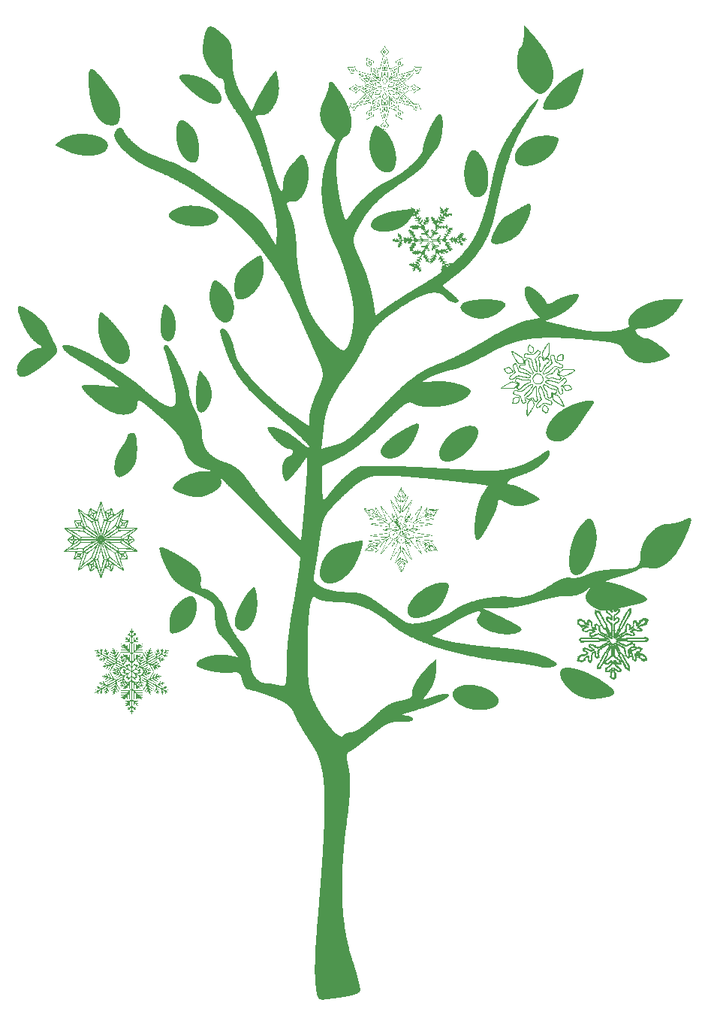
<source format=gto>
G04 Layer: TopSilkLayer*
G04 EasyEDA v6.2.35, 2019-08-21T20:42:41--4:00*
G04 b93f31dc4dfb4fa4b1faa3162af4ed07,6e2bf04d41c14c7a8c50f1ceb3267db7,10*
G04 Gerber Generator version 0.2*
G04 Scale: 100 percent, Rotated: No, Reflected: No *
G04 Dimensions in millimeters *
G04 leading zeros omitted , absolute positions ,3 integer and 3 decimal *
%FSLAX33Y33*%
%MOMM*%
G90*
G71D02*


%LPD*%

%LPD*%
G36*
G01X59346Y60945D02*
G01X59314Y60983D01*
G01X59279Y60977D01*
G01X59247Y60925D01*
G01X59243Y60892D01*
G01X59250Y60849D01*
G01X59265Y60801D01*
G01X59288Y60755D01*
G01X59332Y60674D01*
G01X59348Y60627D01*
G01X59335Y60605D01*
G01X59293Y60600D01*
G01X59242Y60582D01*
G01X59237Y60543D01*
G01X59272Y60501D01*
G01X59339Y60476D01*
G01X59381Y60468D01*
G01X59417Y60453D01*
G01X59445Y60434D01*
G01X59459Y60414D01*
G01X59461Y60392D01*
G01X59449Y60381D01*
G01X59420Y60380D01*
G01X59375Y60389D01*
G01X59333Y60397D01*
G01X59301Y60396D01*
G01X59281Y60388D01*
G01X59274Y60373D01*
G01X59298Y60328D01*
G01X59356Y60288D01*
G01X59426Y60263D01*
G01X59486Y60264D01*
G01X59531Y60271D01*
G01X59569Y60257D01*
G01X59595Y60225D01*
G01X59612Y60180D01*
G01X59616Y60126D01*
G01X59609Y60066D01*
G01X59588Y60006D01*
G01X59553Y59948D01*
G01X59484Y59859D01*
G01X59419Y59996D01*
G01X59391Y60046D01*
G01X59361Y60085D01*
G01X59330Y60113D01*
G01X59301Y60129D01*
G01X59275Y60133D01*
G01X59254Y60125D01*
G01X59240Y60102D01*
G01X59235Y60065D01*
G01X59243Y60027D01*
G01X59264Y59974D01*
G01X59296Y59913D01*
G01X59334Y59851D01*
G01X59384Y59773D01*
G01X59407Y59718D01*
G01X59404Y59675D01*
G01X59380Y59630D01*
G01X59349Y59593D01*
G01X59322Y59591D01*
G01X59291Y59634D01*
G01X59243Y59728D01*
G01X59207Y59796D01*
G01X59171Y59850D01*
G01X59140Y59888D01*
G01X59118Y59901D01*
G01X59088Y59896D01*
G01X59069Y59879D01*
G01X59060Y59854D01*
G01X59060Y59819D01*
G01X59069Y59778D01*
G01X59088Y59729D01*
G01X59116Y59675D01*
G01X59154Y59615D01*
G01X59200Y59541D01*
G01X59233Y59474D01*
G01X59251Y59418D01*
G01X59250Y59381D01*
G01X59224Y59332D01*
G01X59192Y59330D01*
G01X59149Y59376D01*
G01X59087Y59477D01*
G01X59027Y59566D01*
G01X58972Y59611D01*
G01X58928Y59612D01*
G01X58897Y59566D01*
G01X58903Y59537D01*
G01X58927Y59487D01*
G01X58966Y59424D01*
G01X59017Y59353D01*
G01X59091Y59252D01*
G01X59123Y59188D01*
G01X59119Y59137D01*
G01X59086Y59074D01*
G01X59048Y59021D01*
G01X59012Y58984D01*
G01X58978Y58965D01*
G01X58951Y58962D01*
G01X58932Y58975D01*
G01X58923Y59004D01*
G01X58927Y59047D01*
G01X58946Y59105D01*
G01X58968Y59160D01*
G01X58986Y59211D01*
G01X58998Y59253D01*
G01X59002Y59279D01*
G01X58983Y59316D01*
G01X58938Y59318D01*
G01X58889Y59291D01*
G01X58858Y59242D01*
G01X58848Y59211D01*
G01X58834Y59187D01*
G01X58819Y59170D01*
G01X58804Y59164D01*
G01X58776Y59175D01*
G01X58771Y59202D01*
G01X58789Y59240D01*
G01X58828Y59280D01*
G01X58868Y59333D01*
G01X58884Y59395D01*
G01X58876Y59455D01*
G01X58843Y59496D01*
G01X58813Y59502D01*
G01X58781Y59485D01*
G01X58749Y59443D01*
G01X58715Y59378D01*
G01X58705Y59367D01*
G01X58691Y59367D01*
G01X58674Y59377D01*
G01X58658Y59396D01*
G01X58643Y59424D01*
G01X58638Y59449D01*
G01X58641Y59472D01*
G01X58655Y59492D01*
G01X58681Y59551D01*
G01X58691Y59637D01*
G01X58683Y59713D01*
G01X58658Y59746D01*
G01X58641Y59741D01*
G01X58619Y59729D01*
G01X58596Y59710D01*
G01X58575Y59687D01*
G01X58534Y59651D01*
G01X58503Y59655D01*
G01X58484Y59701D01*
G01X58474Y59789D01*
G01X58463Y59845D01*
G01X58438Y59890D01*
G01X58404Y59921D01*
G01X58366Y59937D01*
G01X58329Y59939D01*
G01X58297Y59924D01*
G01X58274Y59892D01*
G01X58265Y59840D01*
G01X58262Y59819D01*
G01X58254Y59801D01*
G01X58241Y59789D01*
G01X58226Y59785D01*
G01X58188Y59772D01*
G01X58193Y59738D01*
G01X58236Y59693D01*
G01X58311Y59646D01*
G01X58380Y59608D01*
G01X58407Y59584D01*
G01X58396Y59563D01*
G01X58349Y59536D01*
G01X58302Y59491D01*
G01X58306Y59446D01*
G01X58356Y59411D01*
G01X58443Y59397D01*
G01X58513Y59380D01*
G01X58549Y59341D01*
G01X58546Y59299D01*
G01X58494Y59273D01*
G01X58436Y59253D01*
G01X58416Y59221D01*
G01X58436Y59181D01*
G01X58495Y59140D01*
G01X58527Y59120D01*
G01X58552Y59099D01*
G01X58566Y59079D01*
G01X58568Y59062D01*
G01X58572Y59048D01*
G01X58591Y59035D01*
G01X58622Y59023D01*
G01X58663Y59016D01*
G01X58731Y59002D01*
G01X58762Y58975D01*
G01X58760Y58924D01*
G01X58727Y58841D01*
G01X58709Y58793D01*
G01X58703Y58750D01*
G01X58709Y58709D01*
G01X58727Y58666D01*
G01X58744Y58619D01*
G01X58741Y58568D01*
G01X58715Y58501D01*
G01X58663Y58409D01*
G01X58621Y58341D01*
G01X58587Y58290D01*
G01X58558Y58258D01*
G01X58534Y58244D01*
G01X58512Y58246D01*
G01X58490Y58264D01*
G01X58467Y58299D01*
G01X58440Y58349D01*
G01X58385Y58427D01*
G01X58331Y58461D01*
G01X58282Y58449D01*
G01X58246Y58390D01*
G01X58243Y58348D01*
G01X58255Y58292D01*
G01X58282Y58227D01*
G01X58323Y58156D01*
G01X58424Y57996D01*
G01X58297Y57765D01*
G01X58261Y57700D01*
G01X58231Y57647D01*
G01X58207Y57606D01*
G01X58185Y57577D01*
G01X58166Y57560D01*
G01X58147Y57556D01*
G01X58128Y57565D01*
G01X58108Y57587D01*
G01X58084Y57621D01*
G01X58056Y57669D01*
G01X58023Y57730D01*
G01X57982Y57805D01*
G01X57835Y58074D01*
G01X57933Y58229D01*
G01X57965Y58286D01*
G01X57988Y58338D01*
G01X58002Y58385D01*
G01X58006Y58426D01*
G01X58002Y58459D01*
G01X57988Y58483D01*
G01X57964Y58499D01*
G01X57932Y58504D01*
G01X57905Y58493D01*
G01X57873Y58462D01*
G01X57838Y58416D01*
G01X57805Y58360D01*
G01X57731Y58217D01*
G01X57648Y58380D01*
G01X57613Y58443D01*
G01X57579Y58495D01*
G01X57549Y58530D01*
G01X57528Y58543D01*
G01X57515Y58550D01*
G01X57510Y58569D01*
G01X57515Y58600D01*
G01X57528Y58641D01*
G01X57542Y58690D01*
G01X57545Y58734D01*
G01X57537Y58776D01*
G01X57518Y58816D01*
G01X57497Y58859D01*
G01X57490Y58899D01*
G01X57497Y58936D01*
G01X57517Y58968D01*
G01X57550Y58994D01*
G01X57594Y59016D01*
G01X57651Y59032D01*
G01X57718Y59040D01*
G01X57779Y59048D01*
G01X57824Y59062D01*
G01X57854Y59078D01*
G01X57867Y59096D01*
G01X57863Y59114D01*
G01X57842Y59132D01*
G01X57804Y59146D01*
G01X57748Y59157D01*
G01X57695Y59166D01*
G01X57660Y59179D01*
G01X57646Y59193D01*
G01X57649Y59207D01*
G01X57668Y59220D01*
G01X57703Y59231D01*
G01X57753Y59239D01*
G01X57816Y59242D01*
G01X57877Y59244D01*
G01X57929Y59252D01*
G01X57972Y59264D01*
G01X58003Y59279D01*
G01X58023Y59296D01*
G01X58029Y59316D01*
G01X58020Y59336D01*
G01X57996Y59357D01*
G01X57970Y59366D01*
G01X57935Y59371D01*
G01X57895Y59372D01*
G01X57855Y59367D01*
G01X57817Y59363D01*
G01X57787Y59366D01*
G01X57768Y59376D01*
G01X57761Y59392D01*
G01X57769Y59409D01*
G01X57794Y59423D01*
G01X57830Y59432D01*
G01X57874Y59436D01*
G01X57923Y59437D01*
G01X57972Y59443D01*
G01X58016Y59450D01*
G01X58049Y59459D01*
G01X58100Y59490D01*
G01X58106Y59520D01*
G01X58069Y59543D01*
G01X57993Y59552D01*
G01X57917Y59554D01*
G01X57885Y59569D01*
G01X57893Y59610D01*
G01X57934Y59692D01*
G01X57955Y59741D01*
G01X57965Y59783D01*
G01X57965Y59816D01*
G01X57956Y59839D01*
G01X57938Y59851D01*
G01X57913Y59851D01*
G01X57881Y59838D01*
G01X57844Y59809D01*
G01X57804Y59776D01*
G01X57779Y59764D01*
G01X57762Y59773D01*
G01X57747Y59803D01*
G01X57735Y59826D01*
G01X57719Y59845D01*
G01X57702Y59858D01*
G01X57684Y59863D01*
G01X57655Y59834D01*
G01X57645Y59763D01*
G01X57654Y59674D01*
G01X57682Y59592D01*
G01X57697Y59557D01*
G01X57699Y59528D01*
G01X57689Y59501D01*
G01X57668Y59478D01*
G01X57641Y59460D01*
G01X57621Y59461D01*
G01X57606Y59481D01*
G01X57592Y59521D01*
G01X57579Y59561D01*
G01X57564Y59581D01*
G01X57546Y59581D01*
G01X57523Y59563D01*
G01X57504Y59535D01*
G01X57498Y59502D01*
G01X57506Y59457D01*
G01X57527Y59398D01*
G01X57545Y59350D01*
G01X57555Y59306D01*
G01X57558Y59272D01*
G01X57552Y59254D01*
G01X57543Y59247D01*
G01X57535Y59249D01*
G01X57529Y59258D01*
G01X57528Y59274D01*
G01X57521Y59292D01*
G01X57505Y59306D01*
G01X57480Y59316D01*
G01X57450Y59319D01*
G01X57398Y59305D01*
G01X57376Y59265D01*
G01X57383Y59203D01*
G01X57420Y59126D01*
G01X57436Y59052D01*
G01X57409Y58985D01*
G01X57351Y58943D01*
G01X57278Y58944D01*
G01X57233Y58969D01*
G01X57198Y59002D01*
G01X57173Y59044D01*
G01X57159Y59092D01*
G01X57156Y59145D01*
G01X57163Y59203D01*
G01X57181Y59263D01*
G01X57211Y59324D01*
G01X57257Y59418D01*
G01X57274Y59490D01*
G01X57263Y59536D01*
G01X57224Y59552D01*
G01X57207Y59541D01*
G01X57182Y59511D01*
G01X57152Y59467D01*
G01X57121Y59413D01*
G01X57090Y59361D01*
G01X57062Y59325D01*
G01X57037Y59304D01*
G01X57015Y59297D01*
G01X56999Y59303D01*
G01X56987Y59320D01*
G01X56980Y59347D01*
G01X56979Y59383D01*
G01X56985Y59427D01*
G01X56997Y59478D01*
G01X57017Y59534D01*
G01X57044Y59594D01*
G01X57108Y59723D01*
G01X57133Y59792D01*
G01X57124Y59819D01*
G01X57082Y59824D01*
G01X57055Y59814D01*
G01X57023Y59788D01*
G01X56991Y59750D01*
G01X56963Y59703D01*
G01X56927Y59645D01*
G01X56896Y59613D01*
G01X56872Y59604D01*
G01X56854Y59616D01*
G01X56845Y59646D01*
G01X56847Y59692D01*
G01X56860Y59752D01*
G01X56887Y59823D01*
G01X56914Y59889D01*
G01X56928Y59941D01*
G01X56933Y59980D01*
G01X56927Y60003D01*
G01X56911Y60010D01*
G01X56886Y60001D01*
G01X56853Y59973D01*
G01X56812Y59927D01*
G01X56724Y59817D01*
G01X56644Y59943D01*
G01X56615Y59996D01*
G01X56595Y60041D01*
G01X56586Y60081D01*
G01X56587Y60114D01*
G01X56598Y60139D01*
G01X56620Y60158D01*
G01X56651Y60169D01*
G01X56693Y60173D01*
G01X56779Y60190D01*
G01X56833Y60231D01*
G01X56843Y60279D01*
G01X56796Y60318D01*
G01X56747Y60350D01*
G01X56747Y60386D01*
G01X56794Y60426D01*
G01X56887Y60466D01*
G01X56963Y60507D01*
G01X57001Y60559D01*
G01X56996Y60600D01*
G01X56941Y60614D01*
G01X56909Y60616D01*
G01X56897Y60628D01*
G01X56905Y60658D01*
G01X56931Y60712D01*
G01X56951Y60755D01*
G01X56969Y60798D01*
G01X56980Y60835D01*
G01X56984Y60862D01*
G01X56971Y60907D01*
G01X56937Y60904D01*
G01X56890Y60857D01*
G01X56841Y60773D01*
G01X56807Y60709D01*
G01X56782Y60676D01*
G01X56761Y60673D01*
G01X56742Y60696D01*
G01X56709Y60742D01*
G01X56677Y60763D01*
G01X56648Y60763D01*
G01X56625Y60745D01*
G01X56610Y60712D01*
G01X56606Y60667D01*
G01X56615Y60613D01*
G01X56639Y60555D01*
G01X56656Y60489D01*
G01X56644Y60436D01*
G01X56616Y60413D01*
G01X56579Y60441D01*
G01X56538Y60484D01*
G01X56506Y60479D01*
G01X56488Y60431D01*
G01X56492Y60348D01*
G01X56503Y60258D01*
G01X56499Y60218D01*
G01X56478Y60229D01*
G01X56441Y60289D01*
G01X56425Y60332D01*
G01X56422Y60375D01*
G01X56433Y60423D01*
G01X56459Y60481D01*
G01X56480Y60530D01*
G01X56490Y60569D01*
G01X56489Y60600D01*
G01X56479Y60620D01*
G01X56460Y60628D01*
G01X56433Y60625D01*
G01X56399Y60608D01*
G01X56360Y60577D01*
G01X56316Y60540D01*
G01X56294Y60539D01*
G01X56289Y60581D01*
G01X56294Y60675D01*
G01X56294Y60735D01*
G01X56288Y60787D01*
G01X56277Y60828D01*
G01X56263Y60856D01*
G01X56246Y60871D01*
G01X56229Y60868D01*
G01X56212Y60847D01*
G01X56188Y60775D01*
G01X56177Y60770D01*
G01X56160Y60792D01*
G01X56138Y60843D01*
G01X56092Y60913D01*
G01X56038Y60946D01*
G01X55994Y60938D01*
G01X55975Y60884D01*
G01X55980Y60854D01*
G01X55993Y60819D01*
G01X56013Y60784D01*
G01X56036Y60752D01*
G01X56067Y60716D01*
G01X56077Y60697D01*
G01X56063Y60690D01*
G01X56028Y60691D01*
G01X56000Y60688D01*
G01X55975Y60675D01*
G01X55956Y60655D01*
G01X55945Y60629D01*
G01X55943Y60596D01*
G01X55958Y60575D01*
G01X55991Y60564D01*
G01X56046Y60561D01*
G01X56098Y60557D01*
G01X56145Y60544D01*
G01X56182Y60527D01*
G01X56209Y60506D01*
G01X56222Y60485D01*
G01X56220Y60465D01*
G01X56201Y60448D01*
G01X56162Y60438D01*
G01X56096Y60408D01*
G01X56061Y60358D01*
G01X56063Y60311D01*
G01X56113Y60289D01*
G01X56139Y60286D01*
G01X56155Y60275D01*
G01X56161Y60257D01*
G01X56156Y60233D01*
G01X56152Y60211D01*
G01X56155Y60189D01*
G01X56165Y60171D01*
G01X56181Y60159D01*
G01X56193Y60152D01*
G01X56191Y60145D01*
G01X56176Y60140D01*
G01X56148Y60137D01*
G01X56114Y60139D01*
G01X56081Y60146D01*
G01X56052Y60156D01*
G01X56032Y60170D01*
G01X55980Y60201D01*
G01X55917Y60218D01*
G01X55863Y60215D01*
G01X55840Y60192D01*
G01X55837Y60174D01*
G01X55830Y60151D01*
G01X55820Y60127D01*
G01X55807Y60105D01*
G01X55799Y60083D01*
G01X55801Y60063D01*
G01X55814Y60046D01*
G01X55861Y60020D01*
G01X55880Y60000D01*
G01X55893Y59978D01*
G01X55898Y59956D01*
G01X55907Y59914D01*
G01X55935Y59904D01*
G01X55978Y59926D01*
G01X56034Y59979D01*
G01X56065Y60009D01*
G01X56097Y60034D01*
G01X56128Y60051D01*
G01X56152Y60057D01*
G01X56171Y60051D01*
G01X56182Y60035D01*
G01X56186Y60011D01*
G01X56181Y59979D01*
G01X56176Y59949D01*
G01X56177Y59924D01*
G01X56185Y59907D01*
G01X56198Y59901D01*
G01X56218Y59907D01*
G01X56245Y59924D01*
G01X56275Y59949D01*
G01X56305Y59979D01*
G01X56370Y60037D01*
G01X56425Y60050D01*
G01X56477Y60017D01*
G01X56535Y59936D01*
G01X56572Y59851D01*
G01X56567Y59793D01*
G01X56520Y59759D01*
G01X56428Y59747D01*
G01X56386Y59742D01*
G01X56366Y59731D01*
G01X56363Y59715D01*
G01X56377Y59696D01*
G01X56405Y59677D01*
G01X56444Y59659D01*
G01X56492Y59645D01*
G01X56548Y59637D01*
G01X56617Y59628D01*
G01X56677Y59612D01*
G01X56724Y59592D01*
G01X56757Y59570D01*
G01X56773Y59549D01*
G01X56768Y59530D01*
G01X56741Y59518D01*
G01X56688Y59513D01*
G01X56627Y59510D01*
G01X56576Y59503D01*
G01X56537Y59493D01*
G01X56508Y59481D01*
G01X56492Y59466D01*
G01X56485Y59451D01*
G01X56491Y59436D01*
G01X56507Y59421D01*
G01X56534Y59408D01*
G01X56573Y59398D01*
G01X56623Y59391D01*
G01X56685Y59387D01*
G01X56766Y59382D01*
G01X56827Y59369D01*
G01X56872Y59346D01*
G01X56902Y59313D01*
G01X56922Y59275D01*
G01X56920Y59254D01*
G01X56892Y59244D01*
G01X56834Y59242D01*
G01X56787Y59237D01*
G01X56741Y59225D01*
G01X56701Y59206D01*
G01X56674Y59183D01*
G01X56655Y59153D01*
G01X56667Y59136D01*
G01X56719Y59127D01*
G01X56816Y59125D01*
G01X56890Y59119D01*
G01X56957Y59101D01*
G01X57015Y59072D01*
G01X57064Y59035D01*
G01X57099Y58991D01*
G01X57121Y58943D01*
G01X57128Y58891D01*
G01X57116Y58838D01*
G01X57096Y58808D01*
G01X57064Y58788D01*
G01X57024Y58777D01*
G01X56981Y58775D01*
G01X56937Y58782D01*
G01X56898Y58797D01*
G01X56868Y58821D01*
G01X56849Y58854D01*
G01X56827Y58904D01*
G01X56800Y58943D01*
G01X56769Y58970D01*
G01X56739Y58983D01*
G01X56713Y58984D01*
G01X56692Y58970D01*
G01X56681Y58941D01*
G01X56682Y58896D01*
G01X56687Y58843D01*
G01X56683Y58805D01*
G01X56670Y58783D01*
G01X56648Y58776D01*
G01X56628Y58782D01*
G01X56611Y58796D01*
G01X56600Y58819D01*
G01X56596Y58846D01*
G01X56585Y58903D01*
G01X56554Y58955D01*
G01X56513Y58994D01*
G01X56468Y59009D01*
G01X56456Y58998D01*
G01X56450Y58969D01*
G01X56451Y58926D01*
G01X56458Y58873D01*
G01X56464Y58785D01*
G01X56448Y58740D01*
G01X56420Y58747D01*
G01X56391Y58815D01*
G01X56362Y58870D01*
G01X56314Y58912D01*
G01X56262Y58930D01*
G01X56220Y58918D01*
G01X56215Y58904D01*
G01X56219Y58883D01*
G01X56229Y58859D01*
G01X56247Y58834D01*
G01X56273Y58798D01*
G01X56283Y58771D01*
G01X56280Y58754D01*
G01X56267Y58748D01*
G01X56245Y58751D01*
G01X56216Y58765D01*
G01X56184Y58789D01*
G01X56149Y58824D01*
G01X56085Y58887D01*
G01X56030Y58924D01*
G01X55991Y58932D01*
G01X55975Y58905D01*
G01X55980Y58890D01*
G01X55992Y58868D01*
G01X56010Y58843D01*
G01X56032Y58817D01*
G01X56057Y58784D01*
G01X56054Y58767D01*
G01X56015Y58763D01*
G01X55935Y58769D01*
G01X55866Y58772D01*
G01X55818Y58768D01*
G01X55791Y58757D01*
G01X55784Y58741D01*
G01X55797Y58721D01*
G01X55831Y58699D01*
G01X55884Y58677D01*
G01X55956Y58656D01*
G01X56048Y58629D01*
G01X56098Y58604D01*
G01X56114Y58570D01*
G01X56107Y58519D01*
G01X56099Y58476D01*
G01X56102Y58447D01*
G01X56113Y58432D01*
G01X56130Y58429D01*
G01X56153Y58439D01*
G01X56180Y58461D01*
G01X56209Y58496D01*
G01X56239Y58543D01*
G01X56289Y58609D01*
G01X56338Y58642D01*
G01X56370Y58636D01*
G01X56373Y58587D01*
G01X56369Y58566D01*
G01X56364Y58543D01*
G01X56358Y58520D01*
G01X56354Y58500D01*
G01X56360Y58448D01*
G01X56400Y58441D01*
G01X56455Y58473D01*
G01X56509Y58540D01*
G01X56542Y58591D01*
G01X56573Y58628D01*
G01X56601Y58651D01*
G01X56624Y58659D01*
G01X56642Y58652D01*
G01X56653Y58630D01*
G01X56655Y58594D01*
G01X56642Y58493D01*
G01X56644Y58457D01*
G01X56655Y58435D01*
G01X56671Y58428D01*
G01X56694Y58435D01*
G01X56720Y58457D01*
G01X56750Y58493D01*
G01X56783Y58543D01*
G01X56820Y58594D01*
G01X56864Y58632D01*
G01X56914Y58655D01*
G01X56965Y58665D01*
G01X57016Y58661D01*
G01X57064Y58642D01*
G01X57106Y58610D01*
G01X57140Y58563D01*
G01X57166Y58524D01*
G01X57200Y58493D01*
G01X57236Y58473D01*
G01X57272Y58465D01*
G01X57315Y58454D01*
G01X57358Y58419D01*
G01X57404Y58359D01*
G01X57456Y58271D01*
G01X57558Y58078D01*
G01X57373Y58078D01*
G01X57306Y58074D01*
G01X57247Y58065D01*
G01X57198Y58051D01*
G01X57157Y58031D01*
G01X57128Y58008D01*
G01X57111Y57983D01*
G01X57108Y57954D01*
G01X57119Y57924D01*
G01X57149Y57908D01*
G01X57213Y57895D01*
G01X57301Y57887D01*
G01X57404Y57883D01*
G01X57533Y57880D01*
G01X57620Y57870D01*
G01X57674Y57849D01*
G01X57706Y57815D01*
G01X57731Y57775D01*
G01X57767Y57713D01*
G01X57810Y57640D01*
G01X57855Y57563D01*
G01X57962Y57379D01*
G01X57337Y57379D01*
G01X57235Y57554D01*
G01X57187Y57627D01*
G01X57140Y57682D01*
G01X57097Y57716D01*
G01X57059Y57728D01*
G01X57028Y57722D01*
G01X57005Y57705D01*
G01X56991Y57677D01*
G01X56985Y57643D01*
G01X56987Y57603D01*
G01X56998Y57558D01*
G01X57017Y57512D01*
G01X57045Y57465D01*
G01X57067Y57431D01*
G01X57084Y57404D01*
G01X57093Y57385D01*
G01X57094Y57377D01*
G01X57020Y57367D01*
G01X56949Y57363D01*
G01X56881Y57363D01*
G01X56817Y57367D01*
G01X56761Y57376D01*
G01X56712Y57389D01*
G01X56674Y57405D01*
G01X56647Y57426D01*
G01X56616Y57453D01*
G01X56577Y57475D01*
G01X56536Y57490D01*
G01X56497Y57495D01*
G01X56431Y57508D01*
G01X56397Y57544D01*
G01X56392Y57607D01*
G01X56417Y57698D01*
G01X56432Y57750D01*
G01X56435Y57795D01*
G01X56429Y57832D01*
G01X56415Y57858D01*
G01X56394Y57872D01*
G01X56368Y57872D01*
G01X56338Y57856D01*
G01X56307Y57823D01*
G01X56282Y57796D01*
G01X56263Y57785D01*
G01X56251Y57790D01*
G01X56246Y57808D01*
G01X56247Y57838D01*
G01X56255Y57877D01*
G01X56271Y57926D01*
G01X56293Y57980D01*
G01X56313Y58033D01*
G01X56318Y58073D01*
G01X56306Y58106D01*
G01X56277Y58142D01*
G01X56244Y58171D01*
G01X56222Y58173D01*
G01X56205Y58142D01*
G01X56188Y58076D01*
G01X56174Y58029D01*
G01X56156Y58005D01*
G01X56137Y58000D01*
G01X56118Y58012D01*
G01X56102Y58040D01*
G01X56090Y58081D01*
G01X56083Y58132D01*
G01X56085Y58194D01*
G01X56080Y58283D01*
G01X56055Y58350D01*
G01X56019Y58379D01*
G01X55982Y58356D01*
G01X55963Y58337D01*
G01X55941Y58338D01*
G01X55916Y58360D01*
G01X55884Y58405D01*
G01X55827Y58473D01*
G01X55779Y58501D01*
G01X55751Y58487D01*
G01X55753Y58430D01*
G01X55759Y58397D01*
G01X55755Y58378D01*
G01X55742Y58371D01*
G01X55719Y58376D01*
G01X55680Y58385D01*
G01X55659Y58378D01*
G01X55655Y58358D01*
G01X55666Y58331D01*
G01X55688Y58298D01*
G01X55721Y58263D01*
G01X55763Y58230D01*
G01X55810Y58205D01*
G01X55879Y58172D01*
G01X55912Y58150D01*
G01X55911Y58135D01*
G01X55878Y58125D01*
G01X55800Y58100D01*
G01X55767Y58071D01*
G01X55781Y58042D01*
G01X55844Y58018D01*
G01X55953Y57992D01*
G01X56017Y57971D01*
G01X56046Y57951D01*
G01X56053Y57924D01*
G01X56045Y57908D01*
G01X56024Y57895D01*
G01X55992Y57887D01*
G01X55953Y57883D01*
G01X55905Y57879D01*
G01X55876Y57868D01*
G01X55865Y57852D01*
G01X55870Y57834D01*
G01X55889Y57815D01*
G01X55922Y57798D01*
G01X55968Y57783D01*
G01X56024Y57775D01*
G01X56079Y57766D01*
G01X56128Y57751D01*
G01X56164Y57732D01*
G01X56183Y57710D01*
G01X56180Y57668D01*
G01X56146Y57637D01*
G01X56096Y57623D01*
G01X56046Y57636D01*
G01X56031Y57640D01*
G01X56022Y57632D01*
G01X56018Y57614D01*
G01X56021Y57587D01*
G01X56035Y57553D01*
G01X56065Y57528D01*
G01X56113Y57512D01*
G01X56183Y57502D01*
G01X56253Y57494D01*
G01X56295Y57481D01*
G01X56312Y57460D01*
G01X56309Y57431D01*
G01X56300Y57406D01*
G01X56292Y57380D01*
G01X56288Y57356D01*
G01X56286Y57337D01*
G01X56276Y57302D01*
G01X56251Y57286D01*
G01X56213Y57286D01*
G01X56167Y57300D01*
G01X56118Y57327D01*
G01X56069Y57364D01*
G01X56026Y57412D01*
G01X55991Y57465D01*
G01X55959Y57524D01*
G01X55928Y57573D01*
G01X55899Y57609D01*
G01X55873Y57634D01*
G01X55852Y57645D01*
G01X55835Y57643D01*
G01X55824Y57626D01*
G01X55820Y57594D01*
G01X55825Y57560D01*
G01X55838Y57515D01*
G01X55857Y57465D01*
G01X55879Y57416D01*
G01X55907Y57354D01*
G01X55916Y57315D01*
G01X55909Y57297D01*
G01X55890Y57298D01*
G01X55860Y57318D01*
G01X55824Y57355D01*
G01X55784Y57409D01*
G01X55743Y57476D01*
G01X55703Y57544D01*
G01X55667Y57600D01*
G01X55638Y57637D01*
G01X55620Y57651D01*
G01X55580Y57634D01*
G01X55567Y57589D01*
G01X55582Y57520D01*
G01X55623Y57433D01*
G01X55664Y57361D01*
G01X55679Y57321D01*
G01X55671Y57306D01*
G01X55640Y57308D01*
G01X55609Y57322D01*
G01X55575Y57351D01*
G01X55541Y57389D01*
G01X55511Y57434D01*
G01X55483Y57480D01*
G01X55453Y57519D01*
G01X55425Y57549D01*
G01X55401Y57564D01*
G01X55368Y57551D01*
G01X55355Y57501D01*
G01X55363Y57442D01*
G01X55393Y57398D01*
G01X55422Y57370D01*
G01X55431Y57338D01*
G01X55421Y57312D01*
G01X55393Y57301D01*
G01X55372Y57312D01*
G01X55346Y57341D01*
G01X55317Y57385D01*
G01X55289Y57437D01*
G01X55234Y57523D01*
G01X55180Y57568D01*
G01X55138Y57566D01*
G01X55122Y57512D01*
G01X55125Y57483D01*
G01X55134Y57447D01*
G01X55147Y57409D01*
G01X55163Y57374D01*
G01X55182Y57332D01*
G01X55178Y57310D01*
G01X55145Y57304D01*
G01X55076Y57308D01*
G01X55003Y57319D01*
G01X54965Y57342D01*
G01X54950Y57395D01*
G01X54947Y57492D01*
G01X54944Y57562D01*
G01X54934Y57620D01*
G01X54918Y57660D01*
G01X54899Y57679D01*
G01X54880Y57681D01*
G01X54864Y57672D01*
G01X54854Y57655D01*
G01X54850Y57632D01*
G01X54847Y57609D01*
G01X54839Y57594D01*
G01X54826Y57588D01*
G01X54811Y57592D01*
G01X54797Y57608D01*
G01X54793Y57630D01*
G01X54798Y57659D01*
G01X54814Y57695D01*
G01X54829Y57730D01*
G01X54838Y57766D01*
G01X54840Y57801D01*
G01X54835Y57828D01*
G01X54801Y57870D01*
G01X54756Y57881D01*
G01X54712Y57863D01*
G01X54683Y57815D01*
G01X54675Y57794D01*
G01X54668Y57794D01*
G01X54664Y57813D01*
G01X54661Y57853D01*
G01X54653Y57900D01*
G01X54635Y57941D01*
G01X54609Y57976D01*
G01X54575Y58002D01*
G01X54506Y58028D01*
G01X54473Y58015D01*
G01X54474Y57960D01*
G01X54512Y57865D01*
G01X54542Y57798D01*
G01X54553Y57761D01*
G01X54545Y57748D01*
G01X54519Y57753D01*
G01X54494Y57759D01*
G01X54476Y57750D01*
G01X54466Y57729D01*
G01X54462Y57693D01*
G01X54467Y57655D01*
G01X54482Y57630D01*
G01X54511Y57616D01*
G01X54554Y57612D01*
G01X54594Y57607D01*
G01X54634Y57595D01*
G01X54669Y57576D01*
G01X54695Y57554D01*
G01X54716Y57524D01*
G01X54719Y57506D01*
G01X54701Y57498D01*
G01X54661Y57495D01*
G01X54628Y57491D01*
G01X54602Y57479D01*
G01X54585Y57460D01*
G01X54578Y57437D01*
G01X54586Y57412D01*
G01X54607Y57394D01*
G01X54642Y57383D01*
G01X54691Y57379D01*
G01X54748Y57375D01*
G01X54789Y57364D01*
G01X54814Y57348D01*
G01X54823Y57330D01*
G01X54816Y57311D01*
G01X54792Y57294D01*
G01X54752Y57280D01*
G01X54695Y57272D01*
G01X54619Y57271D01*
G01X54565Y57283D01*
G01X54524Y57310D01*
G01X54485Y57359D01*
G01X54427Y57430D01*
G01X54380Y57454D01*
G01X54354Y57430D01*
G01X54356Y57289D01*
G01X54326Y57265D01*
G01X54270Y57289D01*
G01X54191Y57358D01*
G01X54122Y57417D01*
G01X54072Y57430D01*
G01X54048Y57400D01*
G01X54057Y57327D01*
G01X54068Y57287D01*
G01X54068Y57269D01*
G01X54056Y57271D01*
G01X54032Y57292D01*
G01X53975Y57329D01*
G01X53924Y57341D01*
G01X53897Y57328D01*
G01X53912Y57290D01*
G01X53927Y57263D01*
G01X53935Y57229D01*
G01X53937Y57191D01*
G01X53932Y57154D01*
G01X53927Y57096D01*
G01X53948Y57071D01*
G01X53986Y57081D01*
G01X54035Y57127D01*
G01X54081Y57171D01*
G01X54114Y57182D01*
G01X54130Y57161D01*
G01X54124Y57107D01*
G01X54121Y57051D01*
G01X54149Y57033D01*
G01X54200Y57051D01*
G01X54268Y57107D01*
G01X54339Y57167D01*
G01X54384Y57182D01*
G01X54394Y57156D01*
G01X54362Y57088D01*
G01X54330Y57025D01*
G01X54337Y56994D01*
G01X54381Y56994D01*
G01X54460Y57029D01*
G01X54497Y57042D01*
G01X54537Y57045D01*
G01X54583Y57037D01*
G01X54631Y57019D01*
G01X54704Y56978D01*
G01X54728Y56946D01*
G01X54704Y56922D01*
G01X54630Y56906D01*
G01X54557Y56884D01*
G01X54513Y56847D01*
G01X54508Y56812D01*
G01X54556Y56797D01*
G01X54606Y56786D01*
G01X54615Y56760D01*
G01X54585Y56729D01*
G01X54520Y56703D01*
G01X54460Y56677D01*
G01X54426Y56644D01*
G01X54426Y56615D01*
G01X54466Y56603D01*
G01X54482Y56596D01*
G01X54491Y56577D01*
G01X54492Y56546D01*
G01X54485Y56506D01*
G01X54478Y56441D01*
G01X54494Y56412D01*
G01X54530Y56421D01*
G01X54580Y56469D01*
G01X54604Y56493D01*
G01X54627Y56504D01*
G01X54649Y56503D01*
G01X54670Y56488D01*
G01X54688Y56472D01*
G01X54707Y56460D01*
G01X54726Y56451D01*
G01X54742Y56448D01*
G01X54765Y56471D01*
G01X54772Y56524D01*
G01X54761Y56583D01*
G01X54734Y56622D01*
G01X54719Y56635D01*
G01X54706Y56652D01*
G01X54698Y56670D01*
G01X54695Y56689D01*
G01X54701Y56700D01*
G01X54717Y56699D01*
G01X54741Y56686D01*
G01X54770Y56663D01*
G01X54810Y56633D01*
G01X54843Y56616D01*
G01X54870Y56613D01*
G01X54888Y56622D01*
G01X54898Y56643D01*
G01X54899Y56674D01*
G01X54888Y56715D01*
G01X54866Y56764D01*
G01X54832Y56850D01*
G01X54829Y56901D01*
G01X54854Y56906D01*
G01X54903Y56856D01*
G01X54950Y56815D01*
G01X54980Y56828D01*
G01X54987Y56885D01*
G01X54965Y56975D01*
G01X54940Y57070D01*
G01X54950Y57135D01*
G01X54997Y57173D01*
G01X55082Y57185D01*
G01X55158Y57183D01*
G01X55191Y57169D01*
G01X55190Y57130D01*
G01X55162Y57053D01*
G01X55146Y57001D01*
G01X55142Y56964D01*
G01X55149Y56941D01*
G01X55165Y56933D01*
G01X55187Y56939D01*
G01X55215Y56960D01*
G01X55247Y56996D01*
G01X55281Y57047D01*
G01X55317Y57103D01*
G01X55350Y57145D01*
G01X55377Y57171D01*
G01X55396Y57182D01*
G01X55408Y57177D01*
G01X55408Y57156D01*
G01X55397Y57118D01*
G01X55371Y57064D01*
G01X55344Y57004D01*
G01X55332Y56959D01*
G01X55336Y56926D01*
G01X55356Y56899D01*
G01X55377Y56883D01*
G01X55395Y56877D01*
G01X55409Y56881D01*
G01X55418Y56894D01*
G01X55439Y56943D01*
G01X55466Y56992D01*
G01X55497Y57041D01*
G01X55530Y57087D01*
G01X55564Y57126D01*
G01X55595Y57157D01*
G01X55623Y57178D01*
G01X55646Y57185D01*
G01X55676Y57181D01*
G01X55686Y57166D01*
G01X55677Y57132D01*
G01X55647Y57071D01*
G01X55605Y56980D01*
G01X55590Y56919D01*
G01X55602Y56885D01*
G01X55641Y56875D01*
G01X55666Y56883D01*
G01X55693Y56908D01*
G01X55719Y56944D01*
G01X55766Y57038D01*
G01X55798Y57089D01*
G01X55833Y57136D01*
G01X55867Y57172D01*
G01X55908Y57207D01*
G01X55921Y57208D01*
G01X55904Y57167D01*
G01X55858Y57076D01*
G01X55829Y57014D01*
G01X55808Y56962D01*
G01X55797Y56920D01*
G01X55793Y56888D01*
G01X55797Y56866D01*
G01X55808Y56855D01*
G01X55825Y56855D01*
G01X55847Y56865D01*
G01X55874Y56887D01*
G01X55906Y56921D01*
G01X55941Y56967D01*
G01X55980Y57024D01*
G01X56030Y57098D01*
G01X56080Y57156D01*
G01X56128Y57197D01*
G01X56175Y57221D01*
G01X56218Y57228D01*
G01X56258Y57217D01*
G01X56294Y57190D01*
G01X56326Y57144D01*
G01X56345Y57072D01*
G01X56325Y57010D01*
G01X56273Y56968D01*
G01X56192Y56952D01*
G01X56128Y56941D01*
G01X56071Y56912D01*
G01X56030Y56872D01*
G01X56014Y56828D01*
G01X56022Y56816D01*
G01X56044Y56806D01*
G01X56075Y56799D01*
G01X56114Y56797D01*
G01X56151Y56794D01*
G01X56178Y56786D01*
G01X56191Y56774D01*
G01X56189Y56758D01*
G01X56174Y56743D01*
G01X56151Y56731D01*
G01X56124Y56722D01*
G01X56094Y56719D01*
G01X56014Y56701D01*
G01X55969Y56659D01*
G01X55968Y56609D01*
G01X56020Y56567D01*
G01X56068Y56546D01*
G01X56081Y56535D01*
G01X56056Y56530D01*
G01X55990Y56528D01*
G01X55898Y56511D01*
G01X55829Y56475D01*
G01X55797Y56430D01*
G01X55818Y56390D01*
G01X55841Y56382D01*
G01X55873Y56379D01*
G01X55910Y56381D01*
G01X55947Y56388D01*
G01X55984Y56397D01*
G01X55993Y56394D01*
G01X55973Y56379D01*
G01X55924Y56349D01*
G01X55873Y56317D01*
G01X55847Y56289D01*
G01X55842Y56263D01*
G01X55858Y56235D01*
G01X55875Y56210D01*
G01X55881Y56189D01*
G01X55876Y56172D01*
G01X55861Y56158D01*
G01X55832Y56117D01*
G01X55821Y56058D01*
G01X55829Y56005D01*
G01X55857Y55982D01*
G01X55873Y55985D01*
G01X55890Y55994D01*
G01X55906Y56007D01*
G01X55919Y56023D01*
G01X55933Y56038D01*
G01X55950Y56044D01*
G01X55970Y56037D01*
G01X55995Y56021D01*
G01X56042Y55999D01*
G01X56072Y56023D01*
G01X56085Y56087D01*
G01X56075Y56187D01*
G01X56064Y56252D01*
G01X56064Y56278D01*
G01X56074Y56268D01*
G01X56098Y56224D01*
G01X56150Y56156D01*
G01X56201Y56135D01*
G01X56233Y56162D01*
G01X56232Y56234D01*
G01X56212Y56320D01*
G01X56196Y56389D01*
G01X56186Y56441D01*
G01X56181Y56476D01*
G01X56181Y56495D01*
G01X56187Y56498D01*
G01X56197Y56485D01*
G01X56214Y56458D01*
G01X56251Y56399D01*
G01X56288Y56367D01*
G01X56322Y56359D01*
G01X56349Y56372D01*
G01X56368Y56404D01*
G01X56375Y56451D01*
G01X56369Y56513D01*
G01X56346Y56586D01*
G01X56324Y56648D01*
G01X56313Y56704D01*
G01X56310Y56752D01*
G01X56316Y56788D01*
G01X56328Y56808D01*
G01X56346Y56809D01*
G01X56368Y56787D01*
G01X56395Y56740D01*
G01X56415Y56702D01*
G01X56438Y56671D01*
G01X56460Y56650D01*
G01X56479Y56642D01*
G01X56509Y56671D01*
G01X56517Y56743D01*
G01X56505Y56831D01*
G01X56472Y56912D01*
G01X56445Y56968D01*
G01X56449Y57006D01*
G01X56486Y57029D01*
G01X56558Y57041D01*
G01X56595Y57048D01*
G01X56631Y57063D01*
G01X56661Y57083D01*
G01X56682Y57106D01*
G01X56710Y57133D01*
G01X56754Y57149D01*
G01X56819Y57155D01*
G01X56909Y57152D01*
G01X57099Y57139D01*
G01X57039Y57022D01*
G01X57012Y56963D01*
G01X56998Y56912D01*
G01X56994Y56871D01*
G01X57000Y56839D01*
G01X57015Y56817D01*
G01X57036Y56806D01*
G01X57063Y56805D01*
G01X57095Y56815D01*
G01X57129Y56836D01*
G01X57166Y56870D01*
G01X57203Y56914D01*
G01X57239Y56972D01*
G01X57326Y57127D01*
G01X57638Y57138D01*
G01X57951Y57149D01*
G01X57809Y56895D01*
G01X57669Y56642D01*
G01X57408Y56642D01*
G01X57287Y56639D01*
G01X57203Y56629D01*
G01X57151Y56612D01*
G01X57127Y56587D01*
G01X57122Y56554D01*
G01X57130Y56523D01*
G01X57150Y56495D01*
G01X57182Y56470D01*
G01X57222Y56451D01*
G01X57270Y56437D01*
G01X57324Y56431D01*
G01X57382Y56432D01*
G01X57437Y56437D01*
G01X57478Y56438D01*
G01X57504Y56435D01*
G01X57517Y56423D01*
G01X57518Y56402D01*
G01X57509Y56369D01*
G01X57489Y56320D01*
G01X57460Y56254D01*
G01X57427Y56189D01*
G01X57393Y56140D01*
G01X57358Y56109D01*
G01X57325Y56098D01*
G01X57295Y56092D01*
G01X57263Y56076D01*
G01X57232Y56051D01*
G01X57208Y56021D01*
G01X57161Y55965D01*
G01X57114Y55946D01*
G01X57073Y55965D01*
G01X57043Y56021D01*
G01X57013Y56079D01*
G01X56982Y56096D01*
G01X56956Y56073D01*
G01X56945Y56011D01*
G01X56942Y55967D01*
G01X56929Y55957D01*
G01X56900Y55984D01*
G01X56845Y56050D01*
G01X56801Y56102D01*
G01X56763Y56140D01*
G01X56732Y56163D01*
G01X56708Y56172D01*
G01X56691Y56166D01*
G01X56682Y56145D01*
G01X56681Y56110D01*
G01X56688Y56060D01*
G01X56695Y55978D01*
G01X56679Y55947D01*
G01X56646Y55967D01*
G01X56603Y56040D01*
G01X56563Y56100D01*
G01X56512Y56132D01*
G01X56463Y56134D01*
G01X56424Y56101D01*
G01X56418Y56085D01*
G01X56419Y56068D01*
G01X56427Y56053D01*
G01X56440Y56040D01*
G01X56456Y56028D01*
G01X56468Y56010D01*
G01X56477Y55992D01*
G01X56480Y55973D01*
G01X56473Y55963D01*
G01X56453Y55967D01*
G01X56425Y55985D01*
G01X56390Y56014D01*
G01X56351Y56047D01*
G01X56313Y56073D01*
G01X56279Y56092D01*
G01X56254Y56098D01*
G01X56220Y56080D01*
G01X56209Y56040D01*
G01X56222Y55999D01*
G01X56257Y55978D01*
G01X56266Y55974D01*
G01X56254Y55965D01*
G01X56224Y55953D01*
G01X56179Y55938D01*
G01X56094Y55904D01*
G01X56058Y55867D01*
G01X56072Y55829D01*
G01X56138Y55793D01*
G01X56171Y55778D01*
G01X56189Y55763D01*
G01X56191Y55748D01*
G01X56176Y55734D01*
G01X56140Y55700D01*
G01X56133Y55667D01*
G01X56154Y55643D01*
G01X56202Y55633D01*
G01X56236Y55641D01*
G01X56278Y55661D01*
G01X56322Y55692D01*
G01X56364Y55730D01*
G01X56406Y55772D01*
G01X56440Y55802D01*
G01X56466Y55819D01*
G01X56483Y55823D01*
G01X56490Y55814D01*
G01X56488Y55793D01*
G01X56474Y55759D01*
G01X56450Y55713D01*
G01X56427Y55667D01*
G01X56411Y55624D01*
G01X56406Y55591D01*
G01X56411Y55572D01*
G01X56455Y55557D01*
G01X56511Y55578D01*
G01X56571Y55631D01*
G01X56627Y55709D01*
G01X56656Y55755D01*
G01X56685Y55792D01*
G01X56711Y55817D01*
G01X56730Y55827D01*
G01X56741Y55823D01*
G01X56743Y55813D01*
G01X56736Y55798D01*
G01X56721Y55780D01*
G01X56689Y55729D01*
G01X56675Y55667D01*
G01X56681Y55616D01*
G01X56707Y55594D01*
G01X56725Y55600D01*
G01X56751Y55617D01*
G01X56781Y55642D01*
G01X56811Y55673D01*
G01X56844Y55702D01*
G01X56879Y55722D01*
G01X56913Y55732D01*
G01X56942Y55729D01*
G01X56971Y55727D01*
G01X57003Y55737D01*
G01X57036Y55761D01*
G01X57067Y55795D01*
G01X57134Y55883D01*
G01X57160Y55779D01*
G01X57167Y55733D01*
G01X57166Y55684D01*
G01X57158Y55636D01*
G01X57143Y55589D01*
G01X57122Y55544D01*
G01X57096Y55501D01*
G01X57065Y55462D01*
G01X57030Y55429D01*
G01X56992Y55400D01*
G01X56952Y55380D01*
G01X56909Y55366D01*
G01X56865Y55361D01*
G01X56800Y55357D01*
G01X56746Y55344D01*
G01X56702Y55327D01*
G01X56672Y55306D01*
G01X56658Y55283D01*
G01X56662Y55260D01*
G01X56685Y55239D01*
G01X56729Y55223D01*
G01X56773Y55215D01*
G01X56818Y55212D01*
G01X56860Y55214D01*
G01X56892Y55222D01*
G01X56925Y55233D01*
G01X56937Y55228D01*
G01X56927Y55205D01*
G01X56898Y55158D01*
G01X56863Y55119D01*
G01X56818Y55088D01*
G01X56762Y55065D01*
G01X56697Y55051D01*
G01X56639Y55040D01*
G01X56597Y55026D01*
G01X56570Y55010D01*
G01X56559Y54993D01*
G01X56565Y54976D01*
G01X56586Y54960D01*
G01X56624Y54946D01*
G01X56679Y54934D01*
G01X56728Y54923D01*
G01X56756Y54907D01*
G01X56764Y54889D01*
G01X56754Y54871D01*
G01X56727Y54852D01*
G01X56684Y54835D01*
G01X56627Y54821D01*
G01X56558Y54811D01*
G01X56468Y54792D01*
G01X56434Y54761D01*
G01X56457Y54730D01*
G01X56539Y54708D01*
G01X56604Y54688D01*
G01X56622Y54653D01*
G01X56593Y54607D01*
G01X56520Y54559D01*
G01X56447Y54535D01*
G01X56385Y54535D01*
G01X56341Y54557D01*
G01X56325Y54601D01*
G01X56320Y54625D01*
G01X56308Y54656D01*
G01X56289Y54690D01*
G01X56267Y54723D01*
G01X56213Y54763D01*
G01X56170Y54748D01*
G01X56152Y54694D01*
G01X56174Y54616D01*
G01X56188Y54583D01*
G01X56190Y54561D01*
G01X56179Y54549D01*
G01X56153Y54546D01*
G01X56127Y54553D01*
G01X56099Y54569D01*
G01X56074Y54594D01*
G01X56053Y54624D01*
G01X56007Y54682D01*
G01X55961Y54699D01*
G01X55926Y54676D01*
G01X55914Y54614D01*
G01X55911Y54573D01*
G01X55899Y54547D01*
G01X55874Y54535D01*
G01X55834Y54535D01*
G01X55800Y54534D01*
G01X55769Y54526D01*
G01X55744Y54510D01*
G01X55730Y54490D01*
G01X55731Y54447D01*
G01X55763Y54417D01*
G01X55816Y54405D01*
G01X55879Y54416D01*
G01X55904Y54423D01*
G01X55919Y54419D01*
G01X55921Y54403D01*
G01X55913Y54376D01*
G01X55912Y54327D01*
G01X55948Y54314D01*
G01X56006Y54336D01*
G01X56072Y54391D01*
G01X56103Y54421D01*
G01X56133Y54446D01*
G01X56161Y54463D01*
G01X56182Y54469D01*
G01X56191Y54463D01*
G01X56188Y54446D01*
G01X56174Y54421D01*
G01X56150Y54390D01*
G01X56127Y54357D01*
G01X56118Y54324D01*
G01X56122Y54292D01*
G01X56137Y54262D01*
G01X56163Y54237D01*
G01X56199Y54217D01*
G01X56244Y54204D01*
G01X56296Y54198D01*
G01X56355Y54186D01*
G01X56360Y54159D01*
G01X56314Y54128D01*
G01X56228Y54102D01*
G01X56175Y54089D01*
G01X56132Y54072D01*
G01X56102Y54054D01*
G01X56092Y54035D01*
G01X56099Y54021D01*
G01X56120Y54011D01*
G01X56151Y54008D01*
G01X56189Y54013D01*
G01X56231Y54018D01*
G01X56255Y54016D01*
G01X56262Y54006D01*
G01X56253Y53988D01*
G01X56218Y53921D01*
G01X56194Y53835D01*
G01X56186Y53762D01*
G01X56201Y53731D01*
G01X56218Y53739D01*
G01X56240Y53760D01*
G01X56263Y53792D01*
G01X56287Y53830D01*
G01X56315Y53877D01*
G01X56336Y53898D01*
G01X56354Y53895D01*
G01X56373Y53869D01*
G01X56404Y53820D01*
G01X56429Y53796D01*
G01X56446Y53794D01*
G01X56456Y53811D01*
G01X56458Y53846D01*
G01X56451Y53897D01*
G01X56436Y53961D01*
G01X56410Y54036D01*
G01X56406Y54060D01*
G01X56414Y54071D01*
G01X56436Y54072D01*
G01X56474Y54063D01*
G01X56517Y54052D01*
G01X56537Y54056D01*
G01X56539Y54080D01*
G01X56524Y54126D01*
G01X56513Y54169D01*
G01X56510Y54216D01*
G01X56516Y54261D01*
G01X56530Y54304D01*
G01X56571Y54373D01*
G01X56600Y54387D01*
G01X56609Y54351D01*
G01X56594Y54267D01*
G01X56582Y54211D01*
G01X56578Y54164D01*
G01X56583Y54128D01*
G01X56595Y54103D01*
G01X56614Y54091D01*
G01X56637Y54093D01*
G01X56665Y54109D01*
G01X56696Y54141D01*
G01X56734Y54183D01*
G01X56746Y54177D01*
G01X56732Y54112D01*
G01X56691Y53974D01*
G01X56692Y53911D01*
G01X56727Y53883D01*
G01X56776Y53894D01*
G01X56816Y53948D01*
G01X56829Y53975D01*
G01X56842Y53986D01*
G01X56854Y53981D01*
G01X56870Y53961D01*
G01X56878Y53937D01*
G01X56879Y53907D01*
G01X56872Y53876D01*
G01X56858Y53846D01*
G01X56838Y53782D01*
G01X56843Y53717D01*
G01X56868Y53674D01*
G01X56907Y53673D01*
G01X56921Y53686D01*
G01X56928Y53701D01*
G01X56930Y53718D01*
G01X56924Y53734D01*
G01X56913Y53760D01*
G01X56925Y53768D01*
G01X56965Y53759D01*
G01X57039Y53733D01*
G01X57112Y53715D01*
G01X57152Y53728D01*
G01X57157Y53768D01*
G01X57124Y53831D01*
G01X57104Y53863D01*
G01X57092Y53896D01*
G01X57086Y53928D01*
G01X57090Y53953D01*
G01X57093Y53974D01*
G01X57082Y53990D01*
G01X57060Y53999D01*
G01X57028Y54003D01*
G01X56996Y54006D01*
G01X56970Y54015D01*
G01X56952Y54027D01*
G01X56946Y54041D01*
G01X56952Y54057D01*
G01X56969Y54069D01*
G01X56993Y54078D01*
G01X57053Y54084D01*
G01X57078Y54092D01*
G01X57095Y54104D01*
G01X57101Y54119D01*
G01X57092Y54134D01*
G01X57067Y54147D01*
G01X57031Y54155D01*
G01X56987Y54158D01*
G01X56905Y54169D01*
G01X56853Y54195D01*
G01X56841Y54227D01*
G01X56879Y54257D01*
G01X56905Y54277D01*
G01X56923Y54312D01*
G01X56933Y54358D01*
G01X56935Y54413D01*
G01X56929Y54473D01*
G01X56916Y54535D01*
G01X56894Y54597D01*
G01X56865Y54656D01*
G01X56835Y54718D01*
G01X56817Y54774D01*
G01X56812Y54821D01*
G01X56818Y54855D01*
G01X56834Y54874D01*
G01X56858Y54873D01*
G01X56889Y54851D01*
G01X56926Y54804D01*
G01X56973Y54741D01*
G01X57015Y54703D01*
G01X57048Y54687D01*
G01X57071Y54693D01*
G01X57082Y54717D01*
G01X57079Y54759D01*
G01X57060Y54817D01*
G01X57021Y54889D01*
G01X56983Y54962D01*
G01X56961Y55026D01*
G01X56954Y55077D01*
G01X56960Y55113D01*
G01X56980Y55131D01*
G01X57010Y55129D01*
G01X57050Y55103D01*
G01X57100Y55052D01*
G01X57148Y54999D01*
G01X57188Y54969D01*
G01X57218Y54958D01*
G01X57236Y54968D01*
G01X57241Y54993D01*
G01X57233Y55035D01*
G01X57210Y55090D01*
G01X57170Y55157D01*
G01X57077Y55297D01*
G01X57176Y55484D01*
G01X57223Y55562D01*
G01X57267Y55621D01*
G01X57309Y55658D01*
G01X57345Y55671D01*
G01X57402Y55653D01*
G01X57436Y55607D01*
G01X57443Y55543D01*
G01X57417Y55473D01*
G01X57400Y55441D01*
G01X57386Y55405D01*
G01X57376Y55371D01*
G01X57372Y55342D01*
G01X57392Y55295D01*
G01X57436Y55285D01*
G01X57484Y55309D01*
G01X57517Y55364D01*
G01X57529Y55399D01*
G01X57541Y55416D01*
G01X57554Y55414D01*
G01X57569Y55396D01*
G01X57578Y55371D01*
G01X57580Y55340D01*
G01X57575Y55308D01*
G01X57564Y55278D01*
G01X57537Y55219D01*
G01X57522Y55167D01*
G01X57520Y55124D01*
G01X57528Y55093D01*
G01X57547Y55074D01*
G01X57574Y55071D01*
G01X57609Y55084D01*
G01X57651Y55115D01*
G01X57698Y55147D01*
G01X57719Y55136D01*
G01X57712Y55084D01*
G01X57676Y54993D01*
G01X57659Y54944D01*
G01X57655Y54901D01*
G01X57660Y54865D01*
G01X57674Y54839D01*
G01X57695Y54824D01*
G01X57720Y54824D01*
G01X57750Y54839D01*
G01X57780Y54871D01*
G01X57812Y54909D01*
G01X57840Y54917D01*
G01X57875Y54893D01*
G01X57930Y54832D01*
G01X57980Y54779D01*
G01X58018Y54753D01*
G01X58048Y54750D01*
G01X58076Y54769D01*
G01X58128Y54804D01*
G01X58179Y54817D01*
G01X58213Y54804D01*
G01X58215Y54769D01*
G01X58205Y54745D01*
G01X58193Y54715D01*
G01X58180Y54683D01*
G01X58167Y54653D01*
G01X58157Y54594D01*
G01X58184Y54587D01*
G01X58233Y54625D01*
G01X58284Y54701D01*
G01X58333Y54777D01*
G01X58376Y54813D01*
G01X58408Y54809D01*
G01X58420Y54760D01*
G01X58424Y54737D01*
G01X58433Y54719D01*
G01X58447Y54706D01*
G01X58464Y54701D01*
G01X58482Y54712D01*
G01X58492Y54744D01*
G01X58493Y54798D01*
G01X58484Y54874D01*
G01X58478Y54943D01*
G01X58477Y54997D01*
G01X58482Y55036D01*
G01X58493Y55061D01*
G01X58507Y55068D01*
G01X58526Y55058D01*
G01X58547Y55032D01*
G01X58572Y54985D01*
G01X58596Y54940D01*
G01X58618Y54916D01*
G01X58639Y54912D01*
G01X58662Y54928D01*
G01X58680Y54956D01*
G01X58683Y54992D01*
G01X58670Y55042D01*
G01X58641Y55108D01*
G01X58619Y55162D01*
G01X58605Y55205D01*
G01X58601Y55234D01*
G01X58608Y55245D01*
G01X58625Y55237D01*
G01X58644Y55216D01*
G01X58665Y55185D01*
G01X58685Y55148D01*
G01X58705Y55110D01*
G01X58726Y55079D01*
G01X58747Y55058D01*
G01X58764Y55051D01*
G01X58806Y55069D01*
G01X58820Y55118D01*
G01X58807Y55189D01*
G01X58766Y55268D01*
G01X58734Y55323D01*
G01X58711Y55370D01*
G01X58697Y55410D01*
G01X58693Y55439D01*
G01X58697Y55455D01*
G01X58712Y55456D01*
G01X58735Y55438D01*
G01X58767Y55400D01*
G01X58801Y55362D01*
G01X58831Y55340D01*
G01X58854Y55332D01*
G01X58871Y55337D01*
G01X58879Y55356D01*
G01X58878Y55385D01*
G01X58866Y55424D01*
G01X58843Y55472D01*
G01X58819Y55521D01*
G01X58803Y55566D01*
G01X58797Y55607D01*
G01X58798Y55642D01*
G01X58806Y55673D01*
G01X58820Y55698D01*
G01X58839Y55717D01*
G01X58863Y55731D01*
G01X58891Y55738D01*
G01X58921Y55738D01*
G01X58954Y55731D01*
G01X58988Y55717D01*
G01X59023Y55696D01*
G01X59058Y55666D01*
G01X59092Y55628D01*
G01X59124Y55582D01*
G01X59225Y55414D01*
G01X59134Y55245D01*
G01X59105Y55185D01*
G01X59084Y55134D01*
G01X59071Y55092D01*
G01X59066Y55058D01*
G01X59068Y55036D01*
G01X59077Y55022D01*
G01X59092Y55020D01*
G01X59112Y55028D01*
G01X59137Y55047D01*
G01X59167Y55079D01*
G01X59200Y55122D01*
G01X59236Y55178D01*
G01X59308Y55296D01*
G01X59335Y55188D01*
G01X59343Y55134D01*
G01X59340Y55080D01*
G01X59325Y55026D01*
G01X59299Y54972D01*
G01X59258Y54887D01*
G01X59238Y54813D01*
G01X59240Y54760D01*
G01X59266Y54740D01*
G01X59285Y54752D01*
G01X59313Y54783D01*
G01X59346Y54828D01*
G01X59380Y54884D01*
G01X59462Y55029D01*
G01X59511Y54921D01*
G01X59533Y54862D01*
G01X59540Y54808D01*
G01X59532Y54749D01*
G01X59510Y54676D01*
G01X59492Y54615D01*
G01X59485Y54561D01*
G01X59488Y54520D01*
G01X59498Y54492D01*
G01X59515Y54479D01*
G01X59537Y54485D01*
G01X59562Y54511D01*
G01X59589Y54560D01*
G01X59628Y54632D01*
G01X59661Y54657D01*
G01X59694Y54636D01*
G01X59731Y54569D01*
G01X59755Y54500D01*
G01X59746Y54457D01*
G01X59701Y54436D01*
G01X59612Y54430D01*
G01X59556Y54427D01*
G01X59524Y54415D01*
G01X59512Y54394D01*
G01X59516Y54358D01*
G01X59519Y54325D01*
G01X59510Y54294D01*
G01X59491Y54265D01*
G01X59463Y54242D01*
G01X59410Y54197D01*
G01X59393Y54158D01*
G01X59414Y54130D01*
G01X59471Y54119D01*
G01X59502Y54116D01*
G01X59524Y54106D01*
G01X59537Y54091D01*
G01X59537Y54072D01*
G01X59522Y54054D01*
G01X59493Y54038D01*
G01X59454Y54028D01*
G01X59411Y54024D01*
G01X59329Y54008D01*
G01X59286Y53972D01*
G01X59290Y53931D01*
G01X59348Y53899D01*
G01X59379Y53888D01*
G01X59405Y53872D01*
G01X59423Y53855D01*
G01X59429Y53838D01*
G01X59448Y53798D01*
G01X59493Y53751D01*
G01X59547Y53711D01*
G01X59594Y53693D01*
G01X59606Y53705D01*
G01X59615Y53736D01*
G01X59623Y53781D01*
G01X59626Y53838D01*
G01X59629Y53891D01*
G01X59634Y53927D01*
G01X59641Y53942D01*
G01X59649Y53935D01*
G01X59683Y53884D01*
G01X59713Y53891D01*
G01X59732Y53944D01*
G01X59730Y54037D01*
G01X59722Y54112D01*
G01X59726Y54157D01*
G01X59742Y54178D01*
G01X59773Y54182D01*
G01X59803Y54186D01*
G01X59821Y54204D01*
G01X59828Y54239D01*
G01X59827Y54294D01*
G01X59816Y54410D01*
G01X59870Y54318D01*
G01X59895Y54266D01*
G01X59903Y54222D01*
G01X59893Y54174D01*
G01X59866Y54113D01*
G01X59834Y54024D01*
G01X59833Y53952D01*
G01X59859Y53904D01*
G01X59913Y53887D01*
G01X59938Y53893D01*
G01X59957Y53912D01*
G01X59968Y53943D01*
G01X59972Y53986D01*
G01X59975Y54024D01*
G01X59984Y54050D01*
G01X59996Y54063D01*
G01X60012Y54061D01*
G01X60026Y54039D01*
G01X60036Y53997D01*
G01X60041Y53942D01*
G01X60041Y53878D01*
G01X60040Y53811D01*
G01X60046Y53758D01*
G01X60059Y53721D01*
G01X60079Y53703D01*
G01X60098Y53701D01*
G01X60114Y53709D01*
G01X60124Y53725D01*
G01X60128Y53748D01*
G01X60130Y53777D01*
G01X60142Y53789D01*
G01X60165Y53784D01*
G01X60204Y53762D01*
G01X60267Y53736D01*
G01X60307Y53746D01*
G01X60317Y53786D01*
G01X60291Y53849D01*
G01X60269Y53889D01*
G01X60266Y53912D01*
G01X60284Y53923D01*
G01X60324Y53925D01*
G01X60364Y53929D01*
G01X60387Y53940D01*
G01X60394Y53956D01*
G01X60388Y53975D01*
G01X60369Y53994D01*
G01X60339Y54012D01*
G01X60299Y54026D01*
G01X60251Y54034D01*
G01X60165Y54052D01*
G01X60132Y54078D01*
G01X60152Y54108D01*
G01X60226Y54135D01*
G01X60292Y54163D01*
G01X60300Y54194D01*
G01X60250Y54225D01*
G01X60148Y54252D01*
G01X60090Y54269D01*
G01X60038Y54293D01*
G01X59997Y54323D01*
G01X59970Y54357D01*
G01X59943Y54425D01*
G01X59953Y54455D01*
G01X59997Y54445D01*
G01X60072Y54396D01*
G01X60129Y54357D01*
G01X60181Y54331D01*
G01X60225Y54318D01*
G01X60259Y54316D01*
G01X60280Y54326D01*
G01X60285Y54348D01*
G01X60272Y54380D01*
G01X60237Y54422D01*
G01X60217Y54444D01*
G01X60212Y54459D01*
G01X60223Y54466D01*
G01X60250Y54469D01*
G01X60279Y54463D01*
G01X60313Y54446D01*
G01X60348Y54421D01*
G01X60380Y54391D01*
G01X60437Y54343D01*
G01X60494Y54317D01*
G01X60537Y54316D01*
G01X60555Y54344D01*
G01X60551Y54360D01*
G01X60541Y54380D01*
G01X60526Y54402D01*
G01X60508Y54422D01*
G01X60488Y54460D01*
G01X60519Y54470D01*
G01X60582Y54452D01*
G01X60660Y54410D01*
G01X60723Y54380D01*
G01X60763Y54387D01*
G01X60768Y54420D01*
G01X60728Y54470D01*
G01X60707Y54494D01*
G01X60693Y54524D01*
G01X60687Y54557D01*
G01X60691Y54587D01*
G01X60697Y54649D01*
G01X60671Y54677D01*
G01X60617Y54669D01*
G01X60543Y54623D01*
G01X60500Y54593D01*
G01X60453Y54569D01*
G01X60409Y54553D01*
G01X60374Y54547D01*
G01X60341Y54548D01*
G01X60328Y54554D01*
G01X60333Y54565D01*
G01X60356Y54581D01*
G01X60377Y54601D01*
G01X60388Y54625D01*
G01X60391Y54654D01*
G01X60384Y54684D01*
G01X60367Y54718D01*
G01X60345Y54725D01*
G01X60309Y54702D01*
G01X60250Y54650D01*
G01X60196Y54606D01*
G01X60135Y54574D01*
G01X60071Y54553D01*
G01X60007Y54543D01*
G01X59947Y54545D01*
G01X59893Y54559D01*
G01X59849Y54584D01*
G01X59818Y54621D01*
G01X59788Y54685D01*
G01X59784Y54721D01*
G01X59812Y54736D01*
G01X59873Y54740D01*
G01X59911Y54743D01*
G01X59946Y54751D01*
G01X59973Y54761D01*
G01X59989Y54775D01*
G01X59988Y54806D01*
G01X59949Y54832D01*
G01X59880Y54850D01*
G01X59789Y54857D01*
G01X59720Y54872D01*
G01X59655Y54911D01*
G01X59606Y54964D01*
G01X59586Y55021D01*
G01X59594Y55033D01*
G01X59620Y55042D01*
G01X59657Y55048D01*
G01X59704Y55051D01*
G01X59758Y55055D01*
G01X59792Y55066D01*
G01X59808Y55081D01*
G01X59808Y55100D01*
G01X59791Y55118D01*
G01X59759Y55136D01*
G01X59713Y55150D01*
G01X59653Y55160D01*
G01X59584Y55171D01*
G01X59523Y55192D01*
G01X59473Y55219D01*
G01X59437Y55247D01*
G01X59420Y55275D01*
G01X59422Y55299D01*
G01X59448Y55316D01*
G01X59501Y55322D01*
G01X59555Y55326D01*
G01X59593Y55336D01*
G01X59616Y55355D01*
G01X59623Y55381D01*
G01X59615Y55407D01*
G01X59589Y55425D01*
G01X59544Y55435D01*
G01X59477Y55438D01*
G01X59433Y55444D01*
G01X59390Y55458D01*
G01X59348Y55481D01*
G01X59307Y55511D01*
G01X59268Y55546D01*
G01X59233Y55585D01*
G01X59201Y55627D01*
G01X59173Y55672D01*
G01X59151Y55716D01*
G01X59135Y55760D01*
G01X59125Y55802D01*
G01X59122Y55840D01*
G01X59128Y55874D01*
G01X59141Y55902D01*
G01X59165Y55923D01*
G01X59199Y55934D01*
G01X59226Y55932D01*
G01X59256Y55916D01*
G01X59284Y55890D01*
G01X59308Y55856D01*
G01X59333Y55816D01*
G01X59364Y55777D01*
G01X59399Y55743D01*
G01X59432Y55717D01*
G01X59473Y55699D01*
G01X59504Y55696D01*
G01X59525Y55706D01*
G01X59536Y55727D01*
G01X59535Y55756D01*
G01X59523Y55791D01*
G01X59499Y55828D01*
G01X59462Y55864D01*
G01X59430Y55894D01*
G01X59410Y55919D01*
G01X59403Y55935D01*
G01X59412Y55942D01*
G01X59438Y55932D01*
G01X59480Y55903D01*
G01X59530Y55860D01*
G01X59584Y55807D01*
G01X59647Y55748D01*
G01X59695Y55713D01*
G01X59731Y55702D01*
G01X59757Y55713D01*
G01X59769Y55738D01*
G01X59761Y55767D01*
G01X59732Y55804D01*
G01X59681Y55849D01*
G01X59565Y55943D01*
G01X59666Y55943D01*
G01X59710Y55937D01*
G01X59757Y55922D01*
G01X59799Y55898D01*
G01X59833Y55869D01*
G01X59896Y55817D01*
G01X59967Y55780D01*
G01X60026Y55766D01*
G01X60050Y55784D01*
G01X60047Y55798D01*
G01X60036Y55817D01*
G01X60022Y55837D01*
G01X60004Y55857D01*
G01X59969Y55907D01*
G01X59987Y55926D01*
G01X60043Y55910D01*
G01X60124Y55862D01*
G01X60173Y55830D01*
G01X60217Y55808D01*
G01X60252Y55799D01*
G01X60273Y55803D01*
G01X60279Y55817D01*
G01X60274Y55835D01*
G01X60259Y55853D01*
G01X60236Y55869D01*
G01X60212Y55889D01*
G01X60195Y55912D01*
G01X60188Y55938D01*
G01X60192Y55964D01*
G01X60195Y55992D01*
G01X60175Y56009D01*
G01X60128Y56018D01*
G01X60050Y56021D01*
G01X59886Y56021D01*
G01X59948Y56116D01*
G01X59972Y56161D01*
G01X59983Y56197D01*
G01X59981Y56224D01*
G01X59968Y56240D01*
G01X59946Y56243D01*
G01X59919Y56234D01*
G01X59887Y56211D01*
G01X59852Y56172D01*
G01X59824Y56133D01*
G01X59801Y56098D01*
G01X59785Y56068D01*
G01X59779Y56050D01*
G01X59773Y56038D01*
G01X59755Y56029D01*
G01X59730Y56023D01*
G01X59698Y56021D01*
G01X59618Y56021D01*
G01X59698Y56133D01*
G01X59753Y56216D01*
G01X59774Y56264D01*
G01X59759Y56287D01*
G01X59710Y56292D01*
G01X59677Y56282D01*
G01X59640Y56253D01*
G01X59602Y56210D01*
G01X59568Y56157D01*
G01X59535Y56104D01*
G01X59500Y56061D01*
G01X59467Y56031D01*
G01X59441Y56021D01*
G01X59418Y56025D01*
G01X59408Y56037D01*
G01X59411Y56060D01*
G01X59428Y56096D01*
G01X59455Y56157D01*
G01X59466Y56204D01*
G01X59463Y56236D01*
G01X59449Y56252D01*
G01X59425Y56251D01*
G01X59394Y56232D01*
G01X59359Y56195D01*
G01X59321Y56137D01*
G01X59265Y56057D01*
G01X59215Y56027D01*
G01X59168Y56047D01*
G01X59119Y56118D01*
G01X59093Y56155D01*
G01X59063Y56186D01*
G01X59030Y56207D01*
G01X59000Y56215D01*
G01X58947Y56239D01*
G01X58884Y56296D01*
G01X58830Y56365D01*
G01X58808Y56422D01*
G01X58818Y56430D01*
G01X58844Y56440D01*
G01X58883Y56452D01*
G01X58930Y56463D01*
G01X59002Y56480D01*
G01X59059Y56501D01*
G01X59100Y56523D01*
G01X59127Y56547D01*
G01X59139Y56571D01*
G01X59138Y56595D01*
G01X59123Y56618D01*
G01X59094Y56638D01*
G01X59052Y56655D01*
G01X58998Y56669D01*
G01X58931Y56677D01*
G01X58852Y56681D01*
G01X58634Y56681D01*
G01X58510Y56913D01*
G01X58386Y57146D01*
G01X59023Y57146D01*
G01X59119Y56972D01*
G01X59183Y56860D01*
G01X59229Y56809D01*
G01X59268Y56811D01*
G01X59315Y56858D01*
G01X59338Y56893D01*
G01X59344Y56928D01*
G01X59331Y56970D01*
G01X59300Y57028D01*
G01X59235Y57138D01*
G01X59400Y57155D01*
G01X59475Y57159D01*
G01X59532Y57155D01*
G01X59572Y57141D01*
G01X59596Y57120D01*
G01X59617Y57100D01*
G01X59651Y57084D01*
G01X59693Y57073D01*
G01X59739Y57069D01*
G01X59783Y57063D01*
G01X59822Y57048D01*
G01X59852Y57025D01*
G01X59873Y56997D01*
G01X59886Y56963D01*
G01X59888Y56927D01*
G01X59878Y56891D01*
G01X59856Y56855D01*
G01X59829Y56792D01*
G01X59825Y56715D01*
G01X59841Y56651D01*
G01X59875Y56627D01*
G01X59894Y56635D01*
G01X59916Y56655D01*
G01X59938Y56684D01*
G01X59958Y56718D01*
G01X59979Y56753D01*
G01X59996Y56770D01*
G01X60010Y56770D01*
G01X60021Y56752D01*
G01X60024Y56723D01*
G01X60018Y56684D01*
G01X60005Y56638D01*
G01X59985Y56593D01*
G01X59969Y56549D01*
G01X59967Y56510D01*
G01X59974Y56478D01*
G01X59990Y56454D01*
G01X60012Y56442D01*
G01X60037Y56442D01*
G01X60064Y56457D01*
G01X60091Y56490D01*
G01X60106Y56508D01*
G01X60122Y56519D01*
G01X60137Y56522D01*
G01X60150Y56515D01*
G01X60156Y56498D01*
G01X60151Y56469D01*
G01X60136Y56432D01*
G01X60114Y56393D01*
G01X60083Y56333D01*
G01X60068Y56279D01*
G01X60069Y56236D01*
G01X60083Y56205D01*
G01X60107Y56189D01*
G01X60138Y56191D01*
G01X60176Y56215D01*
G01X60216Y56263D01*
G01X60249Y56309D01*
G01X60265Y56315D01*
G01X60266Y56276D01*
G01X60255Y56186D01*
G01X60250Y56127D01*
G01X60251Y56081D01*
G01X60258Y56047D01*
G01X60270Y56025D01*
G01X60286Y56018D01*
G01X60306Y56024D01*
G01X60328Y56046D01*
G01X60353Y56083D01*
G01X60372Y56116D01*
G01X60386Y56126D01*
G01X60398Y56116D01*
G01X60412Y56083D01*
G01X60446Y56030D01*
G01X60481Y56022D01*
G01X60505Y56053D01*
G01X60506Y56119D01*
G01X60499Y56169D01*
G01X60506Y56197D01*
G01X60528Y56209D01*
G01X60569Y56207D01*
G01X60614Y56206D01*
G01X60642Y56215D01*
G01X60654Y56232D01*
G01X60651Y56254D01*
G01X60633Y56280D01*
G01X60603Y56306D01*
G01X60562Y56330D01*
G01X60509Y56349D01*
G01X60447Y56369D01*
G01X60398Y56386D01*
G01X60363Y56403D01*
G01X60343Y56418D01*
G01X60337Y56430D01*
G01X60346Y56440D01*
G01X60371Y56445D01*
G01X60412Y56448D01*
G01X60457Y56451D01*
G01X60489Y56463D01*
G01X60509Y56481D01*
G01X60516Y56506D01*
G01X60508Y56532D01*
G01X60484Y56550D01*
G01X60443Y56561D01*
G01X60384Y56564D01*
G01X60327Y56569D01*
G01X60281Y56581D01*
G01X60248Y56599D01*
G01X60228Y56619D01*
G01X60224Y56641D01*
G01X60236Y56661D01*
G01X60266Y56677D01*
G01X60314Y56688D01*
G01X60364Y56697D01*
G01X60395Y56709D01*
G01X60408Y56724D01*
G01X60405Y56740D01*
G01X60386Y56756D01*
G01X60353Y56770D01*
G01X60305Y56782D01*
G01X60245Y56789D01*
G01X60184Y56797D01*
G01X60138Y56809D01*
G01X60108Y56822D01*
G01X60092Y56837D01*
G01X60094Y56851D01*
G01X60113Y56863D01*
G01X60150Y56872D01*
G01X60205Y56875D01*
G01X60250Y56877D01*
G01X60287Y56884D01*
G01X60312Y56893D01*
G01X60322Y56906D01*
G01X60304Y56953D01*
G01X60257Y56993D01*
G01X60188Y57020D01*
G01X60106Y57030D01*
G01X60006Y57042D01*
G01X59944Y57077D01*
G01X59924Y57130D01*
G01X59951Y57195D01*
G01X59986Y57227D01*
G01X60039Y57248D01*
G01X60118Y57259D01*
G01X60229Y57263D01*
G01X60458Y57263D01*
G01X60551Y57088D01*
G01X60591Y57020D01*
G01X60631Y56965D01*
G01X60668Y56927D01*
G01X60696Y56913D01*
G01X60735Y56924D01*
G01X60745Y56958D01*
G01X60722Y57024D01*
G01X60667Y57125D01*
G01X60586Y57263D01*
G01X60679Y57263D01*
G01X60727Y57255D01*
G01X60767Y57230D01*
G01X60803Y57182D01*
G01X60841Y57107D01*
G01X60869Y57052D01*
G01X60901Y57003D01*
G01X60936Y56960D01*
G01X60972Y56924D01*
G01X61007Y56899D01*
G01X61040Y56884D01*
G01X61068Y56882D01*
G01X61091Y56893D01*
G01X61094Y56915D01*
G01X61083Y56955D01*
G01X61061Y57009D01*
G01X61029Y57069D01*
G01X60995Y57132D01*
G01X60970Y57184D01*
G01X60954Y57224D01*
G01X60946Y57253D01*
G01X60947Y57270D01*
G01X60955Y57276D01*
G01X60970Y57270D01*
G01X60991Y57253D01*
G01X61019Y57224D01*
G01X61051Y57183D01*
G01X61088Y57132D01*
G01X61129Y57069D01*
G01X61174Y57000D01*
G01X61212Y56947D01*
G01X61245Y56910D01*
G01X61275Y56888D01*
G01X61303Y56881D01*
G01X61332Y56886D01*
G01X61362Y56904D01*
G01X61395Y56933D01*
G01X61450Y56973D01*
G01X61488Y56965D01*
G01X61504Y56911D01*
G01X61497Y56816D01*
G01X61490Y56749D01*
G01X61493Y56707D01*
G01X61509Y56687D01*
G01X61539Y56681D01*
G01X61563Y56684D01*
G01X61584Y56693D01*
G01X61597Y56707D01*
G01X61602Y56724D01*
G01X61608Y56733D01*
G01X61624Y56727D01*
G01X61648Y56707D01*
G01X61677Y56675D01*
G01X61736Y56623D01*
G01X61779Y56616D01*
G01X61795Y56650D01*
G01X61768Y56717D01*
G01X61748Y56755D01*
G01X61746Y56780D01*
G01X61764Y56796D01*
G01X61803Y56810D01*
G01X61860Y56842D01*
G01X61862Y56883D01*
G01X61815Y56922D01*
G01X61729Y56945D01*
G01X61680Y56954D01*
G01X61640Y56970D01*
G01X61608Y56990D01*
G01X61588Y57012D01*
G01X61579Y57033D01*
G01X61585Y57051D01*
G01X61607Y57064D01*
G01X61646Y57069D01*
G01X61704Y57083D01*
G01X61705Y57118D01*
G01X61655Y57164D01*
G01X61561Y57208D01*
G01X61428Y57257D01*
G01X61567Y57260D01*
G01X61633Y57256D01*
G01X61689Y57242D01*
G01X61738Y57219D01*
G01X61777Y57185D01*
G01X61834Y57131D01*
G01X61877Y57111D01*
G01X61903Y57125D01*
G01X61913Y57173D01*
G01X61914Y57206D01*
G01X61921Y57216D01*
G01X61937Y57203D01*
G01X61965Y57167D01*
G01X62016Y57125D01*
G01X62062Y57125D01*
G01X62090Y57162D01*
G01X62086Y57227D01*
G01X62079Y57264D01*
G01X62087Y57287D01*
G01X62114Y57298D01*
G01X62162Y57301D01*
G01X62231Y57311D01*
G01X62259Y57335D01*
G01X62244Y57364D01*
G01X62154Y57403D01*
G01X62129Y57423D01*
G01X62113Y57447D01*
G01X62107Y57473D01*
G01X62089Y57520D01*
G01X62048Y57532D01*
G01X61997Y57511D01*
G01X61952Y57457D01*
G01X61911Y57400D01*
G01X61877Y57381D01*
G01X61858Y57400D01*
G01X61863Y57457D01*
G01X61867Y57513D01*
G01X61844Y57531D01*
G01X61799Y57513D01*
G01X61738Y57457D01*
G01X61701Y57426D01*
G01X61654Y57401D01*
G01X61603Y57385D01*
G01X61551Y57379D01*
G01X61480Y57386D01*
G01X61466Y57406D01*
G01X61508Y57437D01*
G01X61605Y57476D01*
G01X61684Y57513D01*
G01X61716Y57552D01*
G01X61700Y57588D01*
G01X61634Y57618D01*
G01X61544Y57643D01*
G01X61634Y57647D01*
G01X61699Y57656D01*
G01X61759Y57674D01*
G01X61810Y57700D01*
G01X61848Y57728D01*
G01X61870Y57756D01*
G01X61873Y57782D01*
G01X61853Y57800D01*
G01X61806Y57808D01*
G01X61776Y57811D01*
G01X61769Y57817D01*
G01X61783Y57828D01*
G01X61822Y57844D01*
G01X61893Y57882D01*
G01X61929Y57923D01*
G01X61927Y57959D01*
G01X61886Y57987D01*
G01X61850Y58002D01*
G01X61806Y58026D01*
G01X61758Y58054D01*
G01X61713Y58084D01*
G01X61626Y58138D01*
G01X61580Y58146D01*
G01X61567Y58101D01*
G01X61578Y58000D01*
G01X61584Y57945D01*
G01X61584Y57901D01*
G01X61579Y57869D01*
G01X61570Y57848D01*
G01X61557Y57843D01*
G01X61543Y57852D01*
G01X61528Y57878D01*
G01X61514Y57922D01*
G01X61502Y57953D01*
G01X61485Y57977D01*
G01X61466Y57994D01*
G01X61446Y58000D01*
G01X61421Y57976D01*
G01X61416Y57913D01*
G01X61431Y57820D01*
G01X61464Y57709D01*
G01X61476Y57673D01*
G01X61474Y57663D01*
G01X61455Y57680D01*
G01X61418Y57724D01*
G01X61383Y57760D01*
G01X61354Y57779D01*
G01X61330Y57782D01*
G01X61313Y57771D01*
G01X61304Y57748D01*
G01X61303Y57712D01*
G01X61312Y57666D01*
G01X61331Y57610D01*
G01X61358Y57515D01*
G01X61354Y57442D01*
G01X61319Y57395D01*
G01X61254Y57379D01*
G01X61204Y57388D01*
G01X61178Y57412D01*
G01X61181Y57444D01*
G01X61214Y57476D01*
G01X61243Y57517D01*
G01X61252Y57575D01*
G01X61242Y57628D01*
G01X61213Y57651D01*
G01X61191Y57640D01*
G01X61161Y57611D01*
G01X61127Y57568D01*
G01X61093Y57515D01*
G01X61061Y57468D01*
G01X61025Y57430D01*
G01X60990Y57400D01*
G01X60958Y57382D01*
G01X60932Y57374D01*
G01X60915Y57380D01*
G01X60909Y57401D01*
G01X60919Y57437D01*
G01X60930Y57464D01*
G01X60943Y57495D01*
G01X60955Y57526D01*
G01X60966Y57554D01*
G01X60970Y57605D01*
G01X60932Y57611D01*
G01X60877Y57578D01*
G01X60824Y57512D01*
G01X60769Y57434D01*
G01X60706Y57378D01*
G01X60654Y57355D01*
G01X60632Y57380D01*
G01X60635Y57402D01*
G01X60643Y57430D01*
G01X60654Y57461D01*
G01X60668Y57490D01*
G01X60691Y57544D01*
G01X60698Y57582D01*
G01X60691Y57606D01*
G01X60673Y57616D01*
G01X60646Y57610D01*
G01X60611Y57589D01*
G01X60573Y57553D01*
G01X60534Y57501D01*
G01X60503Y57461D01*
G01X60468Y57426D01*
G01X60429Y57396D01*
G01X60387Y57371D01*
G01X60343Y57352D01*
G01X60298Y57337D01*
G01X60252Y57327D01*
G01X60206Y57322D01*
G01X60161Y57321D01*
G01X60118Y57325D01*
G01X60078Y57333D01*
G01X60041Y57345D01*
G01X60008Y57362D01*
G01X59980Y57382D01*
G01X59958Y57406D01*
G01X59941Y57434D01*
G01X59933Y57466D01*
G01X59932Y57501D01*
G01X59940Y57540D01*
G01X59958Y57582D01*
G01X59990Y57633D01*
G01X60026Y57666D01*
G01X60071Y57684D01*
G01X60129Y57689D01*
G01X60179Y57693D01*
G01X60215Y57704D01*
G01X60237Y57722D01*
G01X60244Y57748D01*
G01X60238Y57771D01*
G01X60221Y57789D01*
G01X60196Y57801D01*
G01X60165Y57806D01*
G01X60127Y57809D01*
G01X60109Y57819D01*
G01X60109Y57841D01*
G01X60124Y57877D01*
G01X60148Y57909D01*
G01X60180Y57928D01*
G01X60222Y57935D01*
G01X60276Y57932D01*
G01X60323Y57929D01*
G01X60366Y57933D01*
G01X60399Y57944D01*
G01X60419Y57962D01*
G01X60425Y58004D01*
G01X60398Y58038D01*
G01X60349Y58056D01*
G01X60291Y58048D01*
G01X60267Y58042D01*
G01X60253Y58046D01*
G01X60248Y58059D01*
G01X60252Y58081D01*
G01X60269Y58113D01*
G01X60300Y58132D01*
G01X60362Y58144D01*
G01X60467Y58151D01*
G01X60536Y58172D01*
G01X60555Y58214D01*
G01X60528Y58253D01*
G01X60455Y58272D01*
G01X60412Y58275D01*
G01X60387Y58283D01*
G01X60377Y58295D01*
G01X60383Y58310D01*
G01X60403Y58326D01*
G01X60436Y58343D01*
G01X60480Y58358D01*
G01X60536Y58371D01*
G01X60623Y58395D01*
G01X60664Y58424D01*
G01X60659Y58458D01*
G01X60606Y58498D01*
G01X60575Y58518D01*
G01X60567Y58532D01*
G01X60584Y58545D01*
G01X60626Y58561D01*
G01X60686Y58592D01*
G01X60708Y58627D01*
G01X60690Y58651D01*
G01X60632Y58649D01*
G01X60596Y58642D01*
G01X60572Y58649D01*
G01X60559Y58668D01*
G01X60555Y58702D01*
G01X60545Y58759D01*
G01X60519Y58772D01*
G01X60483Y58744D01*
G01X60443Y58675D01*
G01X60418Y58626D01*
G01X60395Y58602D01*
G01X60371Y58602D01*
G01X60339Y58622D01*
G01X60287Y58652D01*
G01X60257Y58642D01*
G01X60252Y58598D01*
G01X60275Y58525D01*
G01X60299Y58451D01*
G01X60288Y58416D01*
G01X60246Y58420D01*
G01X60176Y58466D01*
G01X60139Y58502D01*
G01X60110Y58543D01*
G01X60090Y58585D01*
G01X60079Y58626D01*
G01X60078Y58661D01*
G01X60086Y58688D01*
G01X60106Y58704D01*
G01X60138Y58706D01*
G01X60192Y58709D01*
G01X60204Y58736D01*
G01X60175Y58770D01*
G01X60111Y58798D01*
G01X60063Y58814D01*
G01X60039Y58834D01*
G01X60036Y58866D01*
G01X60052Y58915D01*
G01X60063Y58957D01*
G01X60063Y58987D01*
G01X60053Y59005D01*
G01X60035Y59011D01*
G01X60011Y59004D01*
G01X59982Y58985D01*
G01X59950Y58954D01*
G01X59918Y58912D01*
G01X59886Y58872D01*
G01X59851Y58843D01*
G01X59815Y58824D01*
G01X59780Y58816D01*
G01X59749Y58818D01*
G01X59724Y58831D01*
G01X59707Y58856D01*
G01X59701Y58892D01*
G01X59698Y58922D01*
G01X59690Y58947D01*
G01X59678Y58964D01*
G01X59664Y58970D01*
G01X59646Y58964D01*
G01X59625Y58947D01*
G01X59604Y58922D01*
G01X59584Y58892D01*
G01X59540Y58840D01*
G01X59489Y58816D01*
G01X59453Y58825D01*
G01X59452Y58869D01*
G01X59459Y58925D01*
G01X59428Y58944D01*
G01X59369Y58926D01*
G01X59294Y58871D01*
G01X59235Y58818D01*
G01X59197Y58797D01*
G01X59169Y58805D01*
G01X59139Y58840D01*
G01X59120Y58874D01*
G01X59111Y58908D01*
G01X59111Y58943D01*
G01X59120Y58978D01*
G01X59137Y59011D01*
G01X59162Y59043D01*
G01X59194Y59073D01*
G01X59232Y59099D01*
G01X59276Y59122D01*
G01X59326Y59141D01*
G01X59380Y59156D01*
G01X59438Y59164D01*
G01X59517Y59174D01*
G01X59576Y59188D01*
G01X59613Y59204D01*
G01X59627Y59221D01*
G01X59621Y59237D01*
G01X59592Y59252D01*
G01X59541Y59264D01*
G01X59466Y59273D01*
G01X59409Y59281D01*
G01X59365Y59294D01*
G01X59336Y59310D01*
G01X59323Y59329D01*
G01X59326Y59347D01*
G01X59345Y59364D01*
G01X59380Y59379D01*
G01X59432Y59388D01*
G01X59520Y59399D01*
G01X59595Y59411D01*
G01X59658Y59423D01*
G01X59709Y59436D01*
G01X59746Y59449D01*
G01X59770Y59462D01*
G01X59780Y59476D01*
G01X59778Y59489D01*
G01X59761Y59501D01*
G01X59730Y59514D01*
G01X59685Y59526D01*
G01X59626Y59537D01*
G01X59558Y59552D01*
G01X59513Y59572D01*
G01X59490Y59593D01*
G01X59489Y59615D01*
G01X59509Y59636D01*
G01X59549Y59653D01*
G01X59608Y59664D01*
G01X59685Y59669D01*
G01X59765Y59672D01*
G01X59818Y59681D01*
G01X59847Y59700D01*
G01X59856Y59727D01*
G01X59848Y59753D01*
G01X59824Y59771D01*
G01X59781Y59781D01*
G01X59719Y59785D01*
G01X59582Y59785D01*
G01X59643Y59901D01*
G01X59695Y59980D01*
G01X59745Y60013D01*
G01X59796Y59999D01*
G01X59847Y59940D01*
G01X59870Y59910D01*
G01X59898Y59886D01*
G01X59927Y59869D01*
G01X59954Y59863D01*
G01X59994Y59871D01*
G01X60009Y59893D01*
G01X59999Y59928D01*
G01X59965Y59971D01*
G01X59947Y59994D01*
G01X59950Y60008D01*
G01X59974Y60016D01*
G01X60023Y60018D01*
G01X60063Y60015D01*
G01X60097Y60007D01*
G01X60119Y59995D01*
G01X60128Y59981D01*
G01X60152Y59940D01*
G01X60209Y59900D01*
G01X60271Y59875D01*
G01X60313Y59879D01*
G01X60318Y59892D01*
G01X60316Y59909D01*
G01X60306Y59929D01*
G01X60290Y59949D01*
G01X60272Y59969D01*
G01X60257Y59990D01*
G01X60248Y60010D01*
G01X60244Y60026D01*
G01X60280Y60053D01*
G01X60361Y60055D01*
G01X60452Y60036D01*
G01X60516Y59998D01*
G01X60562Y59954D01*
G01X60599Y59943D01*
G01X60623Y59965D01*
G01X60632Y60018D01*
G01X60629Y60048D01*
G01X60619Y60072D01*
G01X60605Y60089D01*
G01X60589Y60095D01*
G01X60571Y60099D01*
G01X60566Y60109D01*
G01X60573Y60126D01*
G01X60592Y60152D01*
G01X60623Y60210D01*
G01X60612Y60249D01*
G01X60568Y60262D01*
G01X60495Y60243D01*
G01X60458Y60223D01*
G01X60428Y60203D01*
G01X60407Y60183D01*
G01X60399Y60167D01*
G01X60395Y60154D01*
G01X60383Y60144D01*
G01X60366Y60137D01*
G01X60345Y60134D01*
G01X60322Y60139D01*
G01X60309Y60154D01*
G01X60305Y60179D01*
G01X60310Y60212D01*
G01X60309Y60270D01*
G01X60274Y60289D01*
G01X60216Y60270D01*
G01X60147Y60212D01*
G01X60085Y60154D01*
G01X60044Y60138D01*
G01X60026Y60164D01*
G01X60034Y60231D01*
G01X60040Y60276D01*
G01X60035Y60307D01*
G01X60020Y60325D01*
G01X59997Y60330D01*
G01X59970Y60322D01*
G01X59939Y60301D01*
G01X59908Y60268D01*
G01X59878Y60221D01*
G01X59853Y60180D01*
G01X59835Y60158D01*
G01X59824Y60155D01*
G01X59820Y60167D01*
G01X59823Y60194D01*
G01X59834Y60231D01*
G01X59852Y60277D01*
G01X59876Y60330D01*
G01X59909Y60382D01*
G01X59944Y60417D01*
G01X59985Y60438D01*
G01X60032Y60445D01*
G01X60096Y60462D01*
G01X60127Y60501D01*
G01X60121Y60547D01*
G01X60072Y60585D01*
G01X60053Y60601D01*
G01X60056Y60627D01*
G01X60085Y60666D01*
G01X60140Y60721D01*
G01X60209Y60786D01*
G01X60235Y60819D01*
G01X60220Y60829D01*
G01X60166Y60824D01*
G01X60125Y60824D01*
G01X60085Y60832D01*
G01X60051Y60847D01*
G01X60027Y60867D01*
G01X59977Y60903D01*
G01X59934Y60888D01*
G01X59906Y60834D01*
G01X59904Y60751D01*
G01X59911Y60689D01*
G01X59907Y60664D01*
G01X59888Y60670D01*
G01X59847Y60704D01*
G01X59807Y60739D01*
G01X59782Y60748D01*
G01X59767Y60731D01*
G01X59753Y60685D01*
G01X59741Y60652D01*
G01X59726Y60625D01*
G01X59708Y60606D01*
G01X59691Y60600D01*
G01X59671Y60595D01*
G01X59647Y60580D01*
G01X59622Y60558D01*
G01X59599Y60532D01*
G01X59572Y60502D01*
G01X59559Y60504D01*
G01X59559Y60544D01*
G01X59570Y60628D01*
G01X59574Y60689D01*
G01X59569Y60743D01*
G01X59555Y60787D01*
G01X59536Y60819D01*
G01X59512Y60838D01*
G01X59485Y60842D01*
G01X59457Y60827D01*
G01X59429Y60794D01*
G01X59414Y60780D01*
G01X59400Y60787D01*
G01X59386Y60816D01*
G01X59372Y60866D01*
G01X59346Y60945D01*
G37*

%LPC*%
G36*
G01X56433Y54427D02*
G01X56402Y54430D01*
G01X56350Y54420D01*
G01X56327Y54397D01*
G01X56336Y54367D01*
G01X56379Y54340D01*
G01X56419Y54332D01*
G01X56451Y54340D01*
G01X56472Y54362D01*
G01X56480Y54398D01*
G01X56474Y54410D01*
G01X56457Y54420D01*
G01X56433Y54427D01*
G37*
G36*
G01X56731Y54583D02*
G01X56694Y54586D01*
G01X56680Y54526D01*
G01X56698Y54462D01*
G01X56738Y54412D01*
G01X56793Y54391D01*
G01X56822Y54393D01*
G01X56846Y54398D01*
G01X56862Y54405D01*
G01X56868Y54414D01*
G01X56844Y54471D01*
G01X56789Y54536D01*
G01X56731Y54583D01*
G37*
G36*
G01X58287Y56854D02*
G01X58153Y57075D01*
G01X58046Y56868D01*
G01X58000Y56782D01*
G01X57957Y56699D01*
G01X57921Y56630D01*
G01X57896Y56584D01*
G01X57880Y56538D01*
G01X57881Y56490D01*
G01X57901Y56430D01*
G01X57943Y56351D01*
G01X57980Y56281D01*
G01X58006Y56217D01*
G01X58023Y56161D01*
G01X58030Y56113D01*
G01X58027Y56074D01*
G01X58015Y56045D01*
G01X57992Y56027D01*
G01X57959Y56021D01*
G01X57926Y56029D01*
G01X57893Y56053D01*
G01X57863Y56090D01*
G01X57838Y56138D01*
G01X57814Y56185D01*
G01X57789Y56219D01*
G01X57762Y56239D01*
G01X57734Y56246D01*
G01X57707Y56242D01*
G01X57681Y56225D01*
G01X57656Y56198D01*
G01X57634Y56161D01*
G01X57615Y56115D01*
G01X57600Y56059D01*
G01X57589Y55995D01*
G01X57584Y55924D01*
G01X57580Y55859D01*
G01X57573Y55795D01*
G01X57562Y55741D01*
G01X57551Y55703D01*
G01X57542Y55671D01*
G01X57552Y55649D01*
G01X57586Y55635D01*
G01X57648Y55626D01*
G01X57697Y55617D01*
G01X57737Y55603D01*
G01X57768Y55585D01*
G01X57787Y55566D01*
G01X57795Y55547D01*
G01X57788Y55531D01*
G01X57766Y55520D01*
G01X57726Y55516D01*
G01X57692Y55513D01*
G01X57672Y55502D01*
G01X57664Y55485D01*
G01X57669Y55459D01*
G01X57679Y55437D01*
G01X57691Y55420D01*
G01X57704Y55409D01*
G01X57716Y55406D01*
G01X57733Y55406D01*
G01X57759Y55407D01*
G01X57793Y55406D01*
G01X57829Y55404D01*
G01X57891Y55389D01*
G01X57914Y55361D01*
G01X57897Y55334D01*
G01X57838Y55322D01*
G01X57808Y55320D01*
G01X57783Y55311D01*
G01X57767Y55300D01*
G01X57761Y55286D01*
G01X57775Y55247D01*
G01X57814Y55217D01*
G01X57868Y55200D01*
G01X57928Y55200D01*
G01X57991Y55195D01*
G01X58050Y55167D01*
G01X58088Y55128D01*
G01X58090Y55088D01*
G01X58077Y55078D01*
G01X58054Y55073D01*
G01X58025Y55073D01*
G01X57993Y55078D01*
G01X57942Y55086D01*
G01X57920Y55073D01*
G01X57927Y55033D01*
G01X57960Y54961D01*
G01X58007Y54886D01*
G01X58052Y54852D01*
G01X58098Y54858D01*
G01X58153Y54900D01*
G01X58186Y54928D01*
G01X58221Y54952D01*
G01X58253Y54967D01*
G01X58280Y54973D01*
G01X58303Y54978D01*
G01X58325Y54991D01*
G01X58345Y55011D01*
G01X58358Y55036D01*
G01X58367Y55064D01*
G01X58363Y55079D01*
G01X58346Y55080D01*
G01X58314Y55070D01*
G01X58223Y55036D01*
G01X58159Y55020D01*
G01X58122Y55023D01*
G01X58110Y55043D01*
G01X58119Y55071D01*
G01X58142Y55103D01*
G01X58178Y55136D01*
G01X58221Y55169D01*
G01X58269Y55199D01*
G01X58318Y55223D01*
G01X58365Y55239D01*
G01X58406Y55245D01*
G01X58442Y55248D01*
G01X58471Y55256D01*
G01X58491Y55268D01*
G01X58498Y55284D01*
G01X58487Y55299D01*
G01X58458Y55311D01*
G01X58415Y55319D01*
G01X58309Y55325D01*
G01X58266Y55333D01*
G01X58237Y55346D01*
G01X58226Y55360D01*
G01X58254Y55396D01*
G01X58323Y55422D01*
G01X58410Y55432D01*
G01X58491Y55422D01*
G01X58524Y55415D01*
G01X58552Y55418D01*
G01X58573Y55430D01*
G01X58587Y55451D01*
G01X58591Y55475D01*
G01X58582Y55488D01*
G01X58558Y55492D01*
G01X58518Y55487D01*
G01X58449Y55489D01*
G01X58403Y55516D01*
G01X58392Y55557D01*
G01X58425Y55598D01*
G01X58452Y55611D01*
G01X58488Y55617D01*
G01X58527Y55618D01*
G01X58565Y55613D01*
G01X58612Y55611D01*
G01X58656Y55624D01*
G01X58693Y55652D01*
G01X58723Y55689D01*
G01X58743Y55735D01*
G01X58752Y55785D01*
G01X58747Y55838D01*
G01X58728Y55889D01*
G01X58705Y55940D01*
G01X58696Y55982D01*
G01X58702Y56021D01*
G01X58723Y56062D01*
G01X58739Y56092D01*
G01X58746Y56116D01*
G01X58744Y56131D01*
G01X58712Y56147D01*
G01X58687Y56173D01*
G01X58658Y56212D01*
G01X58631Y56259D01*
G01X58568Y56381D01*
G01X58483Y56230D01*
G01X58442Y56164D01*
G01X58403Y56115D01*
G01X58368Y56082D01*
G01X58337Y56064D01*
G01X58310Y56060D01*
G01X58290Y56071D01*
G01X58277Y56094D01*
G01X58271Y56129D01*
G01X58274Y56175D01*
G01X58286Y56231D01*
G01X58309Y56296D01*
G01X58343Y56370D01*
G01X58373Y56434D01*
G01X58398Y56494D01*
G01X58414Y56544D01*
G01X58420Y56577D01*
G01X58410Y56616D01*
G01X58381Y56681D01*
G01X58339Y56763D01*
G01X58287Y56854D01*
G37*
G36*
G01X57466Y55861D02*
G01X57451Y55866D01*
G01X57439Y55861D01*
G01X57431Y55848D01*
G01X57430Y55830D01*
G01X57436Y55807D01*
G01X57446Y55785D01*
G01X57456Y55766D01*
G01X57466Y55754D01*
G01X57474Y55749D01*
G01X57480Y55754D01*
G01X57484Y55766D01*
G01X57488Y55785D01*
G01X57489Y55807D01*
G01X57486Y55830D01*
G01X57478Y55848D01*
G01X57466Y55861D01*
G37*
G36*
G01X57670Y56415D02*
G01X57669Y56436D01*
G01X57655Y56431D01*
G01X57631Y56402D01*
G01X57600Y56354D01*
G01X57567Y56292D01*
G01X57536Y56228D01*
G01X57514Y56172D01*
G01X57502Y56131D01*
G01X57503Y56110D01*
G01X57517Y56116D01*
G01X57541Y56145D01*
G01X57572Y56192D01*
G01X57605Y56254D01*
G01X57636Y56318D01*
G01X57658Y56374D01*
G01X57670Y56415D01*
G37*
G36*
G01X57792Y56436D02*
G01X57781Y56444D01*
G01X57781Y56431D01*
G01X57791Y56399D01*
G01X57812Y56346D01*
G01X57846Y56274D01*
G01X57880Y56208D01*
G01X57910Y56155D01*
G01X57933Y56123D01*
G01X57945Y56115D01*
G01X57944Y56133D01*
G01X57932Y56172D01*
G01X57909Y56226D01*
G01X57879Y56289D01*
G01X57841Y56359D01*
G01X57812Y56408D01*
G01X57792Y56436D01*
G37*
G36*
G01X58671Y56477D02*
G01X58652Y56486D01*
G01X58623Y56479D01*
G01X58620Y56450D01*
G01X58644Y56394D01*
G01X58699Y56300D01*
G01X58734Y56249D01*
G01X58762Y56218D01*
G01X58783Y56205D01*
G01X58796Y56208D01*
G01X58801Y56227D01*
G01X58795Y56261D01*
G01X58779Y56308D01*
G01X58752Y56368D01*
G01X58725Y56414D01*
G01X58697Y56451D01*
G01X58671Y56477D01*
G37*
G36*
G01X58491Y56429D02*
G01X58480Y56432D01*
G01X58467Y56424D01*
G01X58454Y56407D01*
G01X58442Y56381D01*
G01X58431Y56349D01*
G01X58431Y56336D01*
G01X58441Y56339D01*
G01X58464Y56359D01*
G01X58481Y56380D01*
G01X58492Y56400D01*
G01X58495Y56417D01*
G01X58491Y56429D01*
G37*
G36*
G01X57513Y56551D02*
G01X57431Y56552D01*
G01X57350Y56550D01*
G01X57303Y56547D01*
G01X57294Y56542D01*
G01X57325Y56536D01*
G01X57382Y56531D01*
G01X57446Y56530D01*
G01X57506Y56531D01*
G01X57557Y56536D01*
G01X57580Y56542D01*
G01X57564Y56547D01*
G01X57513Y56551D01*
G37*
G36*
G01X58981Y56595D02*
G01X58866Y56596D01*
G01X58751Y56595D01*
G01X58697Y56590D01*
G01X58699Y56579D01*
G01X58751Y56562D01*
G01X58807Y56550D01*
G01X58868Y56547D01*
G01X58929Y56550D01*
G01X58984Y56562D01*
G01X59034Y56579D01*
G01X59035Y56590D01*
G01X58981Y56595D01*
G37*
G36*
G01X58519Y57957D02*
G01X58524Y57987D01*
G01X58504Y57969D01*
G01X58462Y57907D01*
G01X58405Y57812D01*
G01X58339Y57692D01*
G01X58293Y57606D01*
G01X58255Y57534D01*
G01X58224Y57480D01*
G01X58197Y57440D01*
G01X58174Y57416D01*
G01X58152Y57408D01*
G01X58129Y57415D01*
G01X58105Y57437D01*
G01X58078Y57476D01*
G01X58045Y57528D01*
G01X58005Y57597D01*
G01X57958Y57681D01*
G01X57890Y57794D01*
G01X57833Y57880D01*
G01X57792Y57931D01*
G01X57772Y57938D01*
G01X57779Y57900D01*
G01X57807Y57829D01*
G01X57852Y57735D01*
G01X57910Y57627D01*
G01X57951Y57554D01*
G01X57984Y57493D01*
G01X58007Y57442D01*
G01X58020Y57402D01*
G01X58022Y57370D01*
G01X58012Y57346D01*
G01X57989Y57328D01*
G01X57953Y57316D01*
G01X57903Y57308D01*
G01X57837Y57304D01*
G01X57755Y57302D01*
G01X57656Y57302D01*
G01X57531Y57299D01*
G01X57425Y57290D01*
G01X57349Y57278D01*
G01X57314Y57263D01*
G01X57315Y57254D01*
G01X57329Y57246D01*
G01X57355Y57239D01*
G01X57393Y57234D01*
G01X57443Y57230D01*
G01X57505Y57226D01*
G01X57578Y57225D01*
G01X57661Y57224D01*
G01X57760Y57224D01*
G01X57841Y57223D01*
G01X57906Y57220D01*
G01X57955Y57213D01*
G01X57989Y57201D01*
G01X58008Y57183D01*
G01X58015Y57157D01*
G01X58008Y57120D01*
G01X57990Y57074D01*
G01X57961Y57014D01*
G01X57922Y56942D01*
G01X57873Y56853D01*
G01X57814Y56741D01*
G01X57771Y56649D01*
G01X57748Y56587D01*
G01X57749Y56564D01*
G01X57776Y56587D01*
G01X57822Y56649D01*
G01X57882Y56741D01*
G01X57949Y56854D01*
G01X57989Y56923D01*
G01X58024Y56983D01*
G01X58057Y57033D01*
G01X58086Y57073D01*
G01X58114Y57102D01*
G01X58140Y57121D01*
G01X58165Y57129D01*
G01X58190Y57126D01*
G01X58217Y57112D01*
G01X58244Y57086D01*
G01X58274Y57049D01*
G01X58306Y57000D01*
G01X58342Y56938D01*
G01X58382Y56864D01*
G01X58428Y56778D01*
G01X58478Y56679D01*
G01X58508Y56633D01*
G01X58540Y56606D01*
G01X58565Y56602D01*
G01X58575Y56625D01*
G01X58563Y56655D01*
G01X58530Y56718D01*
G01X58480Y56806D01*
G01X58420Y56909D01*
G01X58374Y56985D01*
G01X58337Y57049D01*
G01X58309Y57100D01*
G01X58292Y57140D01*
G01X58286Y57170D01*
G01X58292Y57192D01*
G01X58311Y57207D01*
G01X58344Y57217D01*
G01X58392Y57222D01*
G01X58456Y57224D01*
G01X58634Y57224D01*
G01X58713Y57225D01*
G01X58784Y57227D01*
G01X58847Y57230D01*
G01X58901Y57234D01*
G01X58944Y57240D01*
G01X58976Y57247D01*
G01X58996Y57254D01*
G01X59002Y57263D01*
G01X58995Y57271D01*
G01X58974Y57278D01*
G01X58941Y57285D01*
G01X58895Y57291D01*
G01X58840Y57295D01*
G01X58773Y57299D01*
G01X58698Y57301D01*
G01X58465Y57301D01*
G01X58406Y57303D01*
G01X58356Y57305D01*
G01X58317Y57310D01*
G01X58285Y57318D01*
G01X58263Y57329D01*
G01X58248Y57343D01*
G01X58242Y57363D01*
G01X58243Y57388D01*
G01X58251Y57418D01*
G01X58266Y57455D01*
G01X58287Y57499D01*
G01X58314Y57551D01*
G01X58346Y57611D01*
G01X58384Y57680D01*
G01X58444Y57793D01*
G01X58491Y57889D01*
G01X58519Y57957D01*
G37*
G36*
G01X59181Y57052D02*
G01X59169Y57063D01*
G01X59175Y57043D01*
G01X59199Y56991D01*
G01X59235Y56920D01*
G01X59258Y56882D01*
G01X59270Y56876D01*
G01X59274Y56899D01*
G01X59269Y56920D01*
G01X59256Y56948D01*
G01X59237Y56980D01*
G01X59213Y57013D01*
G01X59181Y57052D01*
G37*
G36*
G01X57205Y57098D02*
G01X57203Y57107D01*
G01X57168Y57076D01*
G01X57120Y57005D01*
G01X57083Y56929D01*
G01X57075Y56887D01*
G01X57088Y56889D01*
G01X57108Y56908D01*
G01X57132Y56942D01*
G01X57157Y56987D01*
G01X57180Y57034D01*
G01X57196Y57072D01*
G01X57205Y57098D01*
G37*
G36*
G01X61305Y57258D02*
G01X61266Y57263D01*
G01X61211Y57259D01*
G01X61195Y57238D01*
G01X61219Y57182D01*
G01X61287Y57074D01*
G01X61311Y57045D01*
G01X61336Y57033D01*
G01X61359Y57036D01*
G01X61378Y57053D01*
G01X61392Y57080D01*
G01X61398Y57116D01*
G01X61396Y57158D01*
G01X61384Y57204D01*
G01X61367Y57227D01*
G01X61340Y57245D01*
G01X61305Y57258D01*
G37*
G36*
G01X54768Y57182D02*
G01X54717Y57185D01*
G01X54658Y57181D01*
G01X54614Y57172D01*
G01X54588Y57156D01*
G01X54578Y57134D01*
G01X54613Y57104D01*
G01X54692Y57098D01*
G01X54778Y57114D01*
G01X54833Y57150D01*
G01X54831Y57164D01*
G01X54808Y57175D01*
G01X54768Y57182D01*
G37*
G36*
G01X57045Y57298D02*
G01X56984Y57301D01*
G01X56924Y57298D01*
G01X56871Y57290D01*
G01X56831Y57277D01*
G01X56810Y57263D01*
G01X56814Y57246D01*
G01X56846Y57234D01*
G01X56904Y57227D01*
G01X56984Y57224D01*
G01X57066Y57227D01*
G01X57123Y57234D01*
G01X57155Y57246D01*
G01X57159Y57263D01*
G01X57138Y57277D01*
G01X57098Y57290D01*
G01X57045Y57298D01*
G37*
G36*
G01X59382Y57298D02*
G01X59303Y57301D01*
G01X59213Y57298D01*
G01X59160Y57292D01*
G01X59142Y57280D01*
G01X59158Y57263D01*
G01X59195Y57246D01*
G01X59244Y57235D01*
G01X59302Y57228D01*
G01X59361Y57225D01*
G01X59417Y57228D01*
G01X59463Y57235D01*
G01X59495Y57246D01*
G01X59507Y57263D01*
G01X59491Y57277D01*
G01X59447Y57290D01*
G01X59382Y57298D01*
G37*
G36*
G01X59511Y58689D02*
G01X59483Y58700D01*
G01X59460Y58697D01*
G01X59444Y58680D01*
G01X59438Y58649D01*
G01X59445Y58604D01*
G01X59452Y58522D01*
G01X59428Y58489D01*
G01X59385Y58508D01*
G01X59333Y58580D01*
G01X59278Y58662D01*
G01X59224Y58693D01*
G01X59171Y58673D01*
G01X59119Y58601D01*
G01X59092Y58563D01*
G01X59059Y58532D01*
G01X59022Y58511D01*
G01X58986Y58504D01*
G01X58945Y58495D01*
G01X58907Y58465D01*
G01X58869Y58414D01*
G01X58830Y58339D01*
G01X58799Y58273D01*
G01X58773Y58214D01*
G01X58752Y58169D01*
G01X58739Y58146D01*
G01X58744Y58134D01*
G01X58768Y58125D01*
G01X58808Y58119D01*
G01X58858Y58116D01*
G01X58926Y58113D01*
G01X58980Y58103D01*
G01X59020Y58088D01*
G01X59048Y58068D01*
G01X59062Y58047D01*
G01X59064Y58023D01*
G01X59052Y57999D01*
G01X59029Y57975D01*
G01X58993Y57954D01*
G01X58946Y57936D01*
G01X58887Y57922D01*
G01X58817Y57913D01*
G01X58741Y57907D01*
G01X58682Y57900D01*
G01X58635Y57887D01*
G01X58597Y57864D01*
G01X58562Y57828D01*
G01X58525Y57775D01*
G01X58481Y57701D01*
G01X58426Y57602D01*
G01X58303Y57379D01*
G01X58624Y57380D01*
G01X58944Y57382D01*
G01X59061Y57582D01*
G01X59109Y57660D01*
G01X59157Y57728D01*
G01X59197Y57775D01*
G01X59226Y57797D01*
G01X59256Y57800D01*
G01X59278Y57789D01*
G01X59292Y57766D01*
G01X59298Y57732D01*
G01X59296Y57690D01*
G01X59285Y57641D01*
G01X59266Y57587D01*
G01X59238Y57531D01*
G01X59152Y57379D01*
G01X59364Y57379D01*
G01X59463Y57382D01*
G01X59532Y57392D01*
G01X59577Y57411D01*
G01X59599Y57437D01*
G01X59613Y57460D01*
G01X59637Y57478D01*
G01X59666Y57491D01*
G01X59697Y57495D01*
G01X59760Y57506D01*
G01X59793Y57531D01*
G01X59794Y57569D01*
G01X59759Y57612D01*
G01X59736Y57635D01*
G01X59718Y57662D01*
G01X59705Y57689D01*
G01X59701Y57714D01*
G01X59715Y57750D01*
G01X59750Y57765D01*
G01X59797Y57757D01*
G01X59844Y57725D01*
G01X59863Y57710D01*
G01X59881Y57704D01*
G01X59897Y57707D01*
G01X59909Y57720D01*
G01X59912Y57740D01*
G01X59902Y57766D01*
G01X59883Y57796D01*
G01X59855Y57826D01*
G01X59803Y57885D01*
G01X59781Y57938D01*
G01X59791Y57982D01*
G01X59832Y58012D01*
G01X59881Y58015D01*
G01X59926Y57989D01*
G01X59960Y57944D01*
G01X59974Y57886D01*
G01X59980Y57870D01*
G01X59993Y57875D01*
G01X60012Y57898D01*
G01X60036Y57937D01*
G01X60060Y57987D01*
G01X60071Y58027D01*
G01X60070Y58056D01*
G01X60056Y58073D01*
G01X60037Y58092D01*
G01X60016Y58122D01*
G01X59995Y58161D01*
G01X59976Y58205D01*
G01X59962Y58252D01*
G01X59962Y58286D01*
G01X59971Y58307D01*
G01X59990Y58314D01*
G01X60014Y58308D01*
G01X60042Y58288D01*
G01X60072Y58255D01*
G01X60101Y58208D01*
G01X60131Y58153D01*
G01X60150Y58132D01*
G01X60163Y58144D01*
G01X60176Y58187D01*
G01X60180Y58223D01*
G01X60176Y58258D01*
G01X60163Y58290D01*
G01X60143Y58314D01*
G01X60122Y58335D01*
G01X60105Y58360D01*
G01X60093Y58386D01*
G01X60089Y58409D01*
G01X60079Y58444D01*
G01X60052Y58487D01*
G01X60012Y58535D01*
G01X59963Y58583D01*
G01X59911Y58627D01*
G01X59860Y58664D01*
G01X59812Y58689D01*
G01X59775Y58698D01*
G01X59739Y58694D01*
G01X59719Y58680D01*
G01X59714Y58651D01*
G01X59722Y58605D01*
G01X59731Y58559D01*
G01X59729Y58524D01*
G01X59719Y58501D01*
G01X59703Y58491D01*
G01X59681Y58493D01*
G01X59657Y58508D01*
G01X59631Y58538D01*
G01X59605Y58580D01*
G01X59575Y58629D01*
G01X59543Y58666D01*
G01X59511Y58689D01*
G37*
G36*
G01X57083Y57630D02*
G01X57069Y57643D01*
G01X57064Y57639D01*
G01X57069Y57620D01*
G01X57083Y57588D01*
G01X57107Y57543D01*
G01X57139Y57487D01*
G01X57170Y57441D01*
G01X57194Y57409D01*
G01X57211Y57393D01*
G01X57217Y57398D01*
G01X57211Y57423D01*
G01X57194Y57460D01*
G01X57170Y57506D01*
G01X57140Y57554D01*
G01X57107Y57601D01*
G01X57083Y57630D01*
G37*
G36*
G01X59235Y57697D02*
G01X59230Y57725D01*
G01X59217Y57721D01*
G01X59194Y57687D01*
G01X59163Y57621D01*
G01X59140Y57565D01*
G01X59133Y57543D01*
G01X59145Y57552D01*
G01X59176Y57590D01*
G01X59199Y57622D01*
G01X59218Y57652D01*
G01X59231Y57679D01*
G01X59235Y57697D01*
G37*
G36*
G01X57513Y57987D02*
G01X57431Y57988D01*
G01X57350Y57987D01*
G01X57303Y57983D01*
G01X57294Y57978D01*
G01X57325Y57972D01*
G01X57382Y57967D01*
G01X57446Y57965D01*
G01X57506Y57967D01*
G01X57557Y57972D01*
G01X57580Y57978D01*
G01X57564Y57984D01*
G01X57513Y57987D01*
G37*
G36*
G01X58883Y58026D02*
G01X58808Y58027D01*
G01X58734Y58026D01*
G01X58689Y58022D01*
G01X58677Y58017D01*
G01X58701Y58011D01*
G01X58751Y58006D01*
G01X58808Y58004D01*
G01X58865Y58006D01*
G01X58915Y58011D01*
G01X58940Y58017D01*
G01X58927Y58022D01*
G01X58883Y58026D01*
G37*
G36*
G01X57938Y58415D02*
G01X57937Y58427D01*
G01X57926Y58420D01*
G01X57910Y58401D01*
G01X57892Y58373D01*
G01X57872Y58340D01*
G01X57849Y58298D01*
G01X57822Y58250D01*
G01X57792Y58200D01*
G01X57764Y58157D01*
G01X57742Y58119D01*
G01X57732Y58095D01*
G01X57735Y58085D01*
G01X57751Y58091D01*
G01X57776Y58115D01*
G01X57809Y58157D01*
G01X57844Y58213D01*
G01X57878Y58274D01*
G01X57907Y58334D01*
G01X57928Y58382D01*
G01X57938Y58415D01*
G37*
G36*
G01X58791Y58450D02*
G01X58793Y58466D01*
G01X58775Y58450D01*
G01X58747Y58409D01*
G01X58712Y58351D01*
G01X58674Y58283D01*
G01X58640Y58215D01*
G01X58611Y58154D01*
G01X58594Y58109D01*
G01X58592Y58087D01*
G01X58606Y58096D01*
G01X58633Y58133D01*
G01X58669Y58192D01*
G01X58710Y58268D01*
G01X58747Y58345D01*
G01X58775Y58407D01*
G01X58791Y58450D01*
G37*
G36*
G01X58333Y58353D02*
G01X58312Y58374D01*
G01X58304Y58372D01*
G01X58330Y58304D01*
G01X58387Y58205D01*
G01X58449Y58120D01*
G01X58487Y58092D01*
G01X58485Y58111D01*
G01X58470Y58148D01*
G01X58442Y58199D01*
G01X58404Y58258D01*
G01X58365Y58313D01*
G01X58333Y58353D01*
G37*
G36*
G01X57484Y58449D02*
G01X57471Y58461D01*
G01X57465Y58457D01*
G01X57467Y58439D01*
G01X57478Y58407D01*
G01X57497Y58359D01*
G01X57540Y58270D01*
G01X57579Y58206D01*
G01X57611Y58172D01*
G01X57635Y58172D01*
G01X57635Y58189D01*
G01X57622Y58225D01*
G01X57600Y58273D01*
G01X57568Y58327D01*
G01X57533Y58382D01*
G01X57505Y58423D01*
G01X57484Y58449D01*
G37*
G36*
G01X59033Y58689D02*
G01X59009Y58697D01*
G01X58976Y58679D01*
G01X58948Y58637D01*
G01X58942Y58612D01*
G01X58943Y58596D01*
G01X58953Y58589D01*
G01X58971Y58591D01*
G01X58990Y58600D01*
G01X59008Y58615D01*
G01X59022Y58633D01*
G01X59032Y58652D01*
G01X59033Y58689D01*
G37*
G36*
G01X56326Y60287D02*
G01X56296Y60308D01*
G01X56272Y60298D01*
G01X56267Y60279D01*
G01X56272Y60257D01*
G01X56285Y60233D01*
G01X56306Y60212D01*
G01X56328Y60195D01*
G01X56346Y60188D01*
G01X56358Y60188D01*
G01X56363Y60197D01*
G01X56351Y60247D01*
G01X56326Y60287D01*
G37*
G36*
G01X59794Y60518D02*
G01X59778Y60522D01*
G01X59763Y60516D01*
G01X59751Y60500D01*
G01X59743Y60476D01*
G01X59740Y60447D01*
G01X59737Y60416D01*
G01X59728Y60386D01*
G01X59715Y60363D01*
G01X59700Y60347D01*
G01X59687Y60335D01*
G01X59680Y60318D01*
G01X59679Y60300D01*
G01X59686Y60281D01*
G01X59717Y60281D01*
G01X59760Y60328D01*
G01X59798Y60401D01*
G01X59816Y60474D01*
G01X59813Y60493D01*
G01X59805Y60508D01*
G01X59794Y60518D01*
G37*

%LPD*%
G36*
G01X21029Y27848D02*
G01X21016Y27852D01*
G01X21003Y27849D01*
G01X20990Y27840D01*
G01X20976Y27826D01*
G01X20963Y27805D01*
G01X20948Y27778D01*
G01X20933Y27746D01*
G01X20917Y27707D01*
G01X20900Y27663D01*
G01X20882Y27612D01*
G01X20862Y27556D01*
G01X20841Y27493D01*
G01X20818Y27425D01*
G01X20793Y27351D01*
G01X20766Y27270D01*
G01X20739Y27188D01*
G01X20712Y27109D01*
G01X20686Y27035D01*
G01X20661Y26965D01*
G01X20638Y26900D01*
G01X20617Y26842D01*
G01X20597Y26790D01*
G01X20581Y26747D01*
G01X20566Y26711D01*
G01X20554Y26685D01*
G01X20546Y26669D01*
G01X20541Y26663D01*
G01X20529Y26668D01*
G01X20505Y26681D01*
G01X20471Y26701D01*
G01X20427Y26728D01*
G01X20375Y26760D01*
G01X20316Y26797D01*
G01X20252Y26839D01*
G01X20185Y26883D01*
G01X20118Y26926D01*
G01X20053Y26967D01*
G01X19993Y27003D01*
G01X19939Y27034D01*
G01X19893Y27058D01*
G01X19855Y27076D01*
G01X19829Y27086D01*
G01X19814Y27088D01*
G01X19800Y27080D01*
G01X19788Y27068D01*
G01X19774Y27046D01*
G01X19759Y27009D01*
G01X19739Y26953D01*
G01X19713Y26872D01*
G01X19680Y26762D01*
G01X19638Y26619D01*
G01X19605Y26511D01*
G01X19579Y26430D01*
G01X19556Y26373D01*
G01X19535Y26337D01*
G01X19513Y26320D01*
G01X19489Y26319D01*
G01X19460Y26332D01*
G01X19425Y26356D01*
G01X19378Y26390D01*
G01X19311Y26437D01*
G01X19232Y26492D01*
G01X19151Y26549D01*
G01X19107Y26578D01*
G01X19057Y26614D01*
G01X19001Y26652D01*
G01X18942Y26693D01*
G01X18882Y26734D01*
G01X18823Y26776D01*
G01X18765Y26815D01*
G01X18712Y26852D01*
G01X18660Y26888D01*
G01X18614Y26919D01*
G01X18573Y26946D01*
G01X18537Y26967D01*
G01X18506Y26983D01*
G01X18480Y26994D01*
G01X18460Y26999D01*
G01X18443Y26997D01*
G01X18432Y26988D01*
G01X18425Y26973D01*
G01X18423Y26950D01*
G01X18425Y26920D01*
G01X18431Y26882D01*
G01X18442Y26835D01*
G01X18457Y26780D01*
G01X18476Y26715D01*
G01X18499Y26641D01*
G01X18526Y26558D01*
G01X18557Y26464D01*
G01X18592Y26360D01*
G01X18620Y26279D01*
G01X18646Y26200D01*
G01X18670Y26125D01*
G01X18694Y26055D01*
G01X18715Y25989D01*
G01X18735Y25930D01*
G01X18752Y25877D01*
G01X18766Y25831D01*
G01X18778Y25794D01*
G01X18787Y25765D01*
G01X18792Y25746D01*
G01X18794Y25738D01*
G01X18787Y25733D01*
G01X18764Y25729D01*
G01X18729Y25725D01*
G01X18683Y25722D01*
G01X18626Y25719D01*
G01X18562Y25717D01*
G01X18490Y25716D01*
G01X18413Y25715D01*
G01X18249Y25715D01*
G01X18184Y25714D01*
G01X18128Y25711D01*
G01X18083Y25705D01*
G01X18048Y25696D01*
G01X18020Y25683D01*
G01X18001Y25666D01*
G01X17990Y25642D01*
G01X17986Y25613D01*
G01X17988Y25577D01*
G01X17997Y25533D01*
G01X18011Y25481D01*
G01X18030Y25419D01*
G01X18054Y25348D01*
G01X18081Y25266D01*
G01X18107Y25190D01*
G01X18129Y25125D01*
G01X18147Y25068D01*
G01X18160Y25020D01*
G01X18169Y24980D01*
G01X18172Y24947D01*
G01X18168Y24920D01*
G01X18158Y24900D01*
G01X18140Y24884D01*
G01X18115Y24873D01*
G01X18082Y24865D01*
G01X18039Y24860D01*
G01X17987Y24858D01*
G01X17926Y24857D01*
G01X17770Y24857D01*
G01X17674Y24856D01*
G01X17582Y24855D01*
G01X17493Y24853D01*
G01X17410Y24851D01*
G01X17330Y24848D01*
G01X17256Y24844D01*
G01X17188Y24840D01*
G01X17125Y24836D01*
G01X17067Y24830D01*
G01X17016Y24824D01*
G01X16972Y24818D01*
G01X16935Y24812D01*
G01X16904Y24805D01*
G01X16881Y24797D01*
G01X16866Y24789D01*
G01X16858Y24781D01*
G01X16860Y24773D01*
G01X16871Y24759D01*
G01X16889Y24740D01*
G01X16914Y24717D01*
G01X16947Y24689D01*
G01X16986Y24656D01*
G01X17032Y24620D01*
G01X17084Y24580D01*
G01X17142Y24536D01*
G01X17206Y24490D01*
G01X17274Y24440D01*
G01X17348Y24387D01*
G01X17852Y24031D01*
G01X17523Y23785D01*
G01X17454Y23733D01*
G01X17393Y23687D01*
G01X17342Y23648D01*
G01X17300Y23614D01*
G01X17267Y23583D01*
G01X17244Y23555D01*
G01X17229Y23530D01*
G01X17224Y23506D01*
G01X17227Y23482D01*
G01X17240Y23457D01*
G01X17262Y23431D01*
G01X17293Y23402D01*
G01X17333Y23370D01*
G01X17382Y23333D01*
G01X17440Y23291D01*
G01X17507Y23243D01*
G01X17569Y23197D01*
G01X17628Y23154D01*
G01X17680Y23113D01*
G01X17726Y23077D01*
G01X17764Y23046D01*
G01X17793Y23021D01*
G01X17811Y23004D01*
G01X17818Y22996D01*
G01X17807Y22984D01*
G01X17778Y22959D01*
G01X17732Y22923D01*
G01X17671Y22877D01*
G01X17597Y22822D01*
G01X17512Y22760D01*
G01X17419Y22692D01*
G01X17319Y22621D01*
G01X17239Y22565D01*
G01X17167Y22513D01*
G01X17101Y22466D01*
G01X17043Y22424D01*
G01X16992Y22385D01*
G01X16948Y22351D01*
G01X16911Y22320D01*
G01X16881Y22292D01*
G01X16859Y22269D01*
G01X16845Y22248D01*
G01X16838Y22230D01*
G01X16839Y22215D01*
G01X16847Y22202D01*
G01X16863Y22191D01*
G01X16886Y22183D01*
G01X16918Y22176D01*
G01X16958Y22171D01*
G01X17005Y22167D01*
G01X17061Y22164D01*
G01X17125Y22162D01*
G01X17197Y22162D01*
G01X17278Y22161D01*
G01X17576Y22161D01*
G01X17676Y22162D01*
G01X17842Y22162D01*
G01X17909Y22161D01*
G01X17966Y22158D01*
G01X18014Y22154D01*
G01X18052Y22147D01*
G01X18083Y22138D01*
G01X18106Y22126D01*
G01X18122Y22110D01*
G01X18131Y22090D01*
G01X18135Y22067D01*
G01X18133Y22038D01*
G01X18126Y22004D01*
G01X18115Y21965D01*
G01X18100Y21921D01*
G01X18082Y21869D01*
G01X18062Y21811D01*
G01X18040Y21746D01*
G01X18013Y21666D01*
G01X17989Y21596D01*
G01X17970Y21536D01*
G01X17955Y21485D01*
G01X17947Y21443D01*
G01X17944Y21408D01*
G01X17947Y21379D01*
G01X17957Y21356D01*
G01X17976Y21338D01*
G01X18002Y21325D01*
G01X18037Y21316D01*
G01X18081Y21308D01*
G01X18136Y21303D01*
G01X18200Y21299D01*
G01X18276Y21296D01*
G01X18363Y21292D01*
G01X18440Y21288D01*
G01X18512Y21284D01*
G01X18578Y21280D01*
G01X18635Y21276D01*
G01X18684Y21272D01*
G01X18721Y21269D01*
G01X18745Y21266D01*
G01X18754Y21264D01*
G01X18754Y21257D01*
G01X18750Y21240D01*
G01X18743Y21213D01*
G01X18732Y21177D01*
G01X18719Y21133D01*
G01X18703Y21081D01*
G01X18685Y21024D01*
G01X18664Y20959D01*
G01X18642Y20890D01*
G01X18618Y20816D01*
G01X18565Y20657D01*
G01X18528Y20542D01*
G01X18495Y20440D01*
G01X18467Y20350D01*
G01X18443Y20272D01*
G01X18425Y20204D01*
G01X18411Y20147D01*
G01X18401Y20099D01*
G01X18397Y20062D01*
G01X18397Y20033D01*
G01X18401Y20014D01*
G01X18410Y20002D01*
G01X18423Y19997D01*
G01X18441Y20000D01*
G01X18463Y20010D01*
G01X18490Y20026D01*
G01X18521Y20048D01*
G01X18536Y20058D01*
G01X18559Y20075D01*
G01X18589Y20096D01*
G01X18626Y20121D01*
G01X18668Y20150D01*
G01X18715Y20183D01*
G01X18767Y20218D01*
G01X18822Y20256D01*
G01X18880Y20297D01*
G01X18941Y20338D01*
G01X19004Y20381D01*
G01X19067Y20425D01*
G01X19533Y20742D01*
G01X19625Y20437D01*
G01X19663Y20311D01*
G01X19681Y20250D01*
G01X19699Y20193D01*
G01X19714Y20142D01*
G01X19728Y20097D01*
G01X19739Y20062D01*
G01X19747Y20036D01*
G01X19758Y20005D01*
G01X19770Y19981D01*
G01X19785Y19963D01*
G01X19802Y19952D01*
G01X19825Y19949D01*
G01X19853Y19954D01*
G01X19888Y19966D01*
G01X19931Y19987D01*
G01X19984Y20017D01*
G01X20047Y20056D01*
G01X20121Y20104D01*
G01X20208Y20161D01*
G01X20275Y20206D01*
G01X20338Y20246D01*
G01X20396Y20281D01*
G01X20446Y20311D01*
G01X20489Y20335D01*
G01X20522Y20352D01*
G01X20544Y20361D01*
G01X20554Y20361D01*
G01X20557Y20352D01*
G01X20564Y20334D01*
G01X20574Y20305D01*
G01X20588Y20268D01*
G01X20604Y20222D01*
G01X20622Y20169D01*
G01X20643Y20109D01*
G01X20665Y20044D01*
G01X20689Y19973D01*
G01X20714Y19898D01*
G01X20741Y19820D01*
G01X20768Y19738D01*
G01X20798Y19648D01*
G01X20826Y19565D01*
G01X20851Y19490D01*
G01X20874Y19423D01*
G01X20896Y19364D01*
G01X20915Y19313D01*
G01X20934Y19269D01*
G01X20951Y19234D01*
G01X20967Y19207D01*
G01X20982Y19188D01*
G01X20998Y19176D01*
G01X21013Y19173D01*
G01X21028Y19178D01*
G01X21043Y19191D01*
G01X21059Y19211D01*
G01X21075Y19240D01*
G01X21093Y19278D01*
G01X21112Y19322D01*
G01X21132Y19376D01*
G01X21154Y19437D01*
G01X21178Y19506D01*
G01X21204Y19583D01*
G01X21233Y19669D01*
G01X21264Y19763D01*
G01X21292Y19844D01*
G01X21319Y19924D01*
G01X21344Y19999D01*
G01X21368Y20069D01*
G01X21390Y20135D01*
G01X21410Y20193D01*
G01X21428Y20246D01*
G01X21444Y20290D01*
G01X21456Y20327D01*
G01X21466Y20354D01*
G01X21473Y20371D01*
G01X21476Y20378D01*
G01X21484Y20375D01*
G01X21506Y20364D01*
G01X21539Y20345D01*
G01X21582Y20319D01*
G01X21634Y20287D01*
G01X21694Y20249D01*
G01X21759Y20208D01*
G01X21828Y20163D01*
G01X21956Y20081D01*
G01X22055Y20020D01*
G01X22129Y19979D01*
G01X22183Y19955D01*
G01X22221Y19950D01*
G01X22248Y19960D01*
G01X22268Y19984D01*
G01X22284Y20021D01*
G01X22300Y20067D01*
G01X22321Y20132D01*
G01X22345Y20210D01*
G01X22371Y20296D01*
G01X22397Y20384D01*
G01X22421Y20468D01*
G01X22440Y20541D01*
G01X22455Y20599D01*
G01X22463Y20629D01*
G01X22472Y20653D01*
G01X22484Y20669D01*
G01X22501Y20678D01*
G01X22526Y20677D01*
G01X22558Y20666D01*
G01X22602Y20645D01*
G01X22658Y20612D01*
G01X22728Y20567D01*
G01X22816Y20509D01*
G01X22921Y20438D01*
G01X23046Y20351D01*
G01X23126Y20297D01*
G01X23198Y20246D01*
G01X23264Y20201D01*
G01X23324Y20161D01*
G01X23377Y20126D01*
G01X23424Y20097D01*
G01X23465Y20073D01*
G01X23501Y20055D01*
G01X23531Y20043D01*
G01X23555Y20036D01*
G01X23574Y20036D01*
G01X23588Y20042D01*
G01X23598Y20054D01*
G01X23603Y20074D01*
G01X23603Y20099D01*
G01X23599Y20132D01*
G01X23591Y20172D01*
G01X23579Y20219D01*
G01X23564Y20273D01*
G01X23544Y20335D01*
G01X23522Y20404D01*
G01X23496Y20481D01*
G01X23468Y20566D01*
G01X23437Y20659D01*
G01X23410Y20741D01*
G01X23384Y20819D01*
G01X23359Y20893D01*
G01X23336Y20963D01*
G01X23315Y21028D01*
G01X23295Y21087D01*
G01X23279Y21140D01*
G01X23264Y21185D01*
G01X23253Y21222D01*
G01X23244Y21250D01*
G01X23239Y21268D01*
G01X23237Y21275D01*
G01X23245Y21280D01*
G01X23268Y21284D01*
G01X23304Y21289D01*
G01X23352Y21293D01*
G01X23409Y21298D01*
G01X23475Y21303D01*
G01X23548Y21307D01*
G01X23626Y21312D01*
G01X23715Y21316D01*
G01X23793Y21320D01*
G01X23860Y21324D01*
G01X23916Y21329D01*
G01X23961Y21336D01*
G01X23997Y21347D01*
G01X24024Y21360D01*
G01X24043Y21378D01*
G01X24054Y21401D01*
G01X24058Y21430D01*
G01X24055Y21465D01*
G01X24046Y21509D01*
G01X24032Y21559D01*
G01X24012Y21620D01*
G01X23988Y21689D01*
G01X23961Y21770D01*
G01X23935Y21845D01*
G01X23911Y21917D01*
G01X23888Y21981D01*
G01X23869Y22038D01*
G01X23853Y22085D01*
G01X23833Y22145D01*
G01X23831Y22154D01*
G01X23843Y22155D01*
G01X23878Y22157D01*
G01X23933Y22158D01*
G01X24007Y22159D01*
G01X24095Y22160D01*
G01X24197Y22161D01*
G01X24430Y22161D01*
G01X24536Y22162D01*
G01X24633Y22162D01*
G01X24722Y22163D01*
G01X24802Y22164D01*
G01X24873Y22167D01*
G01X24936Y22170D01*
G01X24991Y22174D01*
G01X25037Y22179D01*
G01X25076Y22185D01*
G01X25107Y22193D01*
G01X25131Y22203D01*
G01X25147Y22214D01*
G01X25156Y22227D01*
G01X25157Y22242D01*
G01X25152Y22259D01*
G01X25140Y22279D01*
G01X25121Y22302D01*
G01X25095Y22326D01*
G01X25064Y22353D01*
G01X25026Y22384D01*
G01X24981Y22417D01*
G01X24931Y22454D01*
G01X24875Y22494D01*
G01X24813Y22537D01*
G01X24741Y22588D01*
G01X24667Y22639D01*
G01X24595Y22690D01*
G01X24527Y22739D01*
G01X24463Y22783D01*
G01X24407Y22823D01*
G01X24360Y22856D01*
G01X24324Y22882D01*
G01X24181Y22983D01*
G01X24413Y23151D01*
G01X24488Y23204D01*
G01X24555Y23253D01*
G01X24615Y23296D01*
G01X24666Y23335D01*
G01X24711Y23370D01*
G01X24747Y23401D01*
G01X24776Y23429D01*
G01X24798Y23456D01*
G01X24813Y23480D01*
G01X24820Y23504D01*
G01X24820Y23526D01*
G01X24814Y23549D01*
G01X24801Y23573D01*
G01X24781Y23598D01*
G01X24754Y23623D01*
G01X24720Y23652D01*
G01X24681Y23683D01*
G01X24634Y23718D01*
G01X24582Y23757D01*
G01X24524Y23800D01*
G01X24461Y23847D01*
G01X24403Y23891D01*
G01X24350Y23931D01*
G01X24306Y23967D01*
G01X24269Y23997D01*
G01X24242Y24021D01*
G01X24225Y24036D01*
G01X24221Y24044D01*
G01X24234Y24053D01*
G01X24263Y24075D01*
G01X24309Y24108D01*
G01X24368Y24150D01*
G01X24440Y24202D01*
G01X24521Y24260D01*
G01X24610Y24323D01*
G01X24706Y24392D01*
G01X24781Y24445D01*
G01X24849Y24495D01*
G01X24912Y24540D01*
G01X24967Y24582D01*
G01X25016Y24619D01*
G01X25059Y24653D01*
G01X25094Y24684D01*
G01X25123Y24712D01*
G01X25145Y24736D01*
G01X25161Y24757D01*
G01X25169Y24776D01*
G01X25171Y24792D01*
G01X25166Y24806D01*
G01X25155Y24818D01*
G01X25136Y24827D01*
G01X25111Y24836D01*
G01X25078Y24842D01*
G01X25040Y24847D01*
G01X24994Y24851D01*
G01X24941Y24853D01*
G01X24881Y24855D01*
G01X24815Y24856D01*
G01X24660Y24856D01*
G01X24586Y24857D01*
G01X24508Y24858D01*
G01X24350Y24862D01*
G01X24275Y24864D01*
G01X24206Y24868D01*
G01X24144Y24872D01*
G01X24092Y24875D01*
G01X23872Y24894D01*
G01X24002Y25278D01*
G01X24030Y25359D01*
G01X24054Y25429D01*
G01X24073Y25489D01*
G01X24088Y25541D01*
G01X24097Y25583D01*
G01X24100Y25619D01*
G01X24096Y25647D01*
G01X24086Y25670D01*
G01X24067Y25688D01*
G01X24041Y25701D01*
G01X24004Y25711D01*
G01X23959Y25718D01*
G01X23904Y25723D01*
G01X23838Y25727D01*
G01X23761Y25731D01*
G01X23672Y25735D01*
G01X23576Y25740D01*
G01X23493Y25745D01*
G01X23424Y25751D01*
G01X23368Y25758D01*
G01X23326Y25764D01*
G01X23296Y25771D01*
G01X23280Y25779D01*
G01X23276Y25787D01*
G01X23318Y25908D01*
G01X23357Y26023D01*
G01X23393Y26129D01*
G01X23427Y26229D01*
G01X23457Y26321D01*
G01X23486Y26407D01*
G01X23511Y26486D01*
G01X23534Y26558D01*
G01X23553Y26624D01*
G01X23571Y26684D01*
G01X23585Y26739D01*
G01X23597Y26787D01*
G01X23607Y26829D01*
G01X23614Y26867D01*
G01X23618Y26900D01*
G01X23620Y26927D01*
G01X23620Y26950D01*
G01X23617Y26968D01*
G01X23612Y26982D01*
G01X23605Y26991D01*
G01X23596Y26997D01*
G01X23584Y26999D01*
G01X23570Y26997D01*
G01X23553Y26992D01*
G01X23535Y26984D01*
G01X23515Y26973D01*
G01X23492Y26958D01*
G01X23468Y26942D01*
G01X23447Y26927D01*
G01X23419Y26908D01*
G01X23386Y26885D01*
G01X23347Y26858D01*
G01X23303Y26828D01*
G01X23256Y26795D01*
G01X23205Y26760D01*
G01X23152Y26723D01*
G01X23096Y26685D01*
G01X23039Y26646D01*
G01X22981Y26607D01*
G01X22923Y26567D01*
G01X22506Y26282D01*
G01X22393Y26665D01*
G01X22367Y26754D01*
G01X22344Y26831D01*
G01X22324Y26897D01*
G01X22305Y26951D01*
G01X22287Y26995D01*
G01X22268Y27029D01*
G01X22247Y27052D01*
G01X22224Y27066D01*
G01X22198Y27071D01*
G01X22168Y27066D01*
G01X22131Y27053D01*
G01X22089Y27033D01*
G01X22040Y27004D01*
G01X21983Y26967D01*
G01X21917Y26924D01*
G01X21840Y26874D01*
G01X21476Y26635D01*
G01X21269Y27257D01*
G01X21241Y27338D01*
G01X21217Y27414D01*
G01X21193Y27484D01*
G01X21171Y27547D01*
G01X21152Y27605D01*
G01X21133Y27656D01*
G01X21115Y27702D01*
G01X21099Y27741D01*
G01X21084Y27775D01*
G01X21069Y27802D01*
G01X21056Y27824D01*
G01X21042Y27839D01*
G01X21029Y27848D01*
G37*

%LPC*%
G36*
G01X21607Y21237D02*
G01X21537Y21242D01*
G01X21462Y21237D01*
G01X21421Y21221D01*
G01X21410Y21189D01*
G01X21389Y21118D01*
G01X21361Y21019D01*
G01X21329Y20903D01*
G01X21313Y20841D01*
G01X21296Y20781D01*
G01X21280Y20722D01*
G01X21265Y20667D01*
G01X21251Y20618D01*
G01X21238Y20575D01*
G01X21229Y20541D01*
G01X21221Y20518D01*
G01X21191Y20421D01*
G01X21164Y20332D01*
G01X21140Y20247D01*
G01X21120Y20169D01*
G01X21102Y20095D01*
G01X21087Y20026D01*
G01X21074Y19961D01*
G01X21064Y19899D01*
G01X21057Y19840D01*
G01X21051Y19784D01*
G01X21049Y19730D01*
G01X21048Y19677D01*
G01X21050Y19451D01*
G01X21345Y20325D01*
G01X21375Y20413D01*
G01X21404Y20500D01*
G01X21431Y20585D01*
G01X21459Y20665D01*
G01X21484Y20743D01*
G01X21509Y20816D01*
G01X21531Y20884D01*
G01X21552Y20948D01*
G01X21571Y21006D01*
G01X21588Y21058D01*
G01X21603Y21104D01*
G01X21615Y21143D01*
G01X21625Y21174D01*
G01X21633Y21198D01*
G01X21637Y21214D01*
G01X21638Y21221D01*
G01X21607Y21237D01*
G37*
G36*
G01X20496Y21243D02*
G01X20370Y21243D01*
G01X20942Y19521D01*
G01X20951Y19748D01*
G01X20952Y19776D01*
G01X20951Y19806D01*
G01X20950Y19837D01*
G01X20947Y19871D01*
G01X20944Y19907D01*
G01X20940Y19945D01*
G01X20934Y19985D01*
G01X20928Y20028D01*
G01X20919Y20074D01*
G01X20911Y20121D01*
G01X20901Y20172D01*
G01X20889Y20226D01*
G01X20877Y20283D01*
G01X20863Y20342D01*
G01X20848Y20405D01*
G01X20832Y20471D01*
G01X20815Y20541D01*
G01X20795Y20614D01*
G01X20776Y20691D01*
G01X20754Y20772D01*
G01X20731Y20855D01*
G01X20707Y20944D01*
G01X20681Y21036D01*
G01X20654Y21132D01*
G01X20633Y21194D01*
G01X20609Y21227D01*
G01X20567Y21240D01*
G01X20496Y21243D01*
G37*
G36*
G01X21870Y20487D02*
G01X21817Y20499D01*
G01X21760Y20491D01*
G01X21687Y20464D01*
G01X21603Y20428D01*
G01X21845Y20270D01*
G01X21940Y20210D01*
G01X22020Y20162D01*
G01X22076Y20132D01*
G01X22100Y20125D01*
G01X22106Y20147D01*
G01X22098Y20185D01*
G01X22081Y20233D01*
G01X22056Y20286D01*
G01X22027Y20340D01*
G01X21994Y20390D01*
G01X21962Y20430D01*
G01X21932Y20455D01*
G01X21870Y20487D01*
G37*
G36*
G01X20302Y20495D02*
G01X20244Y20496D01*
G01X20184Y20484D01*
G01X20127Y20458D01*
G01X20075Y20421D01*
G01X20031Y20372D01*
G01X19998Y20313D01*
G01X19966Y20237D01*
G01X19946Y20181D01*
G01X19939Y20146D01*
G01X19947Y20131D01*
G01X19972Y20136D01*
G01X20017Y20158D01*
G01X20083Y20199D01*
G01X20172Y20256D01*
G01X20269Y20323D01*
G01X20345Y20381D01*
G01X20392Y20424D01*
G01X20403Y20446D01*
G01X20356Y20478D01*
G01X20302Y20495D01*
G37*
G36*
G01X19700Y20699D02*
G01X19681Y20704D01*
G01X19670Y20703D01*
G01X19664Y20692D01*
G01X19666Y20667D01*
G01X19675Y20624D01*
G01X19692Y20559D01*
G01X19718Y20470D01*
G01X19755Y20353D01*
G01X19821Y20136D01*
G01X19873Y20267D01*
G01X19895Y20334D01*
G01X19908Y20400D01*
G01X19913Y20464D01*
G01X19909Y20522D01*
G01X19898Y20573D01*
G01X19879Y20615D01*
G01X19852Y20646D01*
G01X19818Y20662D01*
G01X19787Y20671D01*
G01X19755Y20681D01*
G01X19724Y20690D01*
G01X19700Y20699D01*
G37*
G36*
G01X22369Y20715D02*
G01X22342Y20717D01*
G01X22305Y20704D01*
G01X22261Y20680D01*
G01X22216Y20647D01*
G01X22176Y20610D01*
G01X22144Y20571D01*
G01X22128Y20535D01*
G01X22125Y20494D01*
G01X22130Y20436D01*
G01X22140Y20370D01*
G01X22155Y20302D01*
G01X22172Y20240D01*
G01X22189Y20189D01*
G01X22205Y20159D01*
G01X22218Y20154D01*
G01X22229Y20180D01*
G01X22248Y20240D01*
G01X22274Y20323D01*
G01X22303Y20419D01*
G01X22331Y20516D01*
G01X22356Y20601D01*
G01X22372Y20665D01*
G01X22379Y20695D01*
G01X22369Y20715D01*
G37*
G36*
G01X21023Y22358D02*
G01X21016Y22369D01*
G01X21011Y22360D01*
G01X20990Y22297D01*
G01X20956Y22185D01*
G01X20936Y22116D01*
G01X20914Y22040D01*
G01X20891Y21958D01*
G01X20845Y21790D01*
G01X20822Y21705D01*
G01X20801Y21623D01*
G01X20780Y21546D01*
G01X20762Y21476D01*
G01X20747Y21413D01*
G01X20734Y21361D01*
G01X20733Y21336D01*
G01X20737Y21295D01*
G01X20744Y21241D01*
G01X20756Y21174D01*
G01X20773Y21097D01*
G01X20792Y21009D01*
G01X20815Y20914D01*
G01X20841Y20813D01*
G01X20867Y20716D01*
G01X20890Y20624D01*
G01X20913Y20537D01*
G01X20933Y20459D01*
G01X20950Y20391D01*
G01X20964Y20336D01*
G01X20974Y20296D01*
G01X20980Y20273D01*
G01X20986Y20246D01*
G01X20994Y20227D01*
G01X21001Y20218D01*
G01X21010Y20220D01*
G01X21022Y20235D01*
G01X21035Y20262D01*
G01X21050Y20302D01*
G01X21069Y20358D01*
G01X21092Y20430D01*
G01X21118Y20519D01*
G01X21149Y20626D01*
G01X21185Y20752D01*
G01X21338Y21298D01*
G01X21185Y21833D01*
G01X21154Y21941D01*
G01X21124Y22041D01*
G01X21097Y22132D01*
G01X21072Y22211D01*
G01X21051Y22277D01*
G01X21034Y22327D01*
G01X21023Y22358D01*
G37*
G36*
G01X22075Y21434D02*
G01X22032Y21446D01*
G01X21983Y21429D01*
G01X21914Y21383D01*
G01X21823Y21316D01*
G01X22550Y20813D01*
G01X22624Y20761D01*
G01X22697Y20712D01*
G01X22768Y20663D01*
G01X22836Y20616D01*
G01X22901Y20571D01*
G01X22963Y20528D01*
G01X23022Y20488D01*
G01X23076Y20450D01*
G01X23126Y20416D01*
G01X23171Y20385D01*
G01X23211Y20358D01*
G01X23246Y20334D01*
G01X23274Y20315D01*
G01X23297Y20300D01*
G01X23312Y20289D01*
G01X23320Y20284D01*
G01X23343Y20272D01*
G01X23358Y20267D01*
G01X23366Y20267D01*
G01X23368Y20273D01*
G01X23363Y20285D01*
G01X23353Y20302D01*
G01X23337Y20323D01*
G01X23317Y20348D01*
G01X23291Y20378D01*
G01X23262Y20410D01*
G01X23228Y20446D01*
G01X23192Y20484D01*
G01X23152Y20524D01*
G01X23109Y20566D01*
G01X23065Y20609D01*
G01X23018Y20654D01*
G01X22970Y20698D01*
G01X22921Y20744D01*
G01X22872Y20788D01*
G01X22821Y20833D01*
G01X22772Y20875D01*
G01X22722Y20917D01*
G01X22674Y20957D01*
G01X22626Y20994D01*
G01X22566Y21041D01*
G01X22507Y21087D01*
G01X22451Y21132D01*
G01X22397Y21175D01*
G01X22345Y21216D01*
G01X22298Y21253D01*
G01X22254Y21288D01*
G01X22216Y21319D01*
G01X22184Y21345D01*
G01X22157Y21366D01*
G01X22138Y21383D01*
G01X22125Y21394D01*
G01X22075Y21434D01*
G37*
G36*
G01X20002Y21435D02*
G01X19985Y21435D01*
G01X19965Y21431D01*
G01X19941Y21420D01*
G01X19913Y21403D01*
G01X19877Y21380D01*
G01X19834Y21349D01*
G01X19782Y21310D01*
G01X19721Y21262D01*
G01X19647Y21205D01*
G01X19563Y21138D01*
G01X19464Y21060D01*
G01X19407Y21015D01*
G01X19350Y20969D01*
G01X19296Y20924D01*
G01X19242Y20880D01*
G01X19191Y20836D01*
G01X19141Y20792D01*
G01X19093Y20750D01*
G01X19046Y20709D01*
G01X19003Y20669D01*
G01X18961Y20630D01*
G01X18922Y20593D01*
G01X18885Y20557D01*
G01X18852Y20524D01*
G01X18821Y20492D01*
G01X18792Y20462D01*
G01X18768Y20435D01*
G01X18746Y20410D01*
G01X18728Y20387D01*
G01X18713Y20368D01*
G01X18702Y20351D01*
G01X18695Y20337D01*
G01X18691Y20327D01*
G01X18692Y20319D01*
G01X18697Y20316D01*
G01X18706Y20316D01*
G01X18720Y20320D01*
G01X18738Y20328D01*
G01X18761Y20339D01*
G01X18789Y20355D01*
G01X18822Y20376D01*
G01X18860Y20401D01*
G01X18904Y20431D01*
G01X18936Y20454D01*
G01X18976Y20481D01*
G01X19024Y20514D01*
G01X19077Y20551D01*
G01X19136Y20592D01*
G01X19199Y20635D01*
G01X19266Y20681D01*
G01X19335Y20729D01*
G01X19407Y20778D01*
G01X19552Y20878D01*
G01X19625Y20927D01*
G01X19695Y20975D01*
G01X19762Y21021D01*
G01X19827Y21065D01*
G01X19888Y21107D01*
G01X19944Y21146D01*
G01X19995Y21181D01*
G01X20040Y21212D01*
G01X20079Y21239D01*
G01X20111Y21261D01*
G01X20135Y21278D01*
G01X20151Y21289D01*
G01X20157Y21294D01*
G01X20156Y21305D01*
G01X20142Y21325D01*
G01X20117Y21350D01*
G01X20083Y21379D01*
G01X20063Y21395D01*
G01X20047Y21410D01*
G01X20031Y21422D01*
G01X20017Y21430D01*
G01X20002Y21435D01*
G37*
G36*
G01X19236Y22017D02*
G01X19171Y22042D01*
G01X19136Y22037D01*
G01X19109Y21965D01*
G01X19093Y21917D01*
G01X19074Y21862D01*
G01X19052Y21800D01*
G01X19030Y21733D01*
G01X19005Y21662D01*
G01X18980Y21586D01*
G01X18953Y21507D01*
G01X18898Y21341D01*
G01X18870Y21256D01*
G01X18785Y21001D01*
G01X18758Y20918D01*
G01X18732Y20838D01*
G01X18707Y20761D01*
G01X18683Y20688D01*
G01X18661Y20620D01*
G01X18641Y20556D01*
G01X18622Y20499D01*
G01X18606Y20449D01*
G01X18593Y20406D01*
G01X18583Y20372D01*
G01X18575Y20346D01*
G01X18571Y20330D01*
G01X18570Y20325D01*
G01X18585Y20334D01*
G01X18607Y20358D01*
G01X18636Y20395D01*
G01X18669Y20443D01*
G01X18707Y20500D01*
G01X18746Y20563D01*
G01X18785Y20629D01*
G01X18824Y20697D01*
G01X18860Y20764D01*
G01X18893Y20828D01*
G01X18920Y20885D01*
G01X18941Y20935D01*
G01X18954Y20970D01*
G01X18970Y21011D01*
G01X18987Y21056D01*
G01X19006Y21105D01*
G01X19026Y21158D01*
G01X19047Y21213D01*
G01X19091Y21327D01*
G01X19114Y21385D01*
G01X19136Y21443D01*
G01X19158Y21499D01*
G01X19179Y21553D01*
G01X19209Y21630D01*
G01X19237Y21703D01*
G01X19262Y21768D01*
G01X19284Y21826D01*
G01X19302Y21874D01*
G01X19316Y21910D01*
G01X19325Y21934D01*
G01X19328Y21943D01*
G01X19300Y21979D01*
G01X19236Y22017D01*
G37*
G36*
G01X22820Y22046D02*
G01X22805Y22051D01*
G01X22790Y22048D01*
G01X22775Y22040D01*
G01X22757Y22028D01*
G01X22739Y22012D01*
G01X22668Y21954D01*
G01X22745Y21754D01*
G01X22796Y21619D01*
G01X22843Y21496D01*
G01X22886Y21384D01*
G01X22925Y21283D01*
G01X22962Y21191D01*
G01X22995Y21108D01*
G01X23025Y21033D01*
G01X23052Y20966D01*
G01X23077Y20906D01*
G01X23101Y20852D01*
G01X23123Y20804D01*
G01X23143Y20761D01*
G01X23163Y20722D01*
G01X23182Y20687D01*
G01X23200Y20654D01*
G01X23219Y20624D01*
G01X23237Y20596D01*
G01X23256Y20568D01*
G01X23276Y20540D01*
G01X23297Y20512D01*
G01X23354Y20437D01*
G01X23401Y20377D01*
G01X23433Y20339D01*
G01X23444Y20328D01*
G01X23443Y20334D01*
G01X23438Y20348D01*
G01X23430Y20370D01*
G01X23421Y20400D01*
G01X23408Y20437D01*
G01X23358Y20588D01*
G01X23337Y20650D01*
G01X23315Y20717D01*
G01X23291Y20788D01*
G01X23265Y20863D01*
G01X23238Y20942D01*
G01X23210Y21025D01*
G01X23182Y21110D01*
G01X23152Y21197D01*
G01X23098Y21357D01*
G01X23050Y21497D01*
G01X23009Y21618D01*
G01X22973Y21721D01*
G01X22941Y21807D01*
G01X22914Y21878D01*
G01X22891Y21935D01*
G01X22870Y21980D01*
G01X22852Y22012D01*
G01X22836Y22033D01*
G01X22820Y22046D01*
G37*
G36*
G01X20110Y20679D02*
G01X20073Y20714D01*
G01X20031Y20703D01*
G01X20001Y20660D01*
G01X19999Y20597D01*
G01X20016Y20553D01*
G01X20038Y20535D01*
G01X20064Y20543D01*
G01X20099Y20577D01*
G01X20114Y20600D01*
G01X20120Y20625D01*
G01X20119Y20652D01*
G01X20110Y20679D01*
G37*
G36*
G01X21791Y21016D02*
G01X21740Y21131D01*
G01X21673Y20898D01*
G01X21645Y20803D01*
G01X21617Y20714D01*
G01X21595Y20643D01*
G01X21578Y20599D01*
G01X21562Y20554D01*
G01X21569Y20537D01*
G01X21609Y20545D01*
G01X21694Y20579D01*
G01X21768Y20617D01*
G01X21814Y20667D01*
G01X21838Y20735D01*
G01X21843Y20828D01*
G01X21838Y20866D01*
G01X21827Y20914D01*
G01X21810Y20967D01*
G01X21791Y21016D01*
G37*
G36*
G01X20383Y20840D02*
G01X20291Y21133D01*
G01X20237Y20984D01*
G01X20212Y20905D01*
G01X20198Y20835D01*
G01X20194Y20774D01*
G01X20202Y20720D01*
G01X20220Y20674D01*
G01X20249Y20635D01*
G01X20290Y20603D01*
G01X20342Y20577D01*
G01X20389Y20560D01*
G01X20428Y20546D01*
G01X20456Y20539D01*
G01X20469Y20538D01*
G01X20464Y20565D01*
G01X20446Y20631D01*
G01X20419Y20726D01*
G01X20383Y20840D01*
G37*
G36*
G01X21995Y20702D02*
G01X21945Y20712D01*
G01X21915Y20680D01*
G01X21914Y20624D01*
G01X21948Y20566D01*
G01X21985Y20544D01*
G01X22018Y20551D01*
G01X22043Y20583D01*
G01X22053Y20636D01*
G01X22048Y20651D01*
G01X22036Y20668D01*
G01X22018Y20686D01*
G01X21995Y20702D01*
G37*
G36*
G01X21884Y21135D02*
G01X21867Y21135D01*
G01X21865Y21110D01*
G01X21875Y21067D01*
G01X21896Y21011D01*
G01X21923Y20951D01*
G01X21955Y20892D01*
G01X21988Y20842D01*
G01X22019Y20806D01*
G01X22078Y20762D01*
G01X22126Y20744D01*
G01X22182Y20751D01*
G01X22262Y20780D01*
G01X22358Y20821D01*
G01X22139Y20968D01*
G01X22051Y21026D01*
G01X21973Y21077D01*
G01X21916Y21115D01*
G01X21884Y21135D01*
G37*
G36*
G01X20173Y21124D02*
G01X20161Y21131D01*
G01X20133Y21122D01*
G01X20085Y21095D01*
G01X20016Y21049D01*
G01X19922Y20987D01*
G01X19674Y20821D01*
G01X19771Y20780D01*
G01X19833Y20760D01*
G01X19891Y20753D01*
G01X19944Y20760D01*
G01X19992Y20781D01*
G01X20036Y20814D01*
G01X20076Y20861D01*
G01X20110Y20922D01*
G01X20140Y20997D01*
G01X20160Y21056D01*
G01X20172Y21098D01*
G01X20173Y21124D01*
G37*
G36*
G01X21649Y22612D02*
G01X21642Y22614D01*
G01X21648Y22597D01*
G01X21663Y22562D01*
G01X21683Y22510D01*
G01X21710Y22443D01*
G01X21742Y22365D01*
G01X21778Y22275D01*
G01X21817Y22178D01*
G01X21858Y22075D01*
G01X22063Y21566D01*
G01X22406Y21295D01*
G01X22477Y21239D01*
G01X22550Y21182D01*
G01X22620Y21127D01*
G01X22686Y21074D01*
G01X22747Y21025D01*
G01X22801Y20982D01*
G01X22845Y20947D01*
G01X22878Y20921D01*
G01X23007Y20817D01*
G01X22957Y20934D01*
G01X22944Y20966D01*
G01X22925Y21014D01*
G01X22902Y21074D01*
G01X22874Y21146D01*
G01X22843Y21226D01*
G01X22810Y21312D01*
G01X22775Y21401D01*
G01X22740Y21492D01*
G01X22571Y21933D01*
G01X22102Y22288D01*
G01X22007Y22359D01*
G01X21920Y22423D01*
G01X21841Y22480D01*
G01X21772Y22530D01*
G01X21716Y22569D01*
G01X21675Y22597D01*
G01X21649Y22612D01*
G37*
G36*
G01X20354Y22610D02*
G01X20357Y22622D01*
G01X20346Y22620D01*
G01X20323Y22608D01*
G01X20290Y22588D01*
G01X20248Y22558D01*
G01X20198Y22522D01*
G01X20142Y22479D01*
G01X20080Y22431D01*
G01X20015Y22379D01*
G01X19947Y22324D01*
G01X19877Y22268D01*
G01X19808Y22211D01*
G01X19740Y22153D01*
G01X19674Y22097D01*
G01X19613Y22044D01*
G01X19556Y21994D01*
G01X19506Y21948D01*
G01X19464Y21908D01*
G01X19430Y21874D01*
G01X19407Y21849D01*
G01X19396Y21831D01*
G01X19385Y21805D01*
G01X19371Y21769D01*
G01X19353Y21725D01*
G01X19332Y21674D01*
G01X19311Y21618D01*
G01X19288Y21558D01*
G01X19264Y21497D01*
G01X19240Y21435D01*
G01X19217Y21373D01*
G01X19192Y21308D01*
G01X19166Y21242D01*
G01X19142Y21179D01*
G01X19119Y21119D01*
G01X19097Y21064D01*
G01X19078Y21016D01*
G01X19063Y20977D01*
G01X19030Y20892D01*
G01X19017Y20849D01*
G01X19025Y20842D01*
G01X19052Y20861D01*
G01X19071Y20877D01*
G01X19106Y20905D01*
G01X19153Y20943D01*
G01X19212Y20990D01*
G01X19280Y21044D01*
G01X19356Y21104D01*
G01X19437Y21168D01*
G01X19521Y21235D01*
G01X19936Y21563D01*
G01X20150Y22090D01*
G01X20193Y22195D01*
G01X20233Y22295D01*
G01X20269Y22384D01*
G01X20299Y22463D01*
G01X20325Y22528D01*
G01X20343Y22578D01*
G01X20354Y22610D01*
G37*
G36*
G01X20951Y22848D02*
G01X20942Y23083D01*
G01X20664Y22245D01*
G01X20636Y22159D01*
G01X20608Y22076D01*
G01X20581Y21994D01*
G01X20530Y21841D01*
G01X20506Y21770D01*
G01X20485Y21703D01*
G01X20464Y21641D01*
G01X20445Y21584D01*
G01X20428Y21534D01*
G01X20412Y21488D01*
G01X20400Y21450D01*
G01X20389Y21418D01*
G01X20380Y21393D01*
G01X20375Y21377D01*
G01X20372Y21369D01*
G01X20373Y21352D01*
G01X20391Y21341D01*
G01X20427Y21334D01*
G01X20481Y21332D01*
G01X20530Y21332D01*
G01X20551Y21334D01*
G01X20569Y21338D01*
G01X20585Y21347D01*
G01X20600Y21361D01*
G01X20615Y21381D01*
G01X20630Y21409D01*
G01X20645Y21445D01*
G01X20661Y21491D01*
G01X20679Y21548D01*
G01X20698Y21617D01*
G01X20721Y21700D01*
G01X20747Y21797D01*
G01X20776Y21909D01*
G01X20810Y22039D01*
G01X20840Y22155D01*
G01X20866Y22257D01*
G01X20887Y22346D01*
G01X20906Y22425D01*
G01X20920Y22493D01*
G01X20932Y22554D01*
G01X20940Y22608D01*
G01X20946Y22658D01*
G01X20950Y22706D01*
G01X20952Y22752D01*
G01X20952Y22799D01*
G01X20951Y22848D01*
G37*
G36*
G01X21358Y22236D02*
G01X21078Y23065D01*
G01X21077Y22814D01*
G01X21077Y22777D01*
G01X21078Y22741D01*
G01X21079Y22707D01*
G01X21081Y22672D01*
G01X21084Y22637D01*
G01X21089Y22600D01*
G01X21094Y22562D01*
G01X21101Y22522D01*
G01X21110Y22477D01*
G01X21121Y22429D01*
G01X21133Y22376D01*
G01X21148Y22318D01*
G01X21165Y22254D01*
G01X21185Y22183D01*
G01X21206Y22105D01*
G01X21231Y22018D01*
G01X21259Y21923D01*
G01X21290Y21818D01*
G01X21324Y21702D01*
G01X21362Y21576D01*
G01X21435Y21332D01*
G01X21537Y21332D01*
G01X21579Y21334D01*
G01X21611Y21342D01*
G01X21632Y21354D01*
G01X21638Y21370D01*
G01X21637Y21378D01*
G01X21633Y21394D01*
G01X21626Y21419D01*
G01X21616Y21450D01*
G01X21605Y21488D01*
G01X21590Y21533D01*
G01X21574Y21584D01*
G01X21556Y21640D01*
G01X21536Y21702D01*
G01X21515Y21768D01*
G01X21491Y21838D01*
G01X21467Y21911D01*
G01X21442Y21989D01*
G01X21415Y22069D01*
G01X21387Y22152D01*
G01X21358Y22236D01*
G37*
G36*
G01X18521Y21587D02*
G01X18479Y21592D01*
G01X18435Y21589D01*
G01X18390Y21579D01*
G01X18341Y21561D01*
G01X18291Y21536D01*
G01X18239Y21504D01*
G01X18185Y21464D01*
G01X18130Y21417D01*
G01X18144Y21407D01*
G01X18202Y21398D01*
G01X18297Y21393D01*
G01X18421Y21391D01*
G01X18739Y21391D01*
G01X18660Y21495D01*
G01X18629Y21529D01*
G01X18596Y21556D01*
G01X18559Y21576D01*
G01X18521Y21587D01*
G37*
G36*
G01X20831Y23155D02*
G01X20823Y23156D01*
G01X20811Y23148D01*
G01X20796Y23133D01*
G01X20778Y23109D01*
G01X20757Y23079D01*
G01X20733Y23043D01*
G01X20707Y23000D01*
G01X20679Y22952D01*
G01X20649Y22899D01*
G01X20617Y22842D01*
G01X20584Y22781D01*
G01X20550Y22716D01*
G01X20516Y22649D01*
G01X20480Y22580D01*
G01X20408Y22436D01*
G01X20373Y22363D01*
G01X20338Y22289D01*
G01X20304Y22216D01*
G01X20270Y22144D01*
G01X20238Y22073D01*
G01X20207Y22004D01*
G01X20178Y21938D01*
G01X20151Y21875D01*
G01X20105Y21760D01*
G01X20085Y21708D01*
G01X20069Y21662D01*
G01X20056Y21622D01*
G01X20047Y21587D01*
G01X20041Y21560D01*
G01X20040Y21539D01*
G01X20069Y21508D01*
G01X20135Y21459D01*
G01X20202Y21416D01*
G01X20237Y21401D01*
G01X20240Y21407D01*
G01X20245Y21421D01*
G01X20253Y21444D01*
G01X20264Y21474D01*
G01X20277Y21511D01*
G01X20293Y21555D01*
G01X20311Y21607D01*
G01X20331Y21663D01*
G01X20352Y21726D01*
G01X20375Y21793D01*
G01X20400Y21865D01*
G01X20427Y21941D01*
G01X20454Y22022D01*
G01X20483Y22105D01*
G01X20512Y22191D01*
G01X20542Y22280D01*
G01X20572Y22368D01*
G01X20601Y22455D01*
G01X20629Y22538D01*
G01X20656Y22618D01*
G01X20682Y22694D01*
G01X20706Y22766D01*
G01X20728Y22834D01*
G01X20749Y22895D01*
G01X20768Y22952D01*
G01X20784Y23003D01*
G01X20798Y23047D01*
G01X20811Y23084D01*
G01X20820Y23114D01*
G01X20826Y23136D01*
G01X20830Y23150D01*
G01X20831Y23155D01*
G37*
G36*
G01X23536Y21624D02*
G01X23480Y21624D01*
G01X23429Y21609D01*
G01X23384Y21578D01*
G01X23343Y21529D01*
G01X23304Y21465D01*
G01X23292Y21432D01*
G01X23319Y21415D01*
G01X23409Y21411D01*
G01X23585Y21415D01*
G01X23898Y21425D01*
G01X23746Y21526D01*
G01X23668Y21575D01*
G01X23598Y21607D01*
G01X23536Y21624D01*
G37*
G36*
G01X21172Y23196D02*
G01X21163Y23202D01*
G01X21158Y23200D01*
G01X21158Y23189D01*
G01X21161Y23169D01*
G01X21170Y23139D01*
G01X21173Y23130D01*
G01X21187Y23089D01*
G01X21197Y23057D01*
G01X21210Y23019D01*
G01X21225Y22974D01*
G01X21242Y22924D01*
G01X21261Y22868D01*
G01X21281Y22807D01*
G01X21303Y22742D01*
G01X21326Y22672D01*
G01X21351Y22599D01*
G01X21377Y22523D01*
G01X21403Y22444D01*
G01X21430Y22363D01*
G01X21486Y22196D01*
G01X21513Y22115D01*
G01X21540Y22036D01*
G01X21565Y21960D01*
G01X21590Y21888D01*
G01X21613Y21819D01*
G01X21635Y21754D01*
G01X21655Y21693D01*
G01X21673Y21638D01*
G01X21690Y21588D01*
G01X21717Y21506D01*
G01X21728Y21475D01*
G01X21736Y21451D01*
G01X21741Y21434D01*
G01X21744Y21426D01*
G01X21755Y21413D01*
G01X21777Y21415D01*
G01X21811Y21432D01*
G01X21858Y21465D01*
G01X21880Y21481D01*
G01X21898Y21494D01*
G01X21914Y21507D01*
G01X21925Y21520D01*
G01X21933Y21535D01*
G01X21937Y21554D01*
G01X21937Y21578D01*
G01X21931Y21609D01*
G01X21921Y21647D01*
G01X21904Y21696D01*
G01X21883Y21756D01*
G01X21854Y21828D01*
G01X21819Y21915D01*
G01X21728Y22136D01*
G01X21671Y22274D01*
G01X21648Y22328D01*
G01X21623Y22385D01*
G01X21596Y22444D01*
G01X21567Y22504D01*
G01X21537Y22566D01*
G01X21507Y22627D01*
G01X21475Y22688D01*
G01X21444Y22749D01*
G01X21412Y22808D01*
G01X21381Y22865D01*
G01X21350Y22919D01*
G01X21321Y22971D01*
G01X21293Y23018D01*
G01X21267Y23062D01*
G01X21242Y23100D01*
G01X21221Y23134D01*
G01X21201Y23161D01*
G01X21185Y23182D01*
G01X21172Y23196D01*
G37*
G36*
G01X18990Y21984D02*
G01X18979Y21994D01*
G01X18956Y21988D01*
G01X18920Y21967D01*
G01X18872Y21935D01*
G01X18814Y21891D01*
G01X18768Y21844D01*
G01X18733Y21797D01*
G01X18710Y21748D01*
G01X18699Y21699D01*
G01X18701Y21649D01*
G01X18715Y21601D01*
G01X18741Y21552D01*
G01X18769Y21513D01*
G01X18791Y21487D01*
G01X18810Y21478D01*
G01X18827Y21486D01*
G01X18846Y21515D01*
G01X18867Y21565D01*
G01X18893Y21640D01*
G01X18927Y21742D01*
G01X18957Y21837D01*
G01X18978Y21908D01*
G01X18990Y21956D01*
G01X18990Y21984D01*
G37*
G36*
G01X23111Y21972D02*
G01X22980Y22065D01*
G01X23034Y21898D01*
G01X23058Y21824D01*
G01X23083Y21744D01*
G01X23106Y21668D01*
G01X23125Y21606D01*
G01X23154Y21519D01*
G01X23182Y21487D01*
G01X23216Y21508D01*
G01X23265Y21580D01*
G01X23297Y21637D01*
G01X23311Y21680D01*
G01X23306Y21723D01*
G01X23285Y21780D01*
G01X23258Y21826D01*
G01X23217Y21877D01*
G01X23166Y21928D01*
G01X23111Y21972D01*
G37*
G36*
G01X23746Y22052D02*
G01X23728Y22060D01*
G01X23709Y22048D01*
G01X23686Y22018D01*
G01X23659Y21973D01*
G01X23641Y21936D01*
G01X23630Y21899D01*
G01X23626Y21863D01*
G01X23628Y21826D01*
G01X23638Y21789D01*
G01X23655Y21752D01*
G01X23680Y21715D01*
G01X23711Y21678D01*
G01X23750Y21642D01*
G01X23796Y21605D01*
G01X23849Y21567D01*
G01X23909Y21529D01*
G01X23915Y21544D01*
G01X23906Y21598D01*
G01X23884Y21683D01*
G01X23851Y21791D01*
G01X23816Y21895D01*
G01X23789Y21972D01*
G01X23766Y22024D01*
G01X23746Y22052D01*
G37*
G36*
G01X18290Y22024D02*
G01X18272Y22033D01*
G01X18255Y22026D01*
G01X18238Y22001D01*
G01X18217Y21957D01*
G01X18193Y21893D01*
G01X18164Y21806D01*
G01X18130Y21705D01*
G01X18106Y21629D01*
G01X18094Y21577D01*
G01X18093Y21546D01*
G01X18104Y21536D01*
G01X18128Y21542D01*
G01X18166Y21564D01*
G01X18216Y21598D01*
G01X18270Y21640D01*
G01X18313Y21683D01*
G01X18345Y21729D01*
G01X18366Y21775D01*
G01X18375Y21823D01*
G01X18374Y21870D01*
G01X18360Y21918D01*
G01X18335Y21965D01*
G01X18311Y22001D01*
G01X18290Y22024D01*
G37*
G36*
G01X18599Y21833D02*
G01X18555Y21834D01*
G01X18506Y21814D01*
G01X18470Y21778D01*
G01X18447Y21730D01*
G01X18444Y21702D01*
G01X18465Y21690D01*
G01X18510Y21687D01*
G01X18554Y21696D01*
G01X18588Y21720D01*
G01X18610Y21759D01*
G01X18617Y21808D01*
G01X18599Y21833D01*
G37*
G36*
G01X23494Y21832D02*
G01X23458Y21835D01*
G01X23405Y21820D01*
G01X23389Y21784D01*
G01X23411Y21746D01*
G01X23468Y21723D01*
G01X23500Y21721D01*
G01X23520Y21728D01*
G01X23531Y21745D01*
G01X23534Y21774D01*
G01X23530Y21803D01*
G01X23517Y21822D01*
G01X23494Y21832D01*
G37*
G36*
G01X18647Y22131D02*
G01X18539Y22131D01*
G01X18460Y22130D01*
G01X18406Y22126D01*
G01X18374Y22118D01*
G01X18363Y22104D01*
G01X18367Y22082D01*
G01X18386Y22052D01*
G01X18415Y22012D01*
G01X18446Y21984D01*
G01X18488Y21965D01*
G01X18538Y21954D01*
G01X18595Y21950D01*
G01X18654Y21953D01*
G01X18715Y21962D01*
G01X18774Y21977D01*
G01X18827Y21996D01*
G01X18874Y22021D01*
G01X18911Y22050D01*
G01X18935Y22083D01*
G01X18943Y22118D01*
G01X18920Y22123D01*
G01X18856Y22128D01*
G01X18762Y22130D01*
G01X18647Y22131D01*
G37*
G36*
G01X23647Y22150D02*
G01X23648Y22155D01*
G01X23621Y22152D01*
G01X23556Y22147D01*
G01X23462Y22140D01*
G01X23349Y22133D01*
G01X23060Y22117D01*
G01X23192Y22033D01*
G01X23258Y21997D01*
G01X23319Y21971D01*
G01X23377Y21958D01*
G01X23430Y21956D01*
G01X23480Y21966D01*
G01X23524Y21988D01*
G01X23563Y22020D01*
G01X23598Y22065D01*
G01X23620Y22102D01*
G01X23637Y22131D01*
G01X23647Y22150D01*
G37*
G36*
G01X21584Y23001D02*
G01X21248Y23232D01*
G01X21406Y23025D01*
G01X21437Y22986D01*
G01X21469Y22948D01*
G01X21504Y22909D01*
G01X21541Y22870D01*
G01X21582Y22830D01*
G01X21627Y22789D01*
G01X21676Y22745D01*
G01X21731Y22699D01*
G01X21791Y22650D01*
G01X21857Y22597D01*
G01X21929Y22540D01*
G01X22009Y22480D01*
G01X22120Y22395D01*
G01X22216Y22322D01*
G01X22300Y22259D01*
G01X22370Y22206D01*
G01X22430Y22162D01*
G01X22479Y22128D01*
G01X22521Y22100D01*
G01X22554Y22081D01*
G01X22582Y22067D01*
G01X22604Y22060D01*
G01X22623Y22058D01*
G01X22639Y22060D01*
G01X22654Y22066D01*
G01X22669Y22076D01*
G01X22686Y22088D01*
G01X22705Y22102D01*
G01X22796Y22167D01*
G01X22358Y22468D01*
G01X22311Y22500D01*
G01X22263Y22533D01*
G01X22213Y22568D01*
G01X22161Y22603D01*
G01X22109Y22639D01*
G01X22056Y22676D01*
G01X22002Y22713D01*
G01X21898Y22785D01*
G01X21846Y22820D01*
G01X21797Y22854D01*
G01X21749Y22887D01*
G01X21703Y22919D01*
G01X21661Y22948D01*
G01X21620Y22976D01*
G01X21584Y23001D01*
G37*
G36*
G01X20713Y23184D02*
G01X20712Y23187D01*
G01X20705Y23185D01*
G01X20692Y23179D01*
G01X20672Y23167D01*
G01X20644Y23149D01*
G01X20605Y23124D01*
G01X20556Y23091D01*
G01X20494Y23049D01*
G01X20419Y22999D01*
G01X20329Y22937D01*
G01X20224Y22865D01*
G01X20102Y22782D01*
G01X19961Y22685D01*
G01X19839Y22602D01*
G01X19731Y22528D01*
G01X19637Y22463D01*
G01X19555Y22406D01*
G01X19485Y22356D01*
G01X19425Y22313D01*
G01X19377Y22277D01*
G01X19337Y22246D01*
G01X19306Y22220D01*
G01X19283Y22199D01*
G01X19266Y22181D01*
G01X19256Y22166D01*
G01X19251Y22154D01*
G01X19251Y22143D01*
G01X19255Y22134D01*
G01X19261Y22125D01*
G01X19286Y22099D01*
G01X19309Y22080D01*
G01X19334Y22068D01*
G01X19362Y22064D01*
G01X19395Y22069D01*
G01X19436Y22085D01*
G01X19485Y22111D01*
G01X19546Y22149D01*
G01X19620Y22200D01*
G01X19710Y22264D01*
G01X19816Y22343D01*
G01X19941Y22437D01*
G01X20028Y22502D01*
G01X20106Y22562D01*
G01X20177Y22617D01*
G01X20241Y22668D01*
G01X20299Y22716D01*
G01X20351Y22760D01*
G01X20398Y22802D01*
G01X20441Y22842D01*
G01X20480Y22880D01*
G01X20517Y22918D01*
G01X20550Y22956D01*
G01X20582Y22994D01*
G01X20612Y23033D01*
G01X20641Y23073D01*
G01X20670Y23115D01*
G01X20699Y23161D01*
G01X20706Y23170D01*
G01X20711Y23178D01*
G01X20713Y23184D01*
G37*
G36*
G01X19026Y22218D02*
G01X18966Y22458D01*
G01X18725Y22452D01*
G01X18628Y22449D01*
G01X18532Y22446D01*
G01X18439Y22443D01*
G01X18347Y22439D01*
G01X18258Y22435D01*
G01X18172Y22430D01*
G01X18088Y22425D01*
G01X18007Y22419D01*
G01X17928Y22414D01*
G01X17853Y22408D01*
G01X17780Y22401D01*
G01X17712Y22395D01*
G01X17646Y22388D01*
G01X17585Y22381D01*
G01X17527Y22373D01*
G01X17474Y22366D01*
G01X17424Y22358D01*
G01X17379Y22350D01*
G01X17338Y22342D01*
G01X17302Y22334D01*
G01X17271Y22326D01*
G01X17245Y22317D01*
G01X17223Y22309D01*
G01X17207Y22301D01*
G01X17197Y22292D01*
G01X17192Y22284D01*
G01X17193Y22275D01*
G01X17200Y22267D01*
G01X17206Y22266D01*
G01X17221Y22265D01*
G01X17245Y22264D01*
G01X17276Y22262D01*
G01X17315Y22260D01*
G01X17361Y22258D01*
G01X17415Y22257D01*
G01X17474Y22255D01*
G01X17539Y22253D01*
G01X17610Y22251D01*
G01X17685Y22249D01*
G01X17765Y22247D01*
G01X17849Y22245D01*
G01X17936Y22243D01*
G01X18026Y22240D01*
G01X18118Y22238D01*
G01X19026Y22218D01*
G37*
G36*
G01X23681Y22445D02*
G01X23042Y22464D01*
G01X23010Y22357D01*
G01X22977Y22250D01*
G01X23811Y22253D01*
G01X23930Y22253D01*
G01X24039Y22254D01*
G01X24140Y22255D01*
G01X24232Y22256D01*
G01X24315Y22257D01*
G01X24390Y22258D01*
G01X24457Y22260D01*
G01X24516Y22262D01*
G01X24567Y22265D01*
G01X24611Y22267D01*
G01X24647Y22270D01*
G01X24676Y22274D01*
G01X24699Y22278D01*
G01X24715Y22282D01*
G01X24724Y22287D01*
G01X24727Y22292D01*
G01X24724Y22299D01*
G01X24715Y22306D01*
G01X24701Y22313D01*
G01X24681Y22321D01*
G01X24656Y22330D01*
G01X24627Y22339D01*
G01X24592Y22349D01*
G01X24553Y22361D01*
G01X24505Y22373D01*
G01X24458Y22384D01*
G01X24409Y22394D01*
G01X24358Y22403D01*
G01X24302Y22410D01*
G01X24241Y22417D01*
G01X24174Y22423D01*
G01X24097Y22428D01*
G01X24011Y22433D01*
G01X23914Y22437D01*
G01X23804Y22441D01*
G01X23681Y22445D01*
G37*
G36*
G01X20668Y23360D02*
G01X20657Y23361D01*
G01X20640Y23358D01*
G01X20616Y23352D01*
G01X20586Y23342D01*
G01X20550Y23329D01*
G01X20510Y23313D01*
G01X20465Y23293D01*
G01X20415Y23271D01*
G01X20363Y23247D01*
G01X20307Y23221D01*
G01X20248Y23192D01*
G01X20187Y23162D01*
G01X20124Y23130D01*
G01X20060Y23096D01*
G01X19995Y23062D01*
G01X19930Y23026D01*
G01X19864Y22990D01*
G01X19736Y22916D01*
G01X19673Y22879D01*
G01X19613Y22843D01*
G01X19483Y22762D01*
G01X19375Y22694D01*
G01X19286Y22636D01*
G01X19215Y22588D01*
G01X19160Y22547D01*
G01X19121Y22512D01*
G01X19094Y22481D01*
G01X19079Y22453D01*
G01X19073Y22426D01*
G01X19076Y22397D01*
G01X19086Y22367D01*
G01X19100Y22333D01*
G01X19136Y22253D01*
G01X19887Y22783D01*
G01X19964Y22838D01*
G01X20039Y22890D01*
G01X20111Y22941D01*
G01X20180Y22990D01*
G01X20247Y23038D01*
G01X20309Y23082D01*
G01X20368Y23124D01*
G01X20423Y23163D01*
G01X20472Y23198D01*
G01X20517Y23230D01*
G01X20556Y23258D01*
G01X20589Y23282D01*
G01X20616Y23301D01*
G01X20636Y23316D01*
G01X20649Y23326D01*
G01X20655Y23330D01*
G01X20667Y23345D01*
G01X20672Y23354D01*
G01X20668Y23360D01*
G37*
G36*
G01X21505Y23295D02*
G01X21431Y23313D01*
G01X21404Y23311D01*
G01X21418Y23289D01*
G01X21436Y23273D01*
G01X21462Y23252D01*
G01X21496Y23225D01*
G01X21537Y23194D01*
G01X21585Y23159D01*
G01X21639Y23120D01*
G01X21697Y23078D01*
G01X21761Y23033D01*
G01X21827Y22986D01*
G01X21897Y22938D01*
G01X21969Y22887D01*
G01X22043Y22837D01*
G01X22118Y22785D01*
G01X22193Y22734D01*
G01X22268Y22684D01*
G01X22341Y22634D01*
G01X22548Y22496D01*
G01X22610Y22456D01*
G01X22668Y22418D01*
G01X22720Y22385D01*
G01X22767Y22355D01*
G01X22807Y22331D01*
G01X22839Y22312D01*
G01X22864Y22299D01*
G01X22880Y22291D01*
G01X22886Y22291D01*
G01X22904Y22323D01*
G01X22919Y22351D01*
G01X22930Y22377D01*
G01X22935Y22402D01*
G01X22936Y22425D01*
G01X22931Y22448D01*
G01X22918Y22473D01*
G01X22898Y22498D01*
G01X22870Y22526D01*
G01X22833Y22557D01*
G01X22786Y22591D01*
G01X22729Y22630D01*
G01X22661Y22675D01*
G01X22581Y22726D01*
G01X22488Y22784D01*
G01X22382Y22850D01*
G01X22296Y22903D01*
G01X22213Y22953D01*
G01X22134Y23000D01*
G01X22058Y23044D01*
G01X21987Y23084D01*
G01X21920Y23122D01*
G01X21858Y23155D01*
G01X21802Y23184D01*
G01X21750Y23208D01*
G01X21705Y23229D01*
G01X21666Y23245D01*
G01X21634Y23257D01*
G01X21505Y23295D01*
G37*
G36*
G01X18661Y23399D02*
G01X18637Y23399D01*
G01X18605Y23389D01*
G01X18567Y23371D01*
G01X18520Y23343D01*
G01X18463Y23306D01*
G01X18398Y23260D01*
G01X18321Y23204D01*
G01X18258Y23157D01*
G01X18197Y23112D01*
G01X18140Y23071D01*
G01X18088Y23035D01*
G01X18044Y23003D01*
G01X18008Y22978D01*
G01X17981Y22961D01*
G01X17966Y22952D01*
G01X17934Y22935D01*
G01X17882Y22901D01*
G01X17816Y22856D01*
G01X17743Y22806D01*
G01X17631Y22725D01*
G01X17534Y22656D01*
G01X17450Y22596D01*
G01X17380Y22545D01*
G01X17321Y22503D01*
G01X17274Y22469D01*
G01X17237Y22441D01*
G01X17208Y22420D01*
G01X17189Y22404D01*
G01X17175Y22393D01*
G01X17168Y22386D01*
G01X17166Y22382D01*
G01X17178Y22381D01*
G01X17213Y22389D01*
G01X17262Y22401D01*
G01X17322Y22418D01*
G01X17387Y22438D01*
G01X17451Y22459D01*
G01X17510Y22479D01*
G01X17557Y22498D01*
G01X17589Y22512D01*
G01X17628Y22532D01*
G01X17672Y22556D01*
G01X17721Y22585D01*
G01X17775Y22616D01*
G01X17832Y22651D01*
G01X17893Y22689D01*
G01X17956Y22728D01*
G01X18020Y22770D01*
G01X18086Y22813D01*
G01X18151Y22856D01*
G01X18216Y22900D01*
G01X18280Y22943D01*
G01X18342Y22986D01*
G01X18402Y23028D01*
G01X18458Y23068D01*
G01X18510Y23106D01*
G01X18558Y23141D01*
G01X18600Y23174D01*
G01X18636Y23203D01*
G01X18665Y23228D01*
G01X18687Y23248D01*
G01X18700Y23263D01*
G01X18706Y23273D01*
G01X18705Y23316D01*
G01X18700Y23349D01*
G01X18692Y23375D01*
G01X18680Y23391D01*
G01X18661Y23399D01*
G37*
G36*
G01X23381Y23419D02*
G01X23373Y23423D01*
G01X23334Y23407D01*
G01X23310Y23346D01*
G01X23307Y23270D01*
G01X23331Y23213D01*
G01X23361Y23186D01*
G01X23398Y23156D01*
G01X23441Y23124D01*
G01X23488Y23090D01*
G01X23541Y23054D01*
G01X23598Y23016D01*
G01X23658Y22977D01*
G01X23721Y22938D01*
G01X23787Y22898D01*
G01X23854Y22856D01*
G01X23993Y22775D01*
G01X24064Y22735D01*
G01X24134Y22696D01*
G01X24204Y22658D01*
G01X24272Y22622D01*
G01X24338Y22587D01*
G01X24403Y22555D01*
G01X24464Y22524D01*
G01X24522Y22496D01*
G01X24575Y22472D01*
G01X24625Y22450D01*
G01X24669Y22432D01*
G01X24708Y22418D01*
G01X24740Y22408D01*
G01X24766Y22402D01*
G01X24785Y22402D01*
G01X24795Y22406D01*
G01X24791Y22412D01*
G01X24774Y22427D01*
G01X24745Y22449D01*
G01X24706Y22479D01*
G01X24657Y22517D01*
G01X24599Y22560D01*
G01X24533Y22608D01*
G01X24460Y22662D01*
G01X24380Y22720D01*
G01X24295Y22781D01*
G01X24204Y22846D01*
G01X24110Y22913D01*
G01X24039Y22963D01*
G01X23969Y23012D01*
G01X23902Y23060D01*
G01X23836Y23106D01*
G01X23774Y23150D01*
G01X23714Y23192D01*
G01X23658Y23231D01*
G01X23606Y23267D01*
G01X23558Y23300D01*
G01X23515Y23330D01*
G01X23477Y23356D01*
G01X23444Y23379D01*
G01X23416Y23396D01*
G01X23381Y23419D01*
G37*
G36*
G01X19477Y23168D02*
G01X18809Y23168D01*
G01X18313Y22850D01*
G01X18244Y22806D01*
G01X18181Y22765D01*
G01X18123Y22729D01*
G01X18073Y22696D01*
G01X18028Y22666D01*
G01X17990Y22640D01*
G01X17958Y22617D01*
G01X17933Y22596D01*
G01X17914Y22578D01*
G01X17902Y22564D01*
G01X17897Y22551D01*
G01X17898Y22541D01*
G01X17907Y22533D01*
G01X17922Y22527D01*
G01X17945Y22523D01*
G01X17975Y22521D01*
G01X18012Y22520D01*
G01X18057Y22520D01*
G01X18109Y22522D01*
G01X18168Y22525D01*
G01X18236Y22528D01*
G01X18310Y22533D01*
G01X18393Y22537D01*
G01X18484Y22543D01*
G01X19001Y22573D01*
G01X19276Y22747D01*
G01X19334Y22784D01*
G01X19397Y22823D01*
G01X19460Y22863D01*
G01X19524Y22902D01*
G01X19585Y22940D01*
G01X19642Y22975D01*
G01X19693Y23006D01*
G01X19735Y23032D01*
G01X19807Y23076D01*
G01X19866Y23114D01*
G01X19906Y23142D01*
G01X19921Y23156D01*
G01X19909Y23158D01*
G01X19876Y23161D01*
G01X19825Y23163D01*
G01X19757Y23165D01*
G01X19675Y23166D01*
G01X19581Y23167D01*
G01X19477Y23168D01*
G37*
G36*
G01X22413Y23175D02*
G01X22316Y23175D01*
G01X22233Y23174D01*
G01X22165Y23173D01*
G01X22115Y23170D01*
G01X22084Y23167D01*
G01X22077Y23164D01*
G01X22090Y23154D01*
G01X22120Y23134D01*
G01X22166Y23104D01*
G01X22224Y23067D01*
G01X22294Y23023D01*
G01X22372Y22973D01*
G01X22458Y22919D01*
G01X22549Y22862D01*
G01X23000Y22581D01*
G01X23582Y22548D01*
G01X23705Y22541D01*
G01X23810Y22535D01*
G01X23900Y22531D01*
G01X23976Y22528D01*
G01X24036Y22526D01*
G01X24082Y22527D01*
G01X24116Y22530D01*
G01X24136Y22535D01*
G01X24145Y22544D01*
G01X24142Y22556D01*
G01X24127Y22571D01*
G01X24103Y22591D01*
G01X24068Y22614D01*
G01X24025Y22641D01*
G01X23973Y22674D01*
G01X23913Y22712D01*
G01X23854Y22749D01*
G01X23790Y22789D01*
G01X23724Y22831D01*
G01X23657Y22874D01*
G01X23592Y22916D01*
G01X23532Y22955D01*
G01X23476Y22992D01*
G01X23428Y23023D01*
G01X23219Y23163D01*
G01X22637Y23173D01*
G01X22521Y23174D01*
G01X22413Y23175D01*
G37*
G36*
G01X18402Y23462D02*
G01X18320Y23463D01*
G01X18242Y23459D01*
G01X18176Y23448D01*
G01X18120Y23430D01*
G01X18074Y23404D01*
G01X18040Y23370D01*
G01X18015Y23329D01*
G01X18000Y23280D01*
G01X17995Y23223D01*
G01X17995Y23104D01*
G01X18196Y23244D01*
G01X18276Y23301D01*
G01X18349Y23355D01*
G01X18406Y23398D01*
G01X18439Y23424D01*
G01X18455Y23445D01*
G01X18445Y23457D01*
G01X18402Y23462D01*
G37*
G36*
G01X17506Y23471D02*
G01X17453Y23471D01*
G01X17417Y23465D01*
G01X17403Y23453D01*
G01X17422Y23434D01*
G01X17472Y23393D01*
G01X17543Y23337D01*
G01X17625Y23275D01*
G01X17707Y23214D01*
G01X17781Y23161D01*
G01X17836Y23123D01*
G01X17861Y23109D01*
G01X17880Y23120D01*
G01X17888Y23147D01*
G01X17888Y23188D01*
G01X17879Y23235D01*
G01X17864Y23286D01*
G01X17843Y23334D01*
G01X17819Y23375D01*
G01X17791Y23403D01*
G01X17753Y23422D01*
G01X17699Y23440D01*
G01X17635Y23454D01*
G01X17569Y23464D01*
G01X17506Y23471D01*
G37*
G36*
G01X23696Y23471D02*
G01X23643Y23471D01*
G01X23607Y23465D01*
G01X23593Y23453D01*
G01X23612Y23434D01*
G01X23662Y23393D01*
G01X23733Y23337D01*
G01X23815Y23275D01*
G01X23898Y23214D01*
G01X23971Y23161D01*
G01X24026Y23123D01*
G01X24051Y23109D01*
G01X24070Y23120D01*
G01X24079Y23147D01*
G01X24078Y23188D01*
G01X24070Y23235D01*
G01X24054Y23286D01*
G01X24034Y23334D01*
G01X24009Y23375D01*
G01X23981Y23403D01*
G01X23943Y23422D01*
G01X23889Y23440D01*
G01X23826Y23454D01*
G01X23759Y23464D01*
G01X23696Y23471D01*
G37*
G36*
G01X24581Y23396D02*
G01X24664Y23464D01*
G01X24492Y23463D01*
G01X24410Y23459D01*
G01X24341Y23449D01*
G01X24283Y23431D01*
G01X24237Y23406D01*
G01X24201Y23372D01*
G01X24176Y23331D01*
G01X24161Y23282D01*
G01X24156Y23225D01*
G01X24157Y23180D01*
G01X24161Y23143D01*
G01X24167Y23118D01*
G01X24174Y23109D01*
G01X24192Y23117D01*
G01X24227Y23139D01*
G01X24277Y23171D01*
G01X24335Y23212D01*
G01X24399Y23258D01*
G01X24464Y23306D01*
G01X24526Y23353D01*
G01X24581Y23396D01*
G37*
G36*
G01X19521Y23452D02*
G01X19423Y23452D01*
G01X19330Y23451D01*
G01X19242Y23449D01*
G01X19160Y23447D01*
G01X19083Y23443D01*
G01X19014Y23439D01*
G01X18952Y23433D01*
G01X18898Y23427D01*
G01X18853Y23421D01*
G01X18818Y23413D01*
G01X18794Y23405D01*
G01X18780Y23396D01*
G01X18778Y23387D01*
G01X18784Y23366D01*
G01X18790Y23342D01*
G01X18794Y23318D01*
G01X18795Y23297D01*
G01X18800Y23290D01*
G01X18814Y23283D01*
G01X18838Y23277D01*
G01X18869Y23272D01*
G01X18907Y23268D01*
G01X18953Y23265D01*
G01X19004Y23262D01*
G01X19062Y23261D01*
G01X19124Y23260D01*
G01X19190Y23260D01*
G01X19260Y23261D01*
G01X19333Y23262D01*
G01X19409Y23265D01*
G01X19485Y23267D01*
G01X19564Y23271D01*
G01X19642Y23275D01*
G01X19720Y23280D01*
G01X19797Y23285D01*
G01X19873Y23291D01*
G01X19947Y23297D01*
G01X20017Y23303D01*
G01X20085Y23311D01*
G01X20148Y23318D01*
G01X20206Y23326D01*
G01X20260Y23335D01*
G01X20306Y23344D01*
G01X20347Y23352D01*
G01X20380Y23362D01*
G01X20587Y23429D01*
G01X20350Y23432D01*
G01X20297Y23433D01*
G01X20236Y23434D01*
G01X20170Y23435D01*
G01X20100Y23437D01*
G01X20029Y23439D01*
G01X19960Y23441D01*
G01X19893Y23443D01*
G01X19832Y23445D01*
G01X19726Y23449D01*
G01X19622Y23451D01*
G01X19521Y23452D01*
G37*
G36*
G01X22247Y23448D02*
G01X22074Y23448D01*
G01X21993Y23447D01*
G01X21918Y23447D01*
G01X21848Y23446D01*
G01X21786Y23445D01*
G01X21732Y23443D01*
G01X21687Y23441D01*
G01X21653Y23439D01*
G01X21416Y23420D01*
G01X21653Y23354D01*
G01X21703Y23341D01*
G01X21751Y23330D01*
G01X21799Y23320D01*
G01X21849Y23312D01*
G01X21902Y23304D01*
G01X21962Y23299D01*
G01X22028Y23294D01*
G01X22104Y23290D01*
G01X22190Y23287D01*
G01X22289Y23284D01*
G01X22403Y23282D01*
G01X22533Y23280D01*
G01X23175Y23271D01*
G01X23208Y23342D01*
G01X23220Y23370D01*
G01X23228Y23395D01*
G01X23231Y23414D01*
G01X23230Y23423D01*
G01X23221Y23426D01*
G01X23199Y23428D01*
G01X23165Y23430D01*
G01X23122Y23433D01*
G01X23068Y23435D01*
G01X23007Y23437D01*
G01X22938Y23439D01*
G01X22862Y23441D01*
G01X22782Y23442D01*
G01X22697Y23444D01*
G01X22610Y23445D01*
G01X22520Y23446D01*
G01X22429Y23447D01*
G01X22337Y23447D01*
G01X22247Y23448D01*
G37*
G36*
G01X17965Y23569D02*
G01X17936Y23578D01*
G01X17907Y23569D01*
G01X17867Y23540D01*
G01X17841Y23496D01*
G01X17867Y23461D01*
G01X17926Y23448D01*
G01X17998Y23466D01*
G01X18031Y23485D01*
G01X18043Y23500D01*
G01X18034Y23516D01*
G01X18005Y23540D01*
G01X17965Y23569D01*
G37*
G36*
G01X24148Y23572D02*
G01X24111Y23581D01*
G01X24074Y23571D01*
G01X24039Y23541D01*
G01X24025Y23518D01*
G01X24024Y23500D01*
G01X24038Y23483D01*
G01X24067Y23464D01*
G01X24127Y23449D01*
G01X24176Y23463D01*
G01X24199Y23497D01*
G01X24182Y23542D01*
G01X24148Y23572D01*
G37*
G36*
G01X21085Y23552D02*
G01X21063Y23563D01*
G01X21027Y23561D01*
G01X20981Y23541D01*
G01X20944Y23511D01*
G01X20928Y23480D01*
G01X20943Y23459D01*
G01X20979Y23455D01*
G01X21023Y23466D01*
G01X21060Y23492D01*
G01X21083Y23521D01*
G01X21092Y23540D01*
G01X21085Y23552D01*
G37*
G36*
G01X24062Y23811D02*
G01X24052Y23929D01*
G01X23803Y23741D01*
G01X23555Y23553D01*
G01X23730Y23554D01*
G01X23819Y23558D01*
G01X23886Y23569D01*
G01X23939Y23590D01*
G01X23988Y23623D01*
G01X24030Y23663D01*
G01X24054Y23701D01*
G01X24063Y23747D01*
G01X24062Y23811D01*
G37*
G36*
G01X24218Y23899D02*
G01X24185Y23916D01*
G01X24166Y23915D01*
G01X24158Y23899D01*
G01X24156Y23868D01*
G01X24156Y23824D01*
G01X24162Y23763D01*
G01X24179Y23709D01*
G01X24207Y23663D01*
G01X24246Y23624D01*
G01X24295Y23593D01*
G01X24353Y23571D01*
G01X24422Y23558D01*
G01X24499Y23553D01*
G01X24565Y23553D01*
G01X24611Y23555D01*
G01X24638Y23561D01*
G01X24644Y23574D01*
G01X24628Y23595D01*
G01X24590Y23628D01*
G01X24530Y23674D01*
G01X24445Y23736D01*
G01X24344Y23811D01*
G01X24270Y23865D01*
G01X24218Y23899D01*
G37*
G36*
G01X17872Y23799D02*
G01X17862Y23910D01*
G01X17655Y23759D01*
G01X17560Y23690D01*
G01X17491Y23639D01*
G01X17447Y23602D01*
G01X17427Y23578D01*
G01X17429Y23563D01*
G01X17453Y23556D01*
G01X17496Y23553D01*
G01X17558Y23553D01*
G01X17643Y23556D01*
G01X17707Y23567D01*
G01X17758Y23588D01*
G01X17803Y23620D01*
G01X17842Y23659D01*
G01X17864Y23696D01*
G01X17873Y23740D01*
G01X17872Y23799D01*
G37*
G36*
G01X18055Y23875D02*
G01X18023Y23891D01*
G01X18005Y23889D01*
G01X17998Y23870D01*
G01X17997Y23837D01*
G01X18001Y23789D01*
G01X18010Y23728D01*
G01X18026Y23677D01*
G01X18051Y23636D01*
G01X18085Y23604D01*
G01X18128Y23580D01*
G01X18181Y23565D01*
G01X18244Y23558D01*
G01X18318Y23559D01*
G01X18474Y23568D01*
G01X18272Y23719D01*
G01X18176Y23791D01*
G01X18105Y23843D01*
G01X18055Y23875D01*
G37*
G36*
G01X19513Y23742D02*
G01X18853Y23762D01*
G01X18823Y23683D01*
G01X18813Y23651D01*
G01X18806Y23623D01*
G01X18804Y23602D01*
G01X18807Y23590D01*
G01X18817Y23587D01*
G01X18838Y23584D01*
G01X18870Y23581D01*
G01X18911Y23578D01*
G01X18961Y23575D01*
G01X19018Y23572D01*
G01X19083Y23570D01*
G01X19154Y23568D01*
G01X19229Y23566D01*
G01X19309Y23564D01*
G01X19391Y23562D01*
G01X19476Y23560D01*
G01X19648Y23558D01*
G01X19978Y23558D01*
G01X20051Y23559D01*
G01X20119Y23560D01*
G01X20182Y23562D01*
G01X20236Y23564D01*
G01X20283Y23566D01*
G01X20320Y23569D01*
G01X20587Y23592D01*
G01X20380Y23656D01*
G01X20337Y23670D01*
G01X20294Y23681D01*
G01X20249Y23691D01*
G01X20201Y23699D01*
G01X20148Y23707D01*
G01X20089Y23713D01*
G01X20022Y23719D01*
G01X19946Y23724D01*
G01X19858Y23729D01*
G01X19758Y23733D01*
G01X19643Y23737D01*
G01X19513Y23742D01*
G37*
G36*
G01X22721Y23749D02*
G01X22638Y23749D01*
G01X22558Y23748D01*
G01X22481Y23747D01*
G01X22406Y23745D01*
G01X22335Y23742D01*
G01X22266Y23739D01*
G01X22200Y23736D01*
G01X22136Y23732D01*
G01X22076Y23728D01*
G01X22018Y23723D01*
G01X21963Y23717D01*
G01X21911Y23710D01*
G01X21861Y23704D01*
G01X21814Y23697D01*
G01X21771Y23689D01*
G01X21730Y23680D01*
G01X21692Y23672D01*
G01X21656Y23662D01*
G01X21623Y23652D01*
G01X21446Y23594D01*
G01X21857Y23573D01*
G01X21901Y23571D01*
G01X21950Y23569D01*
G01X22001Y23567D01*
G01X22056Y23566D01*
G01X22113Y23565D01*
G01X22172Y23564D01*
G01X22417Y23564D01*
G01X22539Y23566D01*
G01X22598Y23567D01*
G01X22656Y23568D01*
G01X22712Y23570D01*
G01X22764Y23572D01*
G01X23260Y23591D01*
G01X23239Y23669D01*
G01X23219Y23746D01*
G01X22806Y23748D01*
G01X22721Y23749D01*
G37*
G36*
G01X17193Y24643D02*
G01X17169Y24649D01*
G01X17168Y24647D01*
G01X17173Y24641D01*
G01X17185Y24631D01*
G01X17204Y24615D01*
G01X17232Y24594D01*
G01X17269Y24566D01*
G01X17315Y24533D01*
G01X17372Y24492D01*
G01X17440Y24444D01*
G01X17518Y24387D01*
G01X17610Y24323D01*
G01X17714Y24250D01*
G01X17772Y24209D01*
G01X17833Y24165D01*
G01X17895Y24121D01*
G01X17958Y24077D01*
G01X18020Y24032D01*
G01X18082Y23988D01*
G01X18142Y23946D01*
G01X18199Y23905D01*
G01X18252Y23866D01*
G01X18301Y23830D01*
G01X18345Y23798D01*
G01X18384Y23770D01*
G01X18486Y23698D01*
G01X18573Y23638D01*
G01X18638Y23598D01*
G01X18670Y23583D01*
G01X18704Y23612D01*
G01X18723Y23678D01*
G01X18723Y23751D01*
G01X18702Y23803D01*
G01X18678Y23824D01*
G01X18646Y23848D01*
G01X18608Y23876D01*
G01X18564Y23907D01*
G01X18515Y23940D01*
G01X18461Y23975D01*
G01X18403Y24013D01*
G01X18342Y24052D01*
G01X18278Y24092D01*
G01X18211Y24132D01*
G01X18144Y24173D01*
G01X18075Y24214D01*
G01X18007Y24255D01*
G01X17938Y24295D01*
G01X17871Y24333D01*
G01X17805Y24370D01*
G01X17742Y24406D01*
G01X17682Y24438D01*
G01X17626Y24469D01*
G01X17573Y24496D01*
G01X17525Y24520D01*
G01X17483Y24540D01*
G01X17447Y24556D01*
G01X17418Y24567D01*
G01X17325Y24599D01*
G01X17193Y24643D01*
G37*
G36*
G01X24879Y24664D02*
G01X24872Y24666D01*
G01X24858Y24665D01*
G01X24839Y24661D01*
G01X24815Y24653D01*
G01X24785Y24641D01*
G01X24751Y24627D01*
G01X24712Y24609D01*
G01X24669Y24590D01*
G01X24623Y24567D01*
G01X24520Y24516D01*
G01X24465Y24488D01*
G01X24407Y24457D01*
G01X24347Y24426D01*
G01X24286Y24393D01*
G01X24224Y24359D01*
G01X24161Y24324D01*
G01X24097Y24288D01*
G01X24034Y24252D01*
G01X23970Y24216D01*
G01X23907Y24179D01*
G01X23845Y24143D01*
G01X23785Y24107D01*
G01X23726Y24071D01*
G01X23669Y24036D01*
G01X23615Y24001D01*
G01X23563Y23968D01*
G01X23470Y23906D01*
G01X23428Y23877D01*
G01X23391Y23850D01*
G01X23358Y23825D01*
G01X23330Y23802D01*
G01X23327Y23761D01*
G01X23340Y23686D01*
G01X23360Y23615D01*
G01X23380Y23583D01*
G01X23387Y23587D01*
G01X23404Y23598D01*
G01X23430Y23615D01*
G01X23465Y23639D01*
G01X23508Y23668D01*
G01X23557Y23702D01*
G01X23613Y23741D01*
G01X23673Y23783D01*
G01X23739Y23829D01*
G01X23808Y23878D01*
G01X23881Y23929D01*
G01X23956Y23982D01*
G01X24032Y24036D01*
G01X24110Y24091D01*
G01X24264Y24201D01*
G01X24340Y24254D01*
G01X24413Y24306D01*
G01X24483Y24356D01*
G01X24550Y24404D01*
G01X24612Y24449D01*
G01X24669Y24490D01*
G01X24720Y24527D01*
G01X24764Y24560D01*
G01X24801Y24587D01*
G01X24849Y24623D01*
G01X24859Y24631D01*
G01X24873Y24647D01*
G01X24879Y24657D01*
G01X24879Y24664D01*
G37*
G36*
G01X22937Y24648D02*
G01X22897Y24770D01*
G01X22779Y24685D01*
G01X22763Y24674D01*
G01X22742Y24659D01*
G01X22715Y24640D01*
G01X22684Y24617D01*
G01X22647Y24591D01*
G01X22606Y24562D01*
G01X22561Y24530D01*
G01X22512Y24496D01*
G01X22460Y24459D01*
G01X22406Y24421D01*
G01X22348Y24380D01*
G01X22289Y24338D01*
G01X22228Y24295D01*
G01X22166Y24251D01*
G01X22102Y24206D01*
G01X22039Y24161D01*
G01X21954Y24101D01*
G01X21872Y24044D01*
G01X21795Y23989D01*
G01X21721Y23936D01*
G01X21653Y23888D01*
G01X21591Y23844D01*
G01X21536Y23804D01*
G01X21488Y23770D01*
G01X21449Y23742D01*
G01X21419Y23720D01*
G01X21398Y23705D01*
G01X21389Y23698D01*
G01X21383Y23686D01*
G01X21400Y23686D01*
G01X21437Y23694D01*
G01X21488Y23709D01*
G01X21552Y23730D01*
G01X21625Y23756D01*
G01X21701Y23784D01*
G01X21778Y23815D01*
G01X21853Y23847D01*
G01X21921Y23877D01*
G01X21979Y23906D01*
G01X22022Y23931D01*
G01X22048Y23947D01*
G01X22080Y23967D01*
G01X22116Y23990D01*
G01X22157Y24016D01*
G01X22203Y24044D01*
G01X22251Y24075D01*
G01X22302Y24106D01*
G01X22355Y24139D01*
G01X22409Y24172D01*
G01X22464Y24206D01*
G01X22518Y24239D01*
G01X22571Y24272D01*
G01X22649Y24319D01*
G01X22722Y24364D01*
G01X22788Y24405D01*
G01X22846Y24441D01*
G01X22895Y24471D01*
G01X22933Y24495D01*
G01X22957Y24510D01*
G01X22967Y24517D01*
G01X22968Y24531D01*
G01X22963Y24560D01*
G01X22952Y24600D01*
G01X22937Y24648D01*
G37*
G36*
G01X19249Y24701D02*
G01X19154Y24772D01*
G01X19121Y24649D01*
G01X19108Y24599D01*
G01X19100Y24558D01*
G01X19097Y24528D01*
G01X19099Y24513D01*
G01X19107Y24507D01*
G01X19126Y24494D01*
G01X19155Y24475D01*
G01X19191Y24451D01*
G01X19235Y24423D01*
G01X19286Y24391D01*
G01X19342Y24355D01*
G01X19402Y24317D01*
G01X19466Y24277D01*
G01X19533Y24236D01*
G01X19601Y24193D01*
G01X19670Y24150D01*
G01X19738Y24108D01*
G01X19805Y24066D01*
G01X19870Y24027D01*
G01X19932Y23989D01*
G01X19986Y23958D01*
G01X20044Y23926D01*
G01X20106Y23894D01*
G01X20170Y23862D01*
G01X20235Y23832D01*
G01X20300Y23803D01*
G01X20363Y23776D01*
G01X20422Y23752D01*
G01X20477Y23731D01*
G01X20527Y23713D01*
G01X20569Y23700D01*
G01X20603Y23692D01*
G01X20628Y23688D01*
G01X20641Y23690D01*
G01X20642Y23698D01*
G01X20630Y23713D01*
G01X20618Y23723D01*
G01X20596Y23740D01*
G01X20564Y23764D01*
G01X20523Y23794D01*
G01X20474Y23830D01*
G01X20417Y23871D01*
G01X20353Y23917D01*
G01X20284Y23966D01*
G01X20210Y24019D01*
G01X20131Y24075D01*
G01X20050Y24132D01*
G01X19880Y24252D01*
G01X19797Y24310D01*
G01X19716Y24368D01*
G01X19639Y24422D01*
G01X19566Y24474D01*
G01X19498Y24522D01*
G01X19436Y24566D01*
G01X19381Y24605D01*
G01X19334Y24638D01*
G01X19296Y24666D01*
G01X19267Y24687D01*
G01X19249Y24701D01*
G37*
G36*
G01X19415Y24956D02*
G01X19397Y24957D01*
G01X19381Y24953D01*
G01X19366Y24946D01*
G01X19352Y24935D01*
G01X19335Y24921D01*
G01X19317Y24906D01*
G01X19231Y24838D01*
G01X19376Y24746D01*
G01X19445Y24701D01*
G01X19526Y24648D01*
G01X19609Y24592D01*
G01X19683Y24540D01*
G01X19730Y24508D01*
G01X19781Y24473D01*
G01X19837Y24434D01*
G01X19897Y24393D01*
G01X19960Y24349D01*
G01X20025Y24305D01*
G01X20226Y24167D01*
G01X20292Y24122D01*
G01X20357Y24078D01*
G01X20418Y24036D01*
G01X20476Y23997D01*
G01X20530Y23960D01*
G01X20579Y23927D01*
G01X20622Y23898D01*
G01X20658Y23874D01*
G01X20687Y23855D01*
G01X20708Y23841D01*
G01X20720Y23834D01*
G01X20731Y23831D01*
G01X20731Y23841D01*
G01X20719Y23863D01*
G01X20697Y23895D01*
G01X20665Y23937D01*
G01X20627Y23988D01*
G01X20588Y24040D01*
G01X20552Y24086D01*
G01X20537Y24104D01*
G01X20514Y24127D01*
G01X20482Y24157D01*
G01X20443Y24191D01*
G01X20399Y24229D01*
G01X20348Y24272D01*
G01X20293Y24318D01*
G01X20234Y24366D01*
G01X20171Y24416D01*
G01X20105Y24468D01*
G01X20036Y24520D01*
G01X19967Y24573D01*
G01X19864Y24651D01*
G01X19775Y24719D01*
G01X19698Y24777D01*
G01X19577Y24865D01*
G01X19531Y24897D01*
G01X19493Y24921D01*
G01X19462Y24939D01*
G01X19436Y24951D01*
G01X19415Y24956D01*
G37*
G36*
G01X17930Y24486D02*
G01X17886Y24486D01*
G01X17857Y24485D01*
G01X17848Y24483D01*
G01X17852Y24479D01*
G01X17867Y24468D01*
G01X17892Y24452D01*
G01X17926Y24429D01*
G01X17970Y24400D01*
G01X18025Y24365D01*
G01X18089Y24323D01*
G01X18163Y24275D01*
G01X18247Y24221D01*
G01X18341Y24160D01*
G01X18444Y24094D01*
G01X18558Y24021D01*
G01X18810Y23859D01*
G01X19399Y23840D01*
G01X19517Y23837D01*
G01X19626Y23834D01*
G01X19725Y23833D01*
G01X19879Y23833D01*
G01X19930Y23834D01*
G01X19961Y23837D01*
G01X19969Y23840D01*
G01X19944Y23863D01*
G01X19909Y23890D01*
G01X19867Y23920D01*
G01X19817Y23954D01*
G01X19760Y23990D01*
G01X19698Y24029D01*
G01X19632Y24069D01*
G01X19563Y24110D01*
G01X19491Y24151D01*
G01X19418Y24192D01*
G01X19346Y24232D01*
G01X19275Y24271D01*
G01X19206Y24307D01*
G01X19140Y24341D01*
G01X19078Y24372D01*
G01X19022Y24398D01*
G01X18972Y24421D01*
G01X18929Y24438D01*
G01X18896Y24449D01*
G01X18871Y24455D01*
G01X18838Y24458D01*
G01X18789Y24460D01*
G01X18727Y24463D01*
G01X18655Y24466D01*
G01X18574Y24469D01*
G01X18489Y24472D01*
G01X18309Y24478D01*
G01X18220Y24480D01*
G01X18136Y24482D01*
G01X18058Y24484D01*
G01X17988Y24485D01*
G01X17930Y24486D01*
G37*
G36*
G01X24126Y24432D02*
G01X24229Y24501D01*
G01X24081Y24495D01*
G01X24043Y24494D01*
G01X23989Y24492D01*
G01X23923Y24489D01*
G01X23846Y24486D01*
G01X23763Y24483D01*
G01X23674Y24480D01*
G01X23582Y24476D01*
G01X23489Y24473D01*
G01X23045Y24457D01*
G01X22097Y23864D01*
G01X23217Y23848D01*
G01X23620Y24105D01*
G01X23703Y24158D01*
G01X23785Y24211D01*
G01X23862Y24260D01*
G01X23935Y24307D01*
G01X23999Y24349D01*
G01X24054Y24384D01*
G01X24097Y24412D01*
G01X24126Y24432D01*
G37*
G36*
G01X22712Y24935D02*
G01X22631Y24994D01*
G01X22112Y24601D01*
G01X22052Y24555D01*
G01X21993Y24509D01*
G01X21936Y24463D01*
G01X21880Y24418D01*
G01X21827Y24374D01*
G01X21775Y24330D01*
G01X21725Y24287D01*
G01X21677Y24246D01*
G01X21633Y24206D01*
G01X21590Y24167D01*
G01X21550Y24129D01*
G01X21513Y24094D01*
G01X21479Y24061D01*
G01X21449Y24029D01*
G01X21421Y24000D01*
G01X21396Y23973D01*
G01X21376Y23949D01*
G01X21359Y23928D01*
G01X21346Y23909D01*
G01X21336Y23894D01*
G01X21331Y23882D01*
G01X21330Y23872D01*
G01X21333Y23867D01*
G01X21341Y23865D01*
G01X21354Y23867D01*
G01X21371Y23873D01*
G01X21393Y23884D01*
G01X21420Y23898D01*
G01X21453Y23917D01*
G01X21491Y23941D01*
G01X21534Y23969D01*
G01X21583Y24003D01*
G01X21621Y24029D01*
G01X21657Y24054D01*
G01X21692Y24078D01*
G01X21726Y24101D01*
G01X21759Y24125D01*
G01X21793Y24148D01*
G01X21828Y24172D01*
G01X21864Y24196D01*
G01X21901Y24222D01*
G01X21941Y24250D01*
G01X21984Y24279D01*
G01X22029Y24310D01*
G01X22078Y24344D01*
G01X22131Y24380D01*
G01X22189Y24420D01*
G01X22252Y24463D01*
G01X22320Y24510D01*
G01X22395Y24561D01*
G01X22476Y24617D01*
G01X22564Y24677D01*
G01X22653Y24740D01*
G01X22726Y24794D01*
G01X22776Y24835D01*
G01X22793Y24855D01*
G01X22787Y24867D01*
G01X22770Y24886D01*
G01X22744Y24910D01*
G01X22712Y24935D01*
G37*
G36*
G01X21886Y25557D02*
G01X21793Y25630D01*
G01X21745Y25502D01*
G01X21737Y25479D01*
G01X21726Y25446D01*
G01X21711Y25403D01*
G01X21694Y25353D01*
G01X21673Y25294D01*
G01X21651Y25230D01*
G01X21628Y25159D01*
G01X21602Y25083D01*
G01X21575Y25004D01*
G01X21547Y24922D01*
G01X21519Y24838D01*
G01X21490Y24753D01*
G01X21462Y24668D01*
G01X21434Y24584D01*
G01X21406Y24502D01*
G01X21380Y24424D01*
G01X21354Y24349D01*
G01X21331Y24279D01*
G01X21309Y24215D01*
G01X21289Y24158D01*
G01X21272Y24109D01*
G01X21258Y24067D01*
G01X21247Y24036D01*
G01X21238Y24015D01*
G01X21219Y23960D01*
G01X21208Y23923D01*
G01X21206Y23902D01*
G01X21213Y23898D01*
G01X21231Y23911D01*
G01X21259Y23941D01*
G01X21299Y23989D01*
G01X21351Y24055D01*
G01X21367Y24079D01*
G01X21388Y24111D01*
G01X21411Y24151D01*
G01X21436Y24198D01*
G01X21464Y24251D01*
G01X21493Y24310D01*
G01X21525Y24374D01*
G01X21557Y24441D01*
G01X21591Y24512D01*
G01X21659Y24660D01*
G01X21694Y24736D01*
G01X21727Y24813D01*
G01X21760Y24888D01*
G01X21792Y24962D01*
G01X21823Y25034D01*
G01X21851Y25103D01*
G01X21877Y25169D01*
G01X21901Y25230D01*
G01X21923Y25286D01*
G01X21940Y25336D01*
G01X21955Y25379D01*
G01X21965Y25415D01*
G01X21972Y25443D01*
G01X21967Y25464D01*
G01X21950Y25493D01*
G01X21921Y25525D01*
G01X21886Y25557D01*
G37*
G36*
G01X20247Y25604D02*
G01X20237Y25606D01*
G01X20227Y25603D01*
G01X20216Y25597D01*
G01X20205Y25586D01*
G01X20192Y25574D01*
G01X20177Y25559D01*
G01X20160Y25545D01*
G01X20064Y25463D01*
G01X20304Y24871D01*
G01X20343Y24775D01*
G01X20380Y24687D01*
G01X20414Y24605D01*
G01X20447Y24530D01*
G01X20479Y24460D01*
G01X20509Y24395D01*
G01X20538Y24335D01*
G01X20567Y24279D01*
G01X20595Y24226D01*
G01X20623Y24177D01*
G01X20652Y24129D01*
G01X20681Y24084D01*
G01X20711Y24040D01*
G01X20742Y23996D01*
G01X20775Y23953D01*
G01X20809Y23908D01*
G01X20814Y23904D01*
G01X20817Y23906D01*
G01X20817Y23917D01*
G01X20815Y23935D01*
G01X20809Y23960D01*
G01X20801Y23994D01*
G01X20790Y24034D01*
G01X20776Y24082D01*
G01X20760Y24137D01*
G01X20741Y24200D01*
G01X20719Y24269D01*
G01X20695Y24346D01*
G01X20668Y24429D01*
G01X20638Y24520D01*
G01X20606Y24617D01*
G01X20571Y24721D01*
G01X20523Y24868D01*
G01X20479Y24998D01*
G01X20441Y25112D01*
G01X20408Y25212D01*
G01X20379Y25299D01*
G01X20353Y25372D01*
G01X20332Y25434D01*
G01X20313Y25485D01*
G01X20296Y25526D01*
G01X20282Y25557D01*
G01X20269Y25580D01*
G01X20258Y25595D01*
G01X20247Y25604D01*
G37*
G36*
G01X20460Y25657D02*
G01X20445Y25657D01*
G01X20433Y25655D01*
G01X20423Y25651D01*
G01X20416Y25644D01*
G01X20411Y25634D01*
G01X20409Y25618D01*
G01X20410Y25597D01*
G01X20415Y25569D01*
G01X20423Y25534D01*
G01X20435Y25491D01*
G01X20450Y25440D01*
G01X20469Y25378D01*
G01X20492Y25306D01*
G01X20520Y25223D01*
G01X20552Y25127D01*
G01X20588Y25018D01*
G01X20629Y24897D01*
G01X20675Y24759D01*
G01X20956Y23924D01*
G01X20956Y24206D01*
G01X20954Y24240D01*
G01X20951Y24277D01*
G01X20946Y24317D01*
G01X20941Y24360D01*
G01X20934Y24404D01*
G01X20926Y24452D01*
G01X20916Y24502D01*
G01X20906Y24555D01*
G01X20895Y24609D01*
G01X20882Y24666D01*
G01X20869Y24725D01*
G01X20854Y24786D01*
G01X20838Y24849D01*
G01X20821Y24913D01*
G01X20804Y24979D01*
G01X20785Y25047D01*
G01X20765Y25117D01*
G01X20745Y25188D01*
G01X20723Y25260D01*
G01X20701Y25333D01*
G01X20678Y25408D01*
G01X20654Y25483D01*
G01X20629Y25560D01*
G01X20609Y25610D01*
G01X20585Y25639D01*
G01X20550Y25653D01*
G01X20496Y25656D01*
G01X20477Y25656D01*
G01X20460Y25657D01*
G37*
G36*
G01X21660Y25656D02*
G01X21530Y25656D01*
G01X21476Y25653D01*
G01X21432Y25646D01*
G01X21403Y25635D01*
G01X21389Y25619D01*
G01X21381Y25591D01*
G01X21368Y25541D01*
G01X21351Y25476D01*
G01X21331Y25405D01*
G01X21320Y25361D01*
G01X21304Y25304D01*
G01X21287Y25238D01*
G01X21267Y25164D01*
G01X21246Y25084D01*
G01X21223Y25001D01*
G01X21201Y24917D01*
G01X21178Y24835D01*
G01X21158Y24757D01*
G01X21140Y24687D01*
G01X21125Y24625D01*
G01X21112Y24568D01*
G01X21102Y24517D01*
G01X21094Y24469D01*
G01X21084Y24379D01*
G01X21081Y24336D01*
G01X21080Y24290D01*
G01X21080Y24244D01*
G01X21082Y24193D01*
G01X21091Y23945D01*
G01X21375Y24800D01*
G01X21660Y25656D01*
G37*
G36*
G01X19099Y26131D02*
G01X19084Y26138D01*
G01X19075Y26134D01*
G01X19073Y26120D01*
G01X19078Y26094D01*
G01X19090Y26054D01*
G01X19108Y25999D01*
G01X19134Y25928D01*
G01X19167Y25839D01*
G01X19207Y25732D01*
G01X19238Y25650D01*
G01X19266Y25575D01*
G01X19292Y25507D01*
G01X19315Y25445D01*
G01X19337Y25388D01*
G01X19358Y25337D01*
G01X19377Y25292D01*
G01X19395Y25250D01*
G01X19414Y25212D01*
G01X19432Y25177D01*
G01X19451Y25145D01*
G01X19471Y25116D01*
G01X19491Y25088D01*
G01X19514Y25062D01*
G01X19538Y25036D01*
G01X19564Y25010D01*
G01X19593Y24984D01*
G01X19625Y24957D01*
G01X19660Y24929D01*
G01X19698Y24899D01*
G01X19741Y24867D01*
G01X19788Y24831D01*
G01X19839Y24793D01*
G01X19896Y24751D01*
G01X19982Y24686D01*
G01X20064Y24625D01*
G01X20140Y24568D01*
G01X20207Y24518D01*
G01X20265Y24474D01*
G01X20311Y24439D01*
G01X20359Y24403D01*
G01X20369Y24396D01*
G01X20376Y24392D01*
G01X20379Y24395D01*
G01X20378Y24406D01*
G01X20373Y24427D01*
G01X20361Y24461D01*
G01X20343Y24509D01*
G01X20317Y24574D01*
G01X20283Y24658D01*
G01X20241Y24764D01*
G01X20188Y24893D01*
G01X20125Y25048D01*
G01X19956Y25461D01*
G01X19632Y25714D01*
G01X19497Y25820D01*
G01X19430Y25872D01*
G01X19367Y25922D01*
G01X19310Y25967D01*
G01X19258Y26007D01*
G01X19217Y26041D01*
G01X19185Y26066D01*
G01X19150Y26094D01*
G01X19122Y26116D01*
G01X19099Y26131D01*
G37*
G36*
G01X22991Y26135D02*
G01X22993Y26148D01*
G01X22983Y26147D01*
G01X22961Y26136D01*
G01X22930Y26115D01*
G01X22889Y26087D01*
G01X22842Y26052D01*
G01X22787Y26011D01*
G01X22728Y25964D01*
G01X22665Y25914D01*
G01X22600Y25861D01*
G01X22533Y25806D01*
G01X22466Y25750D01*
G01X22401Y25695D01*
G01X22338Y25641D01*
G01X22278Y25588D01*
G01X22223Y25540D01*
G01X22175Y25495D01*
G01X22133Y25456D01*
G01X22100Y25423D01*
G01X22078Y25397D01*
G01X22066Y25380D01*
G01X22046Y25336D01*
G01X22023Y25282D01*
G01X21996Y25219D01*
G01X21966Y25147D01*
G01X21935Y25071D01*
G01X21902Y24991D01*
G01X21869Y24909D01*
G01X21837Y24828D01*
G01X21806Y24749D01*
G01X21776Y24674D01*
G01X21749Y24605D01*
G01X21727Y24544D01*
G01X21707Y24493D01*
G01X21694Y24453D01*
G01X21685Y24428D01*
G01X21683Y24417D01*
G01X21694Y24422D01*
G01X21723Y24440D01*
G01X21766Y24470D01*
G01X21822Y24510D01*
G01X21890Y24559D01*
G01X21967Y24615D01*
G01X22052Y24678D01*
G01X22143Y24746D01*
G01X22593Y25084D01*
G01X22798Y25611D01*
G01X22839Y25717D01*
G01X22877Y25816D01*
G01X22911Y25906D01*
G01X22940Y25986D01*
G01X22964Y26052D01*
G01X22981Y26102D01*
G01X22991Y26135D01*
G37*
G36*
G01X19046Y24787D02*
G01X19019Y24793D01*
G01X18969Y24792D01*
G01X18948Y24791D01*
G01X18916Y24789D01*
G01X18872Y24788D01*
G01X18817Y24786D01*
G01X18753Y24784D01*
G01X18681Y24782D01*
G01X18601Y24780D01*
G01X18515Y24777D01*
G01X18424Y24775D01*
G01X18329Y24772D01*
G01X18230Y24769D01*
G01X18128Y24766D01*
G01X17991Y24762D01*
G01X17867Y24759D01*
G01X17758Y24756D01*
G01X17662Y24753D01*
G01X17579Y24751D01*
G01X17508Y24748D01*
G01X17448Y24746D01*
G01X17399Y24743D01*
G01X17362Y24740D01*
G01X17333Y24736D01*
G01X17314Y24732D01*
G01X17304Y24728D01*
G01X17301Y24723D01*
G01X17307Y24718D01*
G01X17318Y24711D01*
G01X17336Y24703D01*
G01X17359Y24695D01*
G01X17388Y24686D01*
G01X17421Y24676D01*
G01X17457Y24664D01*
G01X17504Y24649D01*
G01X17549Y24636D01*
G01X17594Y24626D01*
G01X17641Y24616D01*
G01X17693Y24608D01*
G01X17750Y24601D01*
G01X17816Y24595D01*
G01X17892Y24590D01*
G01X17980Y24586D01*
G01X18082Y24581D01*
G01X18199Y24576D01*
G01X18335Y24572D01*
G01X18994Y24552D01*
G01X19009Y24623D01*
G01X19017Y24654D01*
G01X19026Y24688D01*
G01X19037Y24720D01*
G01X19046Y24746D01*
G01X19054Y24772D01*
G01X19046Y24787D01*
G37*
G36*
G01X24003Y24783D02*
G01X23823Y24784D01*
G01X23734Y24783D01*
G01X23646Y24783D01*
G01X23560Y24782D01*
G01X23478Y24781D01*
G01X23399Y24780D01*
G01X23325Y24778D01*
G01X23257Y24776D01*
G01X23196Y24773D01*
G01X23142Y24770D01*
G01X23096Y24767D01*
G01X23060Y24763D01*
G01X23033Y24759D01*
G01X23017Y24755D01*
G01X23013Y24750D01*
G01X23031Y24696D01*
G01X23040Y24663D01*
G01X23048Y24632D01*
G01X23054Y24617D01*
G01X23062Y24604D01*
G01X23074Y24593D01*
G01X23090Y24583D01*
G01X23112Y24575D01*
G01X23141Y24569D01*
G01X23177Y24565D01*
G01X23221Y24562D01*
G01X23274Y24560D01*
G01X23338Y24560D01*
G01X23412Y24562D01*
G01X23498Y24564D01*
G01X23597Y24569D01*
G01X23709Y24574D01*
G01X23836Y24581D01*
G01X23978Y24589D01*
G01X24142Y24601D01*
G01X24222Y24609D01*
G01X24300Y24619D01*
G01X24375Y24629D01*
G01X24446Y24639D01*
G01X24512Y24651D01*
G01X24572Y24662D01*
G01X24626Y24675D01*
G01X24672Y24686D01*
G01X24711Y24698D01*
G01X24740Y24709D01*
G01X24759Y24720D01*
G01X24767Y24730D01*
G01X24764Y24739D01*
G01X24748Y24747D01*
G01X24728Y24752D01*
G01X24698Y24757D01*
G01X24658Y24761D01*
G01X24608Y24764D01*
G01X24552Y24768D01*
G01X24488Y24771D01*
G01X24417Y24774D01*
G01X24342Y24776D01*
G01X24262Y24778D01*
G01X24178Y24780D01*
G01X24091Y24782D01*
G01X24003Y24783D01*
G37*
G36*
G01X21016Y26809D02*
G01X20996Y26818D01*
G01X20987Y26795D01*
G01X20984Y26782D01*
G01X20975Y26748D01*
G01X20962Y26696D01*
G01X20944Y26629D01*
G01X20922Y26549D01*
G01X20897Y26458D01*
G01X20870Y26358D01*
G01X20840Y26251D01*
G01X20693Y25722D01*
G01X20779Y25415D01*
G01X20814Y25287D01*
G01X20846Y25172D01*
G01X20900Y24982D01*
G01X20922Y24905D01*
G01X20941Y24840D01*
G01X20958Y24785D01*
G01X20973Y24742D01*
G01X20986Y24709D01*
G01X20998Y24685D01*
G01X21008Y24669D01*
G01X21017Y24663D01*
G01X21025Y24665D01*
G01X21033Y24675D01*
G01X21041Y24692D01*
G01X21049Y24715D01*
G01X21057Y24744D01*
G01X21066Y24779D01*
G01X21076Y24819D01*
G01X21087Y24864D01*
G01X21100Y24913D01*
G01X21115Y24972D01*
G01X21132Y25038D01*
G01X21151Y25108D01*
G01X21190Y25256D01*
G01X21209Y25327D01*
G01X21228Y25395D01*
G01X21315Y25712D01*
G01X21191Y26180D01*
G01X21166Y26276D01*
G01X21141Y26369D01*
G01X21119Y26456D01*
G01X21099Y26535D01*
G01X21082Y26604D01*
G01X21068Y26661D01*
G01X21059Y26704D01*
G01X21053Y26730D01*
G01X21038Y26776D01*
G01X21016Y26809D01*
G37*
G36*
G01X18679Y25082D02*
G01X18628Y25091D01*
G01X18583Y25089D01*
G01X18542Y25075D01*
G01X18505Y25051D01*
G01X18471Y25015D01*
G01X18441Y24975D01*
G01X18424Y24944D01*
G01X18421Y24921D01*
G01X18435Y24905D01*
G01X18470Y24895D01*
G01X18526Y24889D01*
G01X18606Y24887D01*
G01X18713Y24886D01*
G01X19016Y24886D01*
G01X18863Y24990D01*
G01X18795Y25032D01*
G01X18734Y25063D01*
G01X18679Y25082D01*
G37*
G36*
G01X23520Y25089D02*
G01X23468Y25098D01*
G01X23411Y25095D01*
G01X23351Y25079D01*
G01X23288Y25052D01*
G01X23223Y25013D01*
G01X23104Y24932D01*
G01X23223Y24911D01*
G01X23284Y24903D01*
G01X23361Y24895D01*
G01X23446Y24890D01*
G01X23527Y24888D01*
G01X23712Y24886D01*
G01X23645Y24989D01*
G01X23609Y25034D01*
G01X23567Y25067D01*
G01X23520Y25089D01*
G37*
G36*
G01X23961Y25508D02*
G01X23950Y25515D01*
G01X23925Y25503D01*
G01X23886Y25476D01*
G01X23831Y25435D01*
G01X23766Y25382D01*
G01X23716Y25332D01*
G01X23681Y25283D01*
G01X23661Y25236D01*
G01X23655Y25189D01*
G01X23664Y25142D01*
G01X23686Y25095D01*
G01X23722Y25045D01*
G01X23792Y24965D01*
G01X23885Y25241D01*
G01X23921Y25349D01*
G01X23946Y25427D01*
G01X23960Y25479D01*
G01X23961Y25508D01*
G37*
G36*
G01X18237Y25428D02*
G01X18097Y25528D01*
G01X18190Y25251D01*
G01X18228Y25140D01*
G01X18256Y25059D01*
G01X18279Y25004D01*
G01X18297Y24974D01*
G01X18314Y24965D01*
G01X18331Y24976D01*
G01X18351Y25003D01*
G01X18377Y25043D01*
G01X18408Y25099D01*
G01X18422Y25143D01*
G01X18422Y25186D01*
G01X18407Y25236D01*
G01X18384Y25281D01*
G01X18345Y25331D01*
G01X18295Y25381D01*
G01X18237Y25428D01*
G37*
G36*
G01X18601Y26697D02*
G01X18591Y26700D01*
G01X18588Y26689D01*
G01X18591Y26677D01*
G01X18601Y26646D01*
G01X18616Y26598D01*
G01X18636Y26536D01*
G01X18661Y26463D01*
G01X18689Y26379D01*
G01X18721Y26286D01*
G01X18754Y26188D01*
G01X18772Y26137D01*
G01X18790Y26083D01*
G01X18809Y26028D01*
G01X18847Y25914D01*
G01X18867Y25855D01*
G01X18887Y25797D01*
G01X18906Y25739D01*
G01X18944Y25627D01*
G01X18962Y25573D01*
G01X18980Y25522D01*
G01X18996Y25473D01*
G01X19011Y25426D01*
G01X19026Y25384D01*
G01X19039Y25345D01*
G01X19086Y25206D01*
G01X19122Y25103D01*
G01X19151Y25031D01*
G01X19174Y24986D01*
G01X19197Y24966D01*
G01X19220Y24966D01*
G01X19247Y24982D01*
G01X19280Y25010D01*
G01X19358Y25078D01*
G01X19258Y25330D01*
G01X19244Y25368D01*
G01X19227Y25411D01*
G01X19208Y25457D01*
G01X19189Y25508D01*
G01X19168Y25561D01*
G01X19146Y25617D01*
G01X19124Y25674D01*
G01X19079Y25789D01*
G01X19057Y25845D01*
G01X19036Y25900D01*
G01X19015Y25952D01*
G01X18992Y26011D01*
G01X18964Y26073D01*
G01X18933Y26139D01*
G01X18900Y26207D01*
G01X18865Y26275D01*
G01X18829Y26342D01*
G01X18794Y26407D01*
G01X18758Y26469D01*
G01X18724Y26526D01*
G01X18693Y26577D01*
G01X18664Y26621D01*
G01X18638Y26657D01*
G01X18617Y26683D01*
G01X18601Y26697D01*
G37*
G36*
G01X23463Y26688D02*
G01X23464Y26693D01*
G01X23448Y26684D01*
G01X23423Y26659D01*
G01X23393Y26620D01*
G01X23358Y26569D01*
G01X23320Y26508D01*
G01X23279Y26441D01*
G01X23236Y26368D01*
G01X23195Y26292D01*
G01X23155Y26216D01*
G01X23118Y26142D01*
G01X23086Y26072D01*
G01X23059Y26007D01*
G01X23041Y25963D01*
G01X23023Y25915D01*
G01X23003Y25864D01*
G01X22982Y25811D01*
G01X22961Y25756D01*
G01X22917Y25645D01*
G01X22896Y25590D01*
G01X22875Y25537D01*
G01X22855Y25486D01*
G01X22836Y25438D01*
G01X22819Y25394D01*
G01X22780Y25294D01*
G01X22751Y25219D01*
G01X22732Y25162D01*
G01X22722Y25121D01*
G01X22720Y25091D01*
G01X22724Y25069D01*
G01X22736Y25051D01*
G01X22753Y25033D01*
G01X22774Y25013D01*
G01X22792Y24998D01*
G01X22810Y24987D01*
G01X22826Y24983D01*
G01X22843Y24986D01*
G01X22859Y24998D01*
G01X22877Y25019D01*
G01X22897Y25052D01*
G01X22918Y25096D01*
G01X22942Y25153D01*
G01X22970Y25224D01*
G01X23001Y25310D01*
G01X23037Y25412D01*
G01X23078Y25531D01*
G01X23125Y25669D01*
G01X23178Y25827D01*
G01X23208Y25915D01*
G01X23237Y26000D01*
G01X23265Y26083D01*
G01X23292Y26163D01*
G01X23317Y26239D01*
G01X23341Y26310D01*
G01X23363Y26377D01*
G01X23383Y26438D01*
G01X23401Y26494D01*
G01X23418Y26544D01*
G01X23432Y26588D01*
G01X23444Y26625D01*
G01X23453Y26654D01*
G01X23459Y26675D01*
G01X23463Y26688D01*
G37*
G36*
G01X18860Y25517D02*
G01X18842Y25525D01*
G01X18822Y25515D01*
G01X18800Y25488D01*
G01X18772Y25446D01*
G01X18753Y25410D01*
G01X18742Y25373D01*
G01X18739Y25335D01*
G01X18742Y25297D01*
G01X18752Y25259D01*
G01X18770Y25221D01*
G01X18795Y25182D01*
G01X18827Y25144D01*
G01X18866Y25106D01*
G01X18911Y25068D01*
G01X18963Y25031D01*
G01X19022Y24995D01*
G01X19028Y25009D01*
G01X19019Y25063D01*
G01X18997Y25148D01*
G01X18964Y25256D01*
G01X18929Y25360D01*
G01X18902Y25437D01*
G01X18879Y25488D01*
G01X18860Y25517D01*
G37*
G36*
G01X23289Y25491D02*
G01X23218Y25596D01*
G01X23124Y25311D01*
G01X23088Y25199D01*
G01X23060Y25107D01*
G01X23042Y25043D01*
G01X23038Y25017D01*
G01X23059Y25017D01*
G01X23096Y25037D01*
G01X23143Y25072D01*
G01X23195Y25117D01*
G01X23246Y25167D01*
G01X23291Y25217D01*
G01X23324Y25262D01*
G01X23341Y25298D01*
G01X23347Y25345D01*
G01X23341Y25390D01*
G01X23322Y25437D01*
G01X23289Y25491D01*
G37*
G36*
G01X18565Y25323D02*
G01X18519Y25330D01*
G01X18499Y25305D01*
G01X18506Y25255D01*
G01X18528Y25216D01*
G01X18561Y25191D01*
G01X18605Y25183D01*
G01X18640Y25185D01*
G01X18658Y25194D01*
G01X18660Y25215D01*
G01X18650Y25249D01*
G01X18616Y25293D01*
G01X18565Y25323D01*
G37*
G36*
G01X23593Y25318D02*
G01X23571Y25333D01*
G01X23519Y25329D01*
G01X23465Y25311D01*
G01X23433Y25284D01*
G01X23420Y25243D01*
G01X23421Y25222D01*
G01X23442Y25213D01*
G01X23486Y25212D01*
G01X23528Y25220D01*
G01X23562Y25243D01*
G01X23585Y25277D01*
G01X23593Y25318D01*
G37*
G36*
G01X18771Y25626D02*
G01X18129Y25626D01*
G01X18277Y25521D01*
G01X18347Y25476D01*
G01X18414Y25444D01*
G01X18475Y25425D01*
G01X18532Y25420D01*
G01X18585Y25427D01*
G01X18632Y25449D01*
G01X18674Y25483D01*
G01X18711Y25530D01*
G01X18771Y25626D01*
G37*
G36*
G01X23431Y25646D02*
G01X23291Y25665D01*
G01X23360Y25557D01*
G01X23399Y25509D01*
G01X23444Y25474D01*
G01X23494Y25452D01*
G01X23549Y25443D01*
G01X23609Y25447D01*
G01X23671Y25464D01*
G01X23737Y25494D01*
G01X23805Y25538D01*
G01X23928Y25626D01*
G01X23750Y25626D01*
G01X23670Y25628D01*
G01X23583Y25632D01*
G01X23500Y25638D01*
G01X23431Y25646D01*
G37*
G36*
G01X19038Y26506D02*
G01X18674Y26756D01*
G01X18809Y26569D01*
G01X18840Y26528D01*
G01X18877Y26485D01*
G01X18917Y26439D01*
G01X18960Y26393D01*
G01X19005Y26348D01*
G01X19049Y26306D01*
G01X19092Y26267D01*
G01X19133Y26234D01*
G01X19161Y26211D01*
G01X19195Y26185D01*
G01X19232Y26156D01*
G01X19273Y26124D01*
G01X19317Y26089D01*
G01X19363Y26053D01*
G01X19410Y26016D01*
G01X19459Y25978D01*
G01X19556Y25900D01*
G01X19604Y25863D01*
G01X19650Y25827D01*
G01X19736Y25759D01*
G01X19806Y25704D01*
G01X19863Y25660D01*
G01X19909Y25626D01*
G01X19947Y25602D01*
G01X19976Y25587D01*
G01X20001Y25580D01*
G01X20022Y25579D01*
G01X20043Y25585D01*
G01X20063Y25597D01*
G01X20087Y25612D01*
G01X20115Y25632D01*
G01X20210Y25697D01*
G01X19806Y25977D01*
G01X19763Y26006D01*
G01X19717Y26037D01*
G01X19670Y26070D01*
G01X19570Y26140D01*
G01X19518Y26175D01*
G01X19362Y26283D01*
G01X19260Y26353D01*
G01X19164Y26419D01*
G01X19120Y26450D01*
G01X19077Y26479D01*
G01X19038Y26506D01*
G37*
G36*
G01X23322Y26696D02*
G01X23315Y26698D01*
G01X23301Y26694D01*
G01X23281Y26684D01*
G01X23253Y26668D01*
G01X23217Y26646D01*
G01X23172Y26618D01*
G01X23055Y26540D01*
G01X22982Y26490D01*
G01X22898Y26433D01*
G01X22804Y26368D01*
G01X22697Y26294D01*
G01X22580Y26213D01*
G01X21847Y25706D01*
G01X21942Y25636D01*
G01X21982Y25610D01*
G01X22019Y25590D01*
G01X22051Y25580D01*
G01X22073Y25580D01*
G01X22091Y25589D01*
G01X22118Y25606D01*
G01X22152Y25629D01*
G01X22191Y25657D01*
G01X22237Y25692D01*
G01X22288Y25731D01*
G01X22342Y25773D01*
G01X22401Y25820D01*
G01X22462Y25869D01*
G01X22525Y25921D01*
G01X22590Y25974D01*
G01X22720Y26084D01*
G01X22784Y26139D01*
G01X22847Y26193D01*
G01X22908Y26246D01*
G01X22966Y26298D01*
G01X23020Y26346D01*
G01X23070Y26392D01*
G01X23115Y26434D01*
G01X23155Y26472D01*
G01X23188Y26505D01*
G01X23214Y26533D01*
G01X23231Y26554D01*
G01X23256Y26587D01*
G01X23278Y26616D01*
G01X23295Y26641D01*
G01X23310Y26662D01*
G01X23319Y26678D01*
G01X23323Y26690D01*
G01X23322Y26696D01*
G37*
G36*
G01X21078Y27500D02*
G01X21071Y27500D01*
G01X21067Y27489D01*
G01X21064Y27469D01*
G01X21063Y27439D01*
G01X21064Y27401D01*
G01X21067Y27356D01*
G01X21070Y27305D01*
G01X21075Y27249D01*
G01X21082Y27188D01*
G01X21090Y27124D01*
G01X21099Y27058D01*
G01X21108Y26990D01*
G01X21119Y26923D01*
G01X21130Y26855D01*
G01X21142Y26790D01*
G01X21155Y26726D01*
G01X21168Y26667D01*
G01X21182Y26611D01*
G01X21205Y26525D01*
G01X21251Y26348D01*
G01X21273Y26263D01*
G01X21294Y26182D01*
G01X21313Y26110D01*
G01X21329Y26047D01*
G01X21342Y25997D01*
G01X21394Y25790D01*
G01X21528Y25780D01*
G01X21662Y25772D01*
G01X21387Y26595D01*
G01X21332Y26761D01*
G01X21305Y26841D01*
G01X21280Y26918D01*
G01X21255Y26992D01*
G01X21232Y27062D01*
G01X21209Y27128D01*
G01X21189Y27190D01*
G01X21170Y27246D01*
G01X21125Y27381D01*
G01X21106Y27437D01*
G01X21097Y27463D01*
G01X21086Y27488D01*
G01X21078Y27500D01*
G37*
G36*
G01X20951Y27268D02*
G01X20942Y27496D01*
G01X20656Y26635D01*
G01X20370Y25775D01*
G01X20484Y25775D01*
G01X20506Y25774D01*
G01X20526Y25773D01*
G01X20543Y25773D01*
G01X20558Y25776D01*
G01X20572Y25782D01*
G01X20585Y25794D01*
G01X20598Y25812D01*
G01X20611Y25839D01*
G01X20626Y25874D01*
G01X20642Y25921D01*
G01X20660Y25980D01*
G01X20682Y26052D01*
G01X20707Y26139D01*
G01X20736Y26243D01*
G01X20770Y26364D01*
G01X20809Y26504D01*
G01X20840Y26614D01*
G01X20866Y26710D01*
G01X20888Y26793D01*
G01X20906Y26867D01*
G01X20921Y26931D01*
G01X20933Y26987D01*
G01X20941Y27039D01*
G01X20947Y27086D01*
G01X20951Y27131D01*
G01X20952Y27175D01*
G01X20952Y27221D01*
G01X20951Y27268D01*
G37*
G36*
G01X22214Y26279D02*
G01X22173Y26279D01*
G01X22131Y26270D01*
G01X22090Y26253D01*
G01X22050Y26228D01*
G01X22012Y26197D01*
G01X21977Y26158D01*
G01X21945Y26113D01*
G01X21918Y26062D01*
G01X21895Y26005D01*
G01X21850Y25866D01*
G01X22100Y26033D01*
G01X22198Y26100D01*
G01X22271Y26159D01*
G01X22316Y26202D01*
G01X22326Y26225D01*
G01X22291Y26253D01*
G01X22253Y26271D01*
G01X22214Y26279D01*
G37*
G36*
G01X19973Y26258D02*
G01X19915Y26272D01*
G01X19846Y26267D01*
G01X19763Y26243D01*
G01X19679Y26212D01*
G01X19921Y26051D01*
G01X20016Y25989D01*
G01X20096Y25940D01*
G01X20152Y25909D01*
G01X20176Y25902D01*
G01X20179Y25921D01*
G01X20172Y25956D01*
G01X20155Y26002D01*
G01X20133Y26054D01*
G01X20107Y26107D01*
G01X20078Y26157D01*
G01X20051Y26198D01*
G01X20025Y26225D01*
G01X19973Y26258D01*
G37*
G36*
G01X21687Y26458D02*
G01X21559Y26504D01*
G01X21617Y26324D01*
G01X21642Y26246D01*
G01X21666Y26165D01*
G01X21689Y26091D01*
G01X21704Y26034D01*
G01X21718Y25992D01*
G01X21732Y25960D01*
G01X21745Y25940D01*
G01X21757Y25937D01*
G01X21773Y25957D01*
G01X21790Y25994D01*
G01X21805Y26043D01*
G01X21819Y26100D01*
G01X21829Y26160D01*
G01X21836Y26219D01*
G01X21838Y26272D01*
G01X21834Y26314D01*
G01X21820Y26366D01*
G01X21796Y26402D01*
G01X21754Y26431D01*
G01X21687Y26458D01*
G37*
G36*
G01X20467Y26482D02*
G01X20457Y26495D01*
G01X20434Y26492D01*
G01X20398Y26477D01*
G01X20347Y26455D01*
G01X20296Y26428D01*
G01X20255Y26397D01*
G01X20226Y26359D01*
G01X20207Y26315D01*
G01X20199Y26265D01*
G01X20200Y26207D01*
G01X20212Y26140D01*
G01X20234Y26065D01*
G01X20253Y26005D01*
G01X20270Y25963D01*
G01X20283Y25942D01*
G01X20297Y25943D01*
G01X20313Y25969D01*
G01X20333Y26020D01*
G01X20359Y26100D01*
G01X20427Y26318D01*
G01X20452Y26398D01*
G01X20465Y26451D01*
G01X20467Y26482D01*
G37*
G36*
G01X22035Y26455D02*
G01X21997Y26489D01*
G01X21952Y26476D01*
G01X21920Y26432D01*
G01X21919Y26369D01*
G01X21938Y26327D01*
G01X21961Y26311D01*
G01X21989Y26319D01*
G01X22024Y26353D01*
G01X22039Y26376D01*
G01X22046Y26401D01*
G01X22044Y26427D01*
G01X22035Y26455D01*
G37*
G36*
G01X20072Y26477D02*
G01X20026Y26480D01*
G01X19999Y26442D01*
G01X19997Y26386D01*
G01X20027Y26335D01*
G01X20063Y26317D01*
G01X20095Y26323D01*
G01X20119Y26348D01*
G01X20128Y26391D01*
G01X20123Y26413D01*
G01X20111Y26437D01*
G01X20093Y26459D01*
G01X20072Y26477D01*
G37*
G36*
G01X19834Y26835D02*
G01X19819Y26835D01*
G01X19804Y26813D01*
G01X19786Y26766D01*
G01X19763Y26695D01*
G01X19734Y26598D01*
G01X19705Y26495D01*
G01X19684Y26419D01*
G01X19672Y26368D01*
G01X19671Y26336D01*
G01X19680Y26321D01*
G01X19700Y26320D01*
G01X19731Y26331D01*
G01X19774Y26349D01*
G01X19822Y26374D01*
G01X19861Y26406D01*
G01X19890Y26444D01*
G01X19910Y26489D01*
G01X19920Y26537D01*
G01X19921Y26592D01*
G01X19912Y26650D01*
G01X19892Y26713D01*
G01X19869Y26773D01*
G01X19850Y26814D01*
G01X19834Y26835D01*
G37*
G36*
G01X22235Y26831D02*
G01X22220Y26852D01*
G01X22208Y26851D01*
G01X22194Y26829D01*
G01X22179Y26788D01*
G01X22159Y26728D01*
G01X22138Y26656D01*
G01X22126Y26592D01*
G01X22124Y26535D01*
G01X22131Y26487D01*
G01X22148Y26445D01*
G01X22174Y26409D01*
G01X22210Y26380D01*
G01X22256Y26357D01*
G01X22302Y26340D01*
G01X22335Y26332D01*
G01X22357Y26335D01*
G01X22367Y26352D01*
G01X22367Y26386D01*
G01X22356Y26440D01*
G01X22335Y26516D01*
G01X22305Y26617D01*
G01X22275Y26714D01*
G01X22252Y26785D01*
G01X22235Y26831D01*
G37*
G36*
G01X22104Y26893D02*
G01X22091Y26902D01*
G01X22061Y26892D01*
G01X22013Y26865D01*
G01X21941Y26821D01*
G01X21846Y26759D01*
G01X21594Y26595D01*
G01X21719Y26553D01*
G01X21777Y26538D01*
G01X21831Y26535D01*
G01X21880Y26543D01*
G01X21925Y26564D01*
G01X21965Y26596D01*
G01X22002Y26641D01*
G01X22036Y26698D01*
G01X22066Y26767D01*
G01X22089Y26826D01*
G01X22102Y26869D01*
G01X22104Y26893D01*
G37*
G36*
G01X20018Y26872D02*
G01X19924Y26934D01*
G01X19954Y26836D01*
G01X19967Y26793D01*
G01X19980Y26751D01*
G01X19992Y26714D01*
G01X20000Y26686D01*
G01X20019Y26648D01*
G01X20048Y26614D01*
G01X20085Y26585D01*
G01X20129Y26562D01*
G01X20176Y26545D01*
G01X20225Y26537D01*
G01X20274Y26538D01*
G01X20320Y26549D01*
G01X20395Y26579D01*
G01X20414Y26607D01*
G01X20373Y26648D01*
G01X20269Y26715D01*
G01X20201Y26756D01*
G01X20131Y26800D01*
G01X20067Y26840D01*
G01X20018Y26872D01*
G37*

%LPD*%
G36*
G01X24498Y13483D02*
G01X24485Y13499D01*
G01X24471Y13483D01*
G01X24460Y13441D01*
G01X24452Y13377D01*
G01X24449Y13300D01*
G01X24449Y13102D01*
G01X24369Y13178D01*
G01X24320Y13220D01*
G01X24282Y13245D01*
G01X24255Y13255D01*
G01X24241Y13252D01*
G01X24239Y13235D01*
G01X24251Y13208D01*
G01X24277Y13169D01*
G01X24320Y13122D01*
G01X24390Y13045D01*
G01X24429Y12980D01*
G01X24446Y12906D01*
G01X24449Y12801D01*
G01X24449Y12613D01*
G01X24362Y12695D01*
G01X24324Y12739D01*
G01X24296Y12786D01*
G01X24280Y12837D01*
G01X24275Y12893D01*
G01X24272Y12939D01*
G01X24265Y12975D01*
G01X24253Y13001D01*
G01X24240Y13010D01*
G01X24226Y13004D01*
G01X24215Y12987D01*
G01X24208Y12963D01*
G01X24205Y12933D01*
G01X24203Y12892D01*
G01X24190Y12882D01*
G01X24159Y12903D01*
G01X24100Y12957D01*
G01X24059Y12993D01*
G01X24028Y13012D01*
G01X24007Y13017D01*
G01X23996Y13010D01*
G01X23997Y12991D01*
G01X24009Y12962D01*
G01X24034Y12925D01*
G01X24072Y12881D01*
G01X24147Y12800D01*
G01X24072Y12800D01*
G01X24042Y12797D01*
G01X24018Y12790D01*
G01X24001Y12779D01*
G01X23995Y12765D01*
G01X24004Y12752D01*
G01X24029Y12741D01*
G01X24066Y12733D01*
G01X24111Y12730D01*
G01X24165Y12726D01*
G01X24214Y12716D01*
G01X24258Y12697D01*
G01X24298Y12672D01*
G01X24334Y12639D01*
G01X24364Y12600D01*
G01X24390Y12553D01*
G01X24411Y12499D01*
G01X24428Y12438D01*
G01X24440Y12370D01*
G01X24447Y12296D01*
G01X24449Y12213D01*
G01X24449Y12110D01*
G01X24447Y12033D01*
G01X24443Y11981D01*
G01X24435Y11950D01*
G01X24423Y11938D01*
G01X24404Y11944D01*
G01X24378Y11964D01*
G01X24345Y11997D01*
G01X24310Y12041D01*
G01X24289Y12098D01*
G01X24278Y12179D01*
G01X24275Y12294D01*
G01X24272Y12383D01*
G01X24265Y12455D01*
G01X24254Y12503D01*
G01X24240Y12521D01*
G01X24226Y12507D01*
G01X24215Y12469D01*
G01X24208Y12413D01*
G01X24205Y12346D01*
G01X24200Y12276D01*
G01X24185Y12229D01*
G01X24163Y12203D01*
G01X24139Y12199D01*
G01X24113Y12214D01*
G01X24089Y12249D01*
G01X24070Y12304D01*
G01X24058Y12377D01*
G01X24040Y12460D01*
G01X24010Y12507D01*
G01X23978Y12510D01*
G01X23954Y12462D01*
G01X23945Y12430D01*
G01X23932Y12421D01*
G01X23911Y12436D01*
G01X23873Y12477D01*
G01X23845Y12507D01*
G01X23818Y12532D01*
G01X23794Y12550D01*
G01X23778Y12556D01*
G01X23754Y12541D01*
G01X23755Y12504D01*
G01X23780Y12452D01*
G01X23827Y12392D01*
G01X23903Y12311D01*
G01X23827Y12311D01*
G01X23797Y12308D01*
G01X23773Y12301D01*
G01X23757Y12290D01*
G01X23751Y12276D01*
G01X23760Y12263D01*
G01X23786Y12251D01*
G01X23823Y12244D01*
G01X23868Y12241D01*
G01X23940Y12236D01*
G01X23998Y12220D01*
G01X24039Y12199D01*
G01X24062Y12173D01*
G01X24065Y12147D01*
G01X24047Y12123D01*
G01X24005Y12105D01*
G01X23940Y12095D01*
G01X23878Y12089D01*
G01X23829Y12081D01*
G01X23791Y12072D01*
G01X23767Y12061D01*
G01X23754Y12050D01*
G01X23753Y12039D01*
G01X23764Y12028D01*
G01X23787Y12018D01*
G01X23820Y12010D01*
G01X23865Y12003D01*
G01X23920Y11998D01*
G01X23986Y11997D01*
G01X24061Y11996D01*
G01X24121Y11994D01*
G01X24169Y11989D01*
G01X24207Y11980D01*
G01X24240Y11966D01*
G01X24270Y11946D01*
G01X24302Y11918D01*
G01X24338Y11882D01*
G01X24449Y11766D01*
G01X24449Y10692D01*
G01X24362Y10775D01*
G01X24334Y10803D01*
G01X24313Y10830D01*
G01X24297Y10865D01*
G01X24286Y10911D01*
G01X24280Y10975D01*
G01X24277Y11064D01*
G01X24275Y11184D01*
G01X24275Y11340D01*
G01X24274Y11446D01*
G01X24272Y11541D01*
G01X24270Y11623D01*
G01X24266Y11693D01*
G01X24261Y11748D01*
G01X24254Y11789D01*
G01X24248Y11813D01*
G01X24240Y11822D01*
G01X24232Y11814D01*
G01X24225Y11791D01*
G01X24219Y11754D01*
G01X24214Y11703D01*
G01X24210Y11639D01*
G01X24208Y11564D01*
G01X24206Y11477D01*
G01X24205Y11380D01*
G01X24205Y11236D01*
G01X24204Y11128D01*
G01X24201Y11051D01*
G01X24196Y11003D01*
G01X24188Y10978D01*
G01X24176Y10972D01*
G01X24159Y10981D01*
G01X24137Y11000D01*
G01X24116Y11021D01*
G01X24100Y11046D01*
G01X24088Y11077D01*
G01X24078Y11118D01*
G01X24071Y11171D01*
G01X24065Y11239D01*
G01X24061Y11326D01*
G01X24058Y11433D01*
G01X24055Y11513D01*
G01X24051Y11583D01*
G01X24047Y11642D01*
G01X24041Y11692D01*
G01X24035Y11732D01*
G01X24028Y11762D01*
G01X24021Y11781D01*
G01X24014Y11790D01*
G01X24007Y11789D01*
G01X23999Y11777D01*
G01X23992Y11756D01*
G01X23985Y11723D01*
G01X23978Y11680D01*
G01X23971Y11627D01*
G01X23965Y11562D01*
G01X23961Y11487D01*
G01X23955Y11419D01*
G01X23949Y11361D01*
G01X23940Y11313D01*
G01X23931Y11275D01*
G01X23920Y11248D01*
G01X23909Y11229D01*
G01X23897Y11221D01*
G01X23886Y11222D01*
G01X23873Y11232D01*
G01X23862Y11252D01*
G01X23851Y11281D01*
G01X23841Y11319D01*
G01X23832Y11365D01*
G01X23825Y11421D01*
G01X23818Y11485D01*
G01X23814Y11558D01*
G01X23809Y11631D01*
G01X23802Y11692D01*
G01X23793Y11742D01*
G01X23782Y11781D01*
G01X23771Y11808D01*
G01X23760Y11822D01*
G01X23749Y11824D01*
G01X23738Y11812D01*
G01X23730Y11788D01*
G01X23723Y11748D01*
G01X23718Y11695D01*
G01X23716Y11628D01*
G01X23715Y11514D01*
G01X23707Y11461D01*
G01X23686Y11457D01*
G01X23646Y11490D01*
G01X23617Y11524D01*
G01X23595Y11568D01*
G01X23581Y11616D01*
G01X23576Y11668D01*
G01X23566Y11754D01*
G01X23540Y11803D01*
G01X23509Y11805D01*
G01X23482Y11754D01*
G01X23462Y11679D01*
G01X23380Y11757D01*
G01X23312Y11806D01*
G01X23276Y11809D01*
G01X23278Y11772D01*
G01X23328Y11704D01*
G01X23406Y11621D01*
G01X23330Y11602D01*
G01X23279Y11575D01*
G01X23282Y11544D01*
G01X23330Y11518D01*
G01X23416Y11508D01*
G01X23468Y11503D01*
G01X23517Y11489D01*
G01X23559Y11467D01*
G01X23594Y11438D01*
G01X23627Y11398D01*
G01X23623Y11377D01*
G01X23572Y11369D01*
G01X23459Y11368D01*
G01X23383Y11365D01*
G01X23320Y11358D01*
G01X23278Y11347D01*
G01X23262Y11333D01*
G01X23280Y11319D01*
G01X23330Y11309D01*
G01X23406Y11301D01*
G01X23501Y11298D01*
G01X23629Y11295D01*
G01X23712Y11283D01*
G01X23770Y11257D01*
G01X23821Y11211D01*
G01X23903Y11124D01*
G01X23580Y11124D01*
G01X23495Y11123D01*
G01X23423Y11120D01*
G01X23364Y11116D01*
G01X23317Y11110D01*
G01X23283Y11104D01*
G01X23260Y11096D01*
G01X23249Y11089D01*
G01X23250Y11080D01*
G01X23261Y11071D01*
G01X23285Y11063D01*
G01X23320Y11055D01*
G01X23365Y11047D01*
G01X23421Y11040D01*
G01X23488Y11035D01*
G01X23566Y11030D01*
G01X23653Y11027D01*
G01X23760Y11023D01*
G01X23846Y11019D01*
G01X23914Y11013D01*
G01X23966Y11006D01*
G01X24007Y10996D01*
G01X24039Y10984D01*
G01X24063Y10968D01*
G01X24084Y10948D01*
G01X24103Y10925D01*
G01X24112Y10908D01*
G01X24106Y10896D01*
G01X24081Y10888D01*
G01X24032Y10883D01*
G01X23957Y10880D01*
G01X23849Y10879D01*
G01X23607Y10879D01*
G01X23520Y10877D01*
G01X23445Y10874D01*
G01X23381Y10870D01*
G01X23330Y10865D01*
G01X23293Y10859D01*
G01X23270Y10852D01*
G01X23262Y10844D01*
G01X23270Y10837D01*
G01X23295Y10829D01*
G01X23336Y10824D01*
G01X23391Y10819D01*
G01X23460Y10815D01*
G01X23543Y10812D01*
G01X23638Y10810D01*
G01X23744Y10809D01*
G01X24226Y10809D01*
G01X24338Y10694D01*
G01X24449Y10579D01*
G01X24449Y9749D01*
G01X24362Y9831D01*
G01X24335Y9859D01*
G01X24314Y9886D01*
G01X24299Y9916D01*
G01X24287Y9955D01*
G01X24281Y10005D01*
G01X24277Y10074D01*
G01X24275Y10162D01*
G01X24275Y10276D01*
G01X24274Y10358D01*
G01X24273Y10430D01*
G01X24270Y10490D01*
G01X24266Y10539D01*
G01X24261Y10577D01*
G01X24255Y10602D01*
G01X24248Y10616D01*
G01X24240Y10617D01*
G01X24226Y10585D01*
G01X24215Y10514D01*
G01X24208Y10414D01*
G01X24205Y10296D01*
G01X24205Y10197D01*
G01X24204Y10124D01*
G01X24201Y10073D01*
G01X24196Y10042D01*
G01X24188Y10027D01*
G01X24175Y10027D01*
G01X24158Y10039D01*
G01X24135Y10058D01*
G01X24102Y10098D01*
G01X24080Y10150D01*
G01X24068Y10222D01*
G01X24065Y10323D01*
G01X24063Y10405D01*
G01X24059Y10481D01*
G01X24052Y10542D01*
G01X24044Y10579D01*
G01X24029Y10609D01*
G01X24015Y10623D01*
G01X24000Y10620D01*
G01X23988Y10604D01*
G01X23977Y10574D01*
G01X23968Y10533D01*
G01X23962Y10480D01*
G01X23961Y10417D01*
G01X23959Y10317D01*
G01X23952Y10271D01*
G01X23931Y10270D01*
G01X23891Y10303D01*
G01X23862Y10337D01*
G01X23840Y10380D01*
G01X23826Y10429D01*
G01X23821Y10481D01*
G01X23811Y10566D01*
G01X23787Y10614D01*
G01X23755Y10615D01*
G01X23723Y10565D01*
G01X23696Y10491D01*
G01X23631Y10563D01*
G01X23603Y10591D01*
G01X23576Y10614D01*
G01X23553Y10629D01*
G01X23536Y10635D01*
G01X23510Y10621D01*
G01X23510Y10584D01*
G01X23535Y10531D01*
G01X23582Y10471D01*
G01X23659Y10390D01*
G01X23570Y10390D01*
G01X23530Y10385D01*
G01X23496Y10370D01*
G01X23468Y10346D01*
G01X23447Y10312D01*
G01X23427Y10272D01*
G01X23412Y10264D01*
G01X23394Y10294D01*
G01X23369Y10365D01*
G01X23350Y10415D01*
G01X23328Y10457D01*
G01X23308Y10485D01*
G01X23290Y10495D01*
G01X23273Y10478D01*
G01X23273Y10431D01*
G01X23288Y10360D01*
G01X23319Y10268D01*
G01X23329Y10238D01*
G01X23326Y10226D01*
G01X23306Y10232D01*
G01X23269Y10254D01*
G01X23238Y10270D01*
G01X23209Y10279D01*
G01X23184Y10280D01*
G01X23168Y10273D01*
G01X23159Y10252D01*
G01X23176Y10225D01*
G01X23224Y10186D01*
G01X23310Y10128D01*
G01X23332Y10107D01*
G01X23355Y10076D01*
G01X23374Y10038D01*
G01X23386Y9998D01*
G01X23409Y9902D01*
G01X23247Y9993D01*
G01X23182Y10026D01*
G01X23125Y10050D01*
G01X23082Y10062D01*
G01X23060Y10059D01*
G01X23054Y10036D01*
G01X23087Y10001D01*
G01X23168Y9946D01*
G01X23311Y9859D01*
G01X23389Y9808D01*
G01X23439Y9764D01*
G01X23464Y9721D01*
G01X23472Y9672D01*
G01X23472Y9581D01*
G01X23358Y9650D01*
G01X23254Y9713D01*
G01X23171Y9763D01*
G01X23107Y9801D01*
G01X23057Y9828D01*
G01X23020Y9847D01*
G01X22993Y9859D01*
G01X22973Y9865D01*
G01X22956Y9866D01*
G01X22927Y9863D01*
G01X22914Y9854D01*
G01X22918Y9837D01*
G01X22941Y9813D01*
G01X22981Y9782D01*
G01X23039Y9744D01*
G01X23116Y9698D01*
G01X23211Y9643D01*
G01X23306Y9587D01*
G01X23389Y9533D01*
G01X23457Y9480D01*
G01X23512Y9430D01*
G01X23550Y9385D01*
G01X23573Y9345D01*
G01X23577Y9310D01*
G01X23564Y9283D01*
G01X23548Y9288D01*
G01X23511Y9305D01*
G01X23455Y9333D01*
G01X23386Y9369D01*
G01X23307Y9411D01*
G01X23224Y9456D01*
G01X23139Y9503D01*
G01X23058Y9548D01*
G01X22984Y9589D01*
G01X22923Y9626D01*
G01X22878Y9653D01*
G01X22853Y9670D01*
G01X22829Y9697D01*
G01X22812Y9728D01*
G01X22801Y9765D01*
G01X22796Y9807D01*
G01X22799Y9855D01*
G01X22808Y9908D01*
G01X22824Y9967D01*
G01X22846Y10032D01*
G01X22876Y10103D01*
G01X22912Y10180D01*
G01X22954Y10263D01*
G01X23005Y10352D01*
G01X23049Y10431D01*
G01X23091Y10506D01*
G01X23129Y10575D01*
G01X23162Y10636D01*
G01X23189Y10689D01*
G01X23209Y10731D01*
G01X23223Y10760D01*
G01X23227Y10775D01*
G01X23224Y10801D01*
G01X23213Y10809D01*
G01X23195Y10800D01*
G01X23168Y10772D01*
G01X23133Y10723D01*
G01X23088Y10656D01*
G01X23033Y10567D01*
G01X22969Y10457D01*
G01X22918Y10371D01*
G01X22874Y10299D01*
G01X22836Y10242D01*
G01X22805Y10198D01*
G01X22779Y10168D01*
G01X22759Y10150D01*
G01X22744Y10145D01*
G01X22734Y10151D01*
G01X22717Y10183D01*
G01X22709Y10217D01*
G01X22709Y10254D01*
G01X22717Y10298D01*
G01X22737Y10349D01*
G01X22766Y10412D01*
G01X22807Y10489D01*
G01X22860Y10581D01*
G01X22911Y10668D01*
G01X22952Y10744D01*
G01X22983Y10808D01*
G01X23004Y10859D01*
G01X23015Y10899D01*
G01X23017Y10927D01*
G01X23009Y10943D01*
G01X22992Y10948D01*
G01X22970Y10927D01*
G01X22930Y10869D01*
G01X22878Y10783D01*
G01X22819Y10678D01*
G01X22674Y10408D01*
G01X22635Y10507D01*
G01X22619Y10566D01*
G01X22623Y10622D01*
G01X22649Y10691D01*
G01X22703Y10791D01*
G01X22744Y10866D01*
G01X22777Y10933D01*
G01X22800Y10984D01*
G01X22808Y11014D01*
G01X22798Y11051D01*
G01X22769Y11042D01*
G01X22724Y10988D01*
G01X22664Y10891D01*
G01X22571Y10728D01*
G01X22548Y10836D01*
G01X22541Y10889D01*
G01X22544Y10943D01*
G01X22557Y10997D01*
G01X22579Y11049D01*
G01X22599Y11095D01*
G01X22610Y11133D01*
G01X22610Y11160D01*
G01X22598Y11176D01*
G01X22583Y11181D01*
G01X22567Y11175D01*
G01X22553Y11163D01*
G01X22542Y11143D01*
G01X22517Y11099D01*
G01X22491Y11094D01*
G01X22467Y11125D01*
G01X22446Y11194D01*
G01X22435Y11234D01*
G01X22420Y11267D01*
G01X22403Y11290D01*
G01X22386Y11298D01*
G01X22370Y11291D01*
G01X22362Y11268D01*
G01X22362Y11231D01*
G01X22369Y11179D01*
G01X22378Y11115D01*
G01X22376Y11082D01*
G01X22358Y11072D01*
G01X22320Y11078D01*
G01X22266Y11080D01*
G01X22251Y11056D01*
G01X22275Y11017D01*
G01X22335Y10978D01*
G01X22388Y10936D01*
G01X22440Y10866D01*
G01X22478Y10786D01*
G01X22494Y10715D01*
G01X22481Y10717D01*
G01X22449Y10732D01*
G01X22401Y10757D01*
G01X22342Y10790D01*
G01X22280Y10825D01*
G01X22223Y10853D01*
G01X22178Y10872D01*
G01X22150Y10879D01*
G01X22123Y10876D01*
G01X22111Y10868D01*
G01X22112Y10855D01*
G01X22126Y10836D01*
G01X22153Y10812D01*
G01X22194Y10784D01*
G01X22248Y10750D01*
G01X22315Y10712D01*
G01X22410Y10656D01*
G01X22478Y10604D01*
G01X22522Y10556D01*
G01X22544Y10508D01*
G01X22554Y10466D01*
G01X22558Y10437D01*
G01X22554Y10420D01*
G01X22538Y10415D01*
G01X22510Y10424D01*
G01X22466Y10446D01*
G01X22403Y10482D01*
G01X22319Y10532D01*
G01X22242Y10576D01*
G01X22177Y10612D01*
G01X22122Y10639D01*
G01X22079Y10657D01*
G01X22046Y10666D01*
G01X22023Y10667D01*
G01X22010Y10659D01*
G01X22006Y10644D01*
G01X22030Y10619D01*
G01X22097Y10571D01*
G01X22195Y10508D01*
G01X22316Y10435D01*
G01X22398Y10385D01*
G01X22465Y10343D01*
G01X22520Y10305D01*
G01X22563Y10272D01*
G01X22596Y10242D01*
G01X22619Y10214D01*
G01X22634Y10188D01*
G01X22642Y10162D01*
G01X22648Y10126D01*
G01X22646Y10102D01*
G01X22633Y10091D01*
G01X22605Y10095D01*
G01X22558Y10116D01*
G01X22488Y10154D01*
G01X22392Y10210D01*
G01X22265Y10286D01*
G01X22150Y10354D01*
G01X22051Y10409D01*
G01X21977Y10446D01*
G01X21939Y10460D01*
G01X21909Y10456D01*
G01X21899Y10445D01*
G01X21908Y10425D01*
G01X21936Y10397D01*
G01X21985Y10361D01*
G01X22054Y10315D01*
G01X22143Y10261D01*
G01X22254Y10197D01*
G01X22346Y10145D01*
G01X22426Y10097D01*
G01X22495Y10055D01*
G01X22554Y10017D01*
G01X22603Y9983D01*
G01X22644Y9952D01*
G01X22676Y9923D01*
G01X22700Y9897D01*
G01X22718Y9871D01*
G01X22729Y9846D01*
G01X22736Y9822D01*
G01X22738Y9797D01*
G01X22732Y9764D01*
G01X22703Y9760D01*
G01X22637Y9791D01*
G01X22520Y9860D01*
G01X22471Y9889D01*
G01X22416Y9922D01*
G01X22358Y9956D01*
G01X22234Y10028D01*
G01X22174Y10062D01*
G01X22116Y10095D01*
G01X22064Y10124D01*
G01X22004Y10159D01*
G01X21951Y10193D01*
G01X21904Y10226D01*
G01X21865Y10259D01*
G01X21832Y10293D01*
G01X21805Y10327D01*
G01X21785Y10362D01*
G01X21770Y10399D01*
G01X21763Y10437D01*
G01X21761Y10478D01*
G01X21764Y10521D01*
G01X21774Y10566D01*
G01X21789Y10616D01*
G01X21810Y10668D01*
G01X21836Y10725D01*
G01X21868Y10786D01*
G01X21916Y10879D01*
G01X21940Y10940D01*
G01X21943Y10974D01*
G01X21924Y10984D01*
G01X21901Y10976D01*
G01X21876Y10953D01*
G01X21851Y10920D01*
G01X21831Y10880D01*
G01X21810Y10837D01*
G01X21787Y10796D01*
G01X21763Y10762D01*
G01X21742Y10739D01*
G01X21715Y10727D01*
G01X21695Y10738D01*
G01X21679Y10764D01*
G01X21670Y10805D01*
G01X21669Y10852D01*
G01X21674Y10904D01*
G01X21688Y10955D01*
G01X21710Y11000D01*
G01X21743Y11069D01*
G01X21744Y11114D01*
G01X21718Y11121D01*
G01X21673Y11078D01*
G01X21647Y11047D01*
G01X21628Y11044D01*
G01X21609Y11075D01*
G01X21585Y11142D01*
G01X21565Y11196D01*
G01X21545Y11230D01*
G01X21526Y11242D01*
G01X21508Y11234D01*
G01X21494Y11212D01*
G01X21490Y11181D01*
G01X21495Y11141D01*
G01X21510Y11091D01*
G01X21529Y11032D01*
G01X21532Y11004D01*
G01X21515Y11003D01*
G01X21476Y11021D01*
G01X21447Y11035D01*
G01X21420Y11042D01*
G01X21399Y11044D01*
G01X21386Y11040D01*
G01X21384Y11009D01*
G01X21412Y10967D01*
G01X21459Y10925D01*
G01X21515Y10897D01*
G01X21556Y10860D01*
G01X21592Y10793D01*
G01X21611Y10722D01*
G01X21603Y10676D01*
G01X21588Y10679D01*
G01X21554Y10694D01*
G01X21506Y10720D01*
G01X21450Y10754D01*
G01X21354Y10813D01*
G01X21300Y10839D01*
G01X21277Y10834D01*
G01X21271Y10801D01*
G01X21287Y10776D01*
G01X21328Y10739D01*
G01X21390Y10696D01*
G01X21465Y10653D01*
G01X21526Y10616D01*
G01X21580Y10577D01*
G01X21626Y10537D01*
G01X21661Y10498D01*
G01X21684Y10460D01*
G01X21697Y10425D01*
G01X21696Y10395D01*
G01X21682Y10370D01*
G01X21657Y10374D01*
G01X21602Y10398D01*
G01X21528Y10436D01*
G01X21444Y10483D01*
G01X21359Y10533D01*
G01X21283Y10582D01*
G01X21224Y10623D01*
G01X21193Y10651D01*
G01X21172Y10688D01*
G01X21157Y10733D01*
G01X21146Y10782D01*
G01X21142Y10834D01*
G01X21142Y10885D01*
G01X21149Y10936D01*
G01X21162Y10981D01*
G01X21180Y11021D01*
G01X21208Y11096D01*
G01X21201Y11143D01*
G01X21167Y11150D01*
G01X21116Y11103D01*
G01X21091Y11072D01*
G01X21074Y11068D01*
G01X21060Y11093D01*
G01X21046Y11152D01*
G01X21032Y11203D01*
G01X21016Y11238D01*
G01X21000Y11258D01*
G01X20985Y11263D01*
G01X20974Y11254D01*
G01X20967Y11229D01*
G01X20966Y11191D01*
G01X20973Y11139D01*
G01X20984Y11071D01*
G01X20982Y11038D01*
G01X20964Y11034D01*
G01X20924Y11052D01*
G01X20886Y11069D01*
G01X20862Y11072D01*
G01X20850Y11064D01*
G01X20850Y11047D01*
G01X20862Y11024D01*
G01X20884Y10997D01*
G01X20916Y10969D01*
G01X20957Y10942D01*
G01X21005Y10910D01*
G01X21037Y10875D01*
G01X21056Y10836D01*
G01X21062Y10791D01*
G01X21062Y10700D01*
G01X20923Y10778D01*
G01X20857Y10821D01*
G01X20807Y10867D01*
G01X20771Y10919D01*
G01X20746Y10981D01*
G01X20729Y11033D01*
G01X20714Y11083D01*
G01X20701Y11125D01*
G01X20693Y11152D01*
G01X20668Y11192D01*
G01X20645Y11177D01*
G01X20634Y11125D01*
G01X20643Y11054D01*
G01X20660Y10982D01*
G01X20649Y10956D01*
G01X20596Y10976D01*
G01X20486Y11038D01*
G01X20426Y11070D01*
G01X20373Y11091D01*
G01X20334Y11100D01*
G01X20314Y11094D01*
G01X20310Y11064D01*
G01X20338Y11030D01*
G01X20400Y10986D01*
G01X20503Y10930D01*
G01X20625Y10868D01*
G01X20511Y10821D01*
G01X20468Y10800D01*
G01X20432Y10777D01*
G01X20407Y10754D01*
G01X20398Y10735D01*
G01X20403Y10722D01*
G01X20415Y10715D01*
G01X20434Y10715D01*
G01X20459Y10722D01*
G01X20501Y10735D01*
G01X20548Y10745D01*
G01X20599Y10750D01*
G01X20652Y10751D01*
G01X20705Y10749D01*
G01X20758Y10745D01*
G01X20810Y10737D01*
G01X20859Y10727D01*
G01X20903Y10715D01*
G01X20942Y10700D01*
G01X20974Y10685D01*
G01X20998Y10668D01*
G01X21012Y10651D01*
G01X21016Y10632D01*
G01X21008Y10614D01*
G01X20986Y10595D01*
G01X20928Y10572D01*
G01X20861Y10569D01*
G01X20794Y10584D01*
G01X20732Y10618D01*
G01X20676Y10655D01*
G01X20637Y10667D01*
G01X20615Y10655D01*
G01X20608Y10617D01*
G01X20611Y10597D01*
G01X20618Y10580D01*
G01X20629Y10569D01*
G01X20643Y10565D01*
G01X20656Y10562D01*
G01X20667Y10555D01*
G01X20675Y10543D01*
G01X20678Y10530D01*
G01X20672Y10517D01*
G01X20658Y10505D01*
G01X20636Y10498D01*
G01X20610Y10495D01*
G01X20561Y10485D01*
G01X20524Y10461D01*
G01X20506Y10431D01*
G01X20515Y10401D01*
G01X20531Y10397D01*
G01X20560Y10399D01*
G01X20598Y10406D01*
G01X20641Y10420D01*
G01X20700Y10438D01*
G01X20727Y10441D01*
G01X20729Y10424D01*
G01X20710Y10385D01*
G01X20685Y10319D01*
G01X20698Y10296D01*
G01X20742Y10316D01*
G01X20809Y10380D01*
G01X20852Y10426D01*
G01X20893Y10464D01*
G01X20934Y10494D01*
G01X20974Y10516D01*
G01X21015Y10530D01*
G01X21058Y10536D01*
G01X21103Y10535D01*
G01X21152Y10526D01*
G01X21204Y10509D01*
G01X21262Y10485D01*
G01X21326Y10453D01*
G01X21397Y10413D01*
G01X21496Y10353D01*
G01X21573Y10300D01*
G01X21621Y10261D01*
G01X21633Y10239D01*
G01X21607Y10223D01*
G01X21571Y10215D01*
G01X21527Y10215D01*
G01X21477Y10223D01*
G01X21421Y10237D01*
G01X21362Y10258D01*
G01X21302Y10286D01*
G01X21242Y10320D01*
G01X21130Y10386D01*
G01X21065Y10418D01*
G01X21035Y10418D01*
G01X21027Y10390D01*
G01X21040Y10369D01*
G01X21074Y10336D01*
G01X21126Y10297D01*
G01X21189Y10254D01*
G01X21351Y10153D01*
G01X21240Y10129D01*
G01X21185Y10121D01*
G01X21135Y10124D01*
G01X21088Y10138D01*
G01X21042Y10161D01*
G01X20969Y10194D01*
G01X20915Y10195D01*
G01X20900Y10169D01*
G01X20940Y10124D01*
G01X20976Y10094D01*
G01X20977Y10075D01*
G01X20931Y10053D01*
G01X20826Y10021D01*
G01X20776Y9994D01*
G01X20782Y9968D01*
G01X20833Y9953D01*
G01X20913Y9958D01*
G01X20980Y9968D01*
G01X21014Y9969D01*
G01X21019Y9956D01*
G01X21001Y9930D01*
G01X20980Y9894D01*
G01X20979Y9862D01*
G01X20995Y9840D01*
G01X21029Y9831D01*
G01X21041Y9839D01*
G01X21058Y9861D01*
G01X21077Y9893D01*
G01X21095Y9933D01*
G01X21120Y9978D01*
G01X21150Y10013D01*
G01X21188Y10038D01*
G01X21230Y10052D01*
G01X21303Y10062D01*
G01X21330Y10047D01*
G01X21313Y9992D01*
G01X21254Y9887D01*
G01X21212Y9811D01*
G01X21191Y9762D01*
G01X21191Y9735D01*
G01X21210Y9727D01*
G01X21240Y9742D01*
G01X21282Y9786D01*
G01X21330Y9850D01*
G01X21380Y9927D01*
G01X21415Y9985D01*
G01X21449Y10034D01*
G01X21481Y10077D01*
G01X21515Y10111D01*
G01X21549Y10139D01*
G01X21584Y10158D01*
G01X21623Y10170D01*
G01X21665Y10174D01*
G01X21711Y10171D01*
G01X21763Y10159D01*
G01X21820Y10141D01*
G01X21884Y10115D01*
G01X21956Y10081D01*
G01X22036Y10041D01*
G01X22126Y9992D01*
G01X22225Y9935D01*
G01X22333Y9874D01*
G01X22423Y9822D01*
G01X22497Y9777D01*
G01X22556Y9741D01*
G01X22600Y9710D01*
G01X22631Y9685D01*
G01X22649Y9666D01*
G01X22655Y9650D01*
G01X22651Y9638D01*
G01X22636Y9628D01*
G01X22613Y9620D01*
G01X22581Y9613D01*
G01X22554Y9612D01*
G01X22521Y9617D01*
G01X22480Y9629D01*
G01X22431Y9648D01*
G01X22373Y9675D01*
G01X22305Y9709D01*
G01X22226Y9753D01*
G01X22136Y9804D01*
G01X22020Y9871D01*
G01X21924Y9926D01*
G01X21847Y9971D01*
G01X21786Y10005D01*
G01X21740Y10031D01*
G01X21706Y10048D01*
G01X21682Y10058D01*
G01X21668Y10062D01*
G01X21660Y10061D01*
G01X21657Y10055D01*
G01X21655Y10046D01*
G01X21656Y10033D01*
G01X21664Y10020D01*
G01X21684Y10000D01*
G01X21716Y9973D01*
G01X21760Y9941D01*
G01X21812Y9905D01*
G01X21871Y9866D01*
G01X21937Y9825D01*
G01X22008Y9782D01*
G01X22093Y9732D01*
G01X22163Y9688D01*
G01X22221Y9650D01*
G01X22265Y9619D01*
G01X22295Y9593D01*
G01X22313Y9573D01*
G01X22319Y9557D01*
G01X22313Y9547D01*
G01X22280Y9531D01*
G01X22246Y9522D01*
G01X22208Y9523D01*
G01X22162Y9534D01*
G01X22107Y9555D01*
G01X22040Y9587D01*
G01X21958Y9633D01*
G01X21859Y9691D01*
G01X21734Y9763D01*
G01X21637Y9811D01*
G01X21570Y9834D01*
G01X21537Y9831D01*
G01X21523Y9818D01*
G01X21515Y9806D01*
G01X21517Y9794D01*
G01X21533Y9778D01*
G01X21565Y9757D01*
G01X21616Y9726D01*
G01X21692Y9684D01*
G01X21794Y9629D01*
G01X21879Y9582D01*
G01X21942Y9546D01*
G01X21985Y9519D01*
G01X22009Y9500D01*
G01X22016Y9485D01*
G01X22009Y9473D01*
G01X21988Y9461D01*
G01X21957Y9449D01*
G01X21898Y9434D01*
G01X21837Y9440D01*
G01X21756Y9473D01*
G01X21635Y9538D01*
G01X21538Y9589D01*
G01X21468Y9619D01*
G01X21425Y9629D01*
G01X21411Y9616D01*
G01X21424Y9591D01*
G01X21459Y9556D01*
G01X21511Y9517D01*
G01X21574Y9478D01*
G01X21737Y9385D01*
G01X21629Y9362D01*
G01X21575Y9355D01*
G01X21521Y9358D01*
G01X21468Y9370D01*
G01X21416Y9392D01*
G01X21341Y9420D01*
G01X21295Y9416D01*
G01X21288Y9387D01*
G01X21329Y9337D01*
G01X21357Y9312D01*
G01X21361Y9295D01*
G01X21340Y9284D01*
G01X21288Y9272D01*
G01X21249Y9262D01*
G01X21214Y9247D01*
G01X21188Y9228D01*
G01X21174Y9209D01*
G01X21173Y9189D01*
G01X21189Y9178D01*
G01X21225Y9177D01*
G01X21283Y9187D01*
G01X21349Y9197D01*
G01X21384Y9195D01*
G01X21394Y9175D01*
G01X21387Y9136D01*
G01X21383Y9080D01*
G01X21403Y9066D01*
G01X21440Y9091D01*
G01X21483Y9154D01*
G01X21527Y9213D01*
G01X21589Y9262D01*
G01X21659Y9295D01*
G01X21728Y9308D01*
G01X21734Y9296D01*
G01X21725Y9266D01*
G01X21704Y9221D01*
G01X21671Y9165D01*
G01X21637Y9105D01*
G01X21611Y9047D01*
G01X21596Y8999D01*
G01X21593Y8965D01*
G01X21606Y8953D01*
G01X21635Y8976D01*
G01X21678Y9032D01*
G01X21735Y9121D01*
G01X21790Y9205D01*
G01X21843Y9279D01*
G01X21889Y9331D01*
G01X21921Y9356D01*
G01X21968Y9372D01*
G01X22001Y9378D01*
G01X22023Y9373D01*
G01X22030Y9356D01*
G01X22025Y9325D01*
G01X22007Y9280D01*
G01X21977Y9219D01*
G01X21933Y9142D01*
G01X21880Y9047D01*
G01X21835Y8963D01*
G01X21806Y8899D01*
G01X21795Y8863D01*
G01X21798Y8835D01*
G01X21806Y8821D01*
G01X21820Y8821D01*
G01X21839Y8836D01*
G01X21863Y8865D01*
G01X21893Y8908D01*
G01X21927Y8966D01*
G01X21967Y9037D01*
G01X22028Y9147D01*
G01X22080Y9236D01*
G01X22125Y9307D01*
G01X22164Y9361D01*
G01X22199Y9400D01*
G01X22233Y9428D01*
G01X22266Y9446D01*
G01X22301Y9456D01*
G01X22338Y9463D01*
G01X22363Y9467D01*
G01X22376Y9460D01*
G01X22375Y9440D01*
G01X22358Y9400D01*
G01X22324Y9336D01*
G01X22270Y9244D01*
G01X22197Y9117D01*
G01X22158Y9049D01*
G01X22122Y8985D01*
G01X22090Y8925D01*
G01X22061Y8872D01*
G01X22038Y8826D01*
G01X22020Y8789D01*
G01X22009Y8763D01*
G01X22005Y8749D01*
G01X22007Y8728D01*
G01X22012Y8716D01*
G01X22021Y8713D01*
G01X22033Y8718D01*
G01X22050Y8733D01*
G01X22071Y8758D01*
G01X22095Y8792D01*
G01X22125Y8836D01*
G01X22158Y8890D01*
G01X22197Y8954D01*
G01X22240Y9028D01*
G01X22288Y9113D01*
G01X22332Y9192D01*
G01X22374Y9263D01*
G01X22412Y9326D01*
G01X22448Y9382D01*
G01X22484Y9430D01*
G01X22517Y9472D01*
G01X22550Y9506D01*
G01X22584Y9533D01*
G01X22617Y9553D01*
G01X22652Y9567D01*
G01X22689Y9575D01*
G01X22728Y9576D01*
G01X22770Y9571D01*
G01X22814Y9560D01*
G01X22863Y9544D01*
G01X22916Y9522D01*
G01X22975Y9494D01*
G01X23038Y9462D01*
G01X23108Y9424D01*
G01X23185Y9382D01*
G01X23554Y9173D01*
G01X23429Y9150D01*
G01X23390Y9144D01*
G01X23353Y9143D01*
G01X23315Y9149D01*
G01X23273Y9161D01*
G01X23225Y9182D01*
G01X23165Y9211D01*
G01X23093Y9251D01*
G01X23005Y9303D01*
G01X22887Y9369D01*
G01X22788Y9418D01*
G01X22717Y9446D01*
G01X22686Y9447D01*
G01X22681Y9435D01*
G01X22684Y9421D01*
G01X22698Y9404D01*
G01X22725Y9382D01*
G01X22769Y9351D01*
G01X22832Y9311D01*
G01X22918Y9259D01*
G01X23028Y9193D01*
G01X23231Y9072D01*
G01X23115Y9054D01*
G01X23052Y9050D01*
G01X22986Y9062D01*
G01X22911Y9090D01*
G01X22821Y9137D01*
G01X22749Y9176D01*
G01X22683Y9208D01*
G01X22632Y9230D01*
G01X22603Y9238D01*
G01X22565Y9227D01*
G01X22573Y9196D01*
G01X22626Y9151D01*
G01X22719Y9095D01*
G01X22783Y9058D01*
G01X22824Y9027D01*
G01X22841Y9003D01*
G01X22833Y8986D01*
G01X22772Y8964D01*
G01X22698Y8961D01*
G01X22620Y8978D01*
G01X22548Y9012D01*
G01X22481Y9041D01*
G01X22444Y9032D01*
G01X22445Y8997D01*
G01X22495Y8947D01*
G01X22533Y8918D01*
G01X22540Y8901D01*
G01X22511Y8888D01*
G01X22443Y8874D01*
G01X22391Y8860D01*
G01X22352Y8845D01*
G01X22329Y8828D01*
G01X22319Y8813D01*
G01X22325Y8800D01*
G01X22346Y8791D01*
G01X22382Y8788D01*
G01X22433Y8793D01*
G01X22499Y8801D01*
G01X22533Y8792D01*
G01X22546Y8754D01*
G01X22548Y8679D01*
G01X22546Y8603D01*
G01X22533Y8566D01*
G01X22499Y8557D01*
G01X22433Y8565D01*
G01X22388Y8569D01*
G01X22351Y8568D01*
G01X22328Y8561D01*
G01X22319Y8548D01*
G01X22334Y8517D01*
G01X22373Y8492D01*
G01X22432Y8475D01*
G01X22504Y8469D01*
G01X22579Y8469D01*
G01X22501Y8414D01*
G01X22446Y8362D01*
G01X22445Y8328D01*
G01X22489Y8321D01*
G01X22568Y8349D01*
G01X22621Y8371D01*
G01X22674Y8384D01*
G01X22728Y8387D01*
G01X22781Y8380D01*
G01X22889Y8357D01*
G01X22726Y8265D01*
G01X22629Y8204D01*
G01X22575Y8159D01*
G01X22566Y8130D01*
G01X22603Y8120D01*
G01X22632Y8128D01*
G01X22684Y8150D01*
G01X22750Y8183D01*
G01X22823Y8223D01*
G01X22880Y8254D01*
G01X22933Y8279D01*
G01X22981Y8298D01*
G01X23024Y8312D01*
G01X23061Y8320D01*
G01X23092Y8324D01*
G01X23117Y8323D01*
G01X23135Y8317D01*
G01X23146Y8307D01*
G01X23149Y8294D01*
G01X23143Y8276D01*
G01X23130Y8254D01*
G01X23107Y8230D01*
G01X23075Y8203D01*
G01X23033Y8172D01*
G01X22981Y8139D01*
G01X22885Y8081D01*
G01X22812Y8036D01*
G01X22757Y8000D01*
G01X22719Y7973D01*
G01X22695Y7952D01*
G01X22684Y7935D01*
G01X22682Y7922D01*
G01X22687Y7908D01*
G01X22718Y7911D01*
G01X22789Y7939D01*
G01X22889Y7989D01*
G01X23008Y8055D01*
G01X23096Y8105D01*
G01X23169Y8144D01*
G01X23229Y8174D01*
G01X23278Y8194D01*
G01X23321Y8207D01*
G01X23358Y8213D01*
G01X23394Y8212D01*
G01X23431Y8207D01*
G01X23551Y8185D01*
G01X23448Y8122D01*
G01X23356Y8066D01*
G01X23270Y8015D01*
G01X23191Y7969D01*
G01X23118Y7928D01*
G01X23050Y7892D01*
G01X22988Y7862D01*
G01X22931Y7836D01*
G01X22878Y7817D01*
G01X22829Y7801D01*
G01X22784Y7792D01*
G01X22742Y7788D01*
G01X22702Y7789D01*
G01X22665Y7796D01*
G01X22630Y7808D01*
G01X22596Y7826D01*
G01X22563Y7850D01*
G01X22531Y7879D01*
G01X22499Y7914D01*
G01X22466Y7954D01*
G01X22433Y8001D01*
G01X22399Y8053D01*
G01X22364Y8111D01*
G01X22326Y8175D01*
G01X22286Y8245D01*
G01X22238Y8330D01*
G01X22194Y8405D01*
G01X22156Y8469D01*
G01X22123Y8522D01*
G01X22094Y8566D01*
G01X22069Y8600D01*
G01X22049Y8624D01*
G01X22032Y8638D01*
G01X22020Y8645D01*
G01X22012Y8641D01*
G01X22007Y8629D01*
G01X22005Y8608D01*
G01X22009Y8595D01*
G01X22020Y8569D01*
G01X22038Y8532D01*
G01X22061Y8486D01*
G01X22090Y8433D01*
G01X22122Y8373D01*
G01X22158Y8308D01*
G01X22197Y8241D01*
G01X22271Y8113D01*
G01X22324Y8021D01*
G01X22358Y7957D01*
G01X22374Y7918D01*
G01X22374Y7898D01*
G01X22360Y7893D01*
G01X22331Y7895D01*
G01X22291Y7902D01*
G01X22262Y7909D01*
G01X22234Y7921D01*
G01X22207Y7941D01*
G01X22179Y7971D01*
G01X22148Y8013D01*
G01X22112Y8068D01*
G01X22071Y8140D01*
G01X22021Y8228D01*
G01X21952Y8349D01*
G01X21891Y8448D01*
G01X21845Y8515D01*
G01X21822Y8539D01*
G01X21805Y8535D01*
G01X21797Y8521D01*
G01X21798Y8497D01*
G01X21806Y8463D01*
G01X21825Y8418D01*
G01X21852Y8362D01*
G01X21887Y8295D01*
G01X21933Y8216D01*
G01X21977Y8139D01*
G01X22007Y8078D01*
G01X22025Y8033D01*
G01X22030Y8002D01*
G01X22023Y7985D01*
G01X22001Y7980D01*
G01X21968Y7986D01*
G01X21921Y8001D01*
G01X21889Y8026D01*
G01X21844Y8079D01*
G01X21791Y8151D01*
G01X21737Y8235D01*
G01X21688Y8309D01*
G01X21647Y8361D01*
G01X21616Y8391D01*
G01X21595Y8399D01*
G01X21587Y8385D01*
G01X21594Y8350D01*
G01X21615Y8295D01*
G01X21655Y8219D01*
G01X21683Y8164D01*
G01X21705Y8116D01*
G01X21716Y8082D01*
G01X21716Y8064D01*
G01X21671Y8059D01*
G01X21603Y8088D01*
G01X21534Y8141D01*
G01X21483Y8204D01*
G01X21440Y8267D01*
G01X21403Y8292D01*
G01X21383Y8278D01*
G01X21387Y8221D01*
G01X21394Y8182D01*
G01X21384Y8163D01*
G01X21351Y8160D01*
G01X21286Y8171D01*
G01X21212Y8174D01*
G01X21167Y8157D01*
G01X21163Y8131D01*
G01X21210Y8105D01*
G01X21316Y8072D01*
G01X21364Y8051D01*
G01X21366Y8033D01*
G01X21332Y8011D01*
G01X21284Y7970D01*
G01X21291Y7944D01*
G01X21340Y7939D01*
G01X21416Y7965D01*
G01X21468Y7987D01*
G01X21521Y8000D01*
G01X21575Y8003D01*
G01X21629Y7996D01*
G01X21737Y7972D01*
G01X21574Y7881D01*
G01X21511Y7841D01*
G01X21459Y7802D01*
G01X21424Y7767D01*
G01X21411Y7741D01*
G01X21425Y7729D01*
G01X21468Y7738D01*
G01X21539Y7768D01*
G01X21638Y7819D01*
G01X21759Y7883D01*
G01X21841Y7915D01*
G01X21902Y7922D01*
G01X21960Y7907D01*
G01X21976Y7896D01*
G01X21979Y7880D01*
G01X21970Y7858D01*
G01X21952Y7833D01*
G01X21923Y7805D01*
G01X21886Y7775D01*
G01X21841Y7743D01*
G01X21789Y7710D01*
G01X21731Y7677D01*
G01X21669Y7644D01*
G01X21603Y7613D01*
G01X21533Y7584D01*
G01X21520Y7575D01*
G01X21516Y7564D01*
G01X21521Y7549D01*
G01X21534Y7532D01*
G01X21567Y7523D01*
G01X21629Y7542D01*
G01X21725Y7589D01*
G01X21859Y7667D01*
G01X21958Y7725D01*
G01X22040Y7770D01*
G01X22107Y7803D01*
G01X22162Y7824D01*
G01X22208Y7835D01*
G01X22246Y7835D01*
G01X22280Y7827D01*
G01X22313Y7810D01*
G01X22319Y7800D01*
G01X22313Y7785D01*
G01X22295Y7765D01*
G01X22265Y7739D01*
G01X22221Y7707D01*
G01X22163Y7670D01*
G01X22093Y7626D01*
G01X22008Y7575D01*
G01X21937Y7533D01*
G01X21871Y7491D01*
G01X21812Y7452D01*
G01X21760Y7417D01*
G01X21716Y7385D01*
G01X21684Y7358D01*
G01X21664Y7337D01*
G01X21656Y7324D01*
G01X21655Y7313D01*
G01X21656Y7303D01*
G01X21659Y7297D01*
G01X21667Y7295D01*
G01X21681Y7299D01*
G01X21704Y7309D01*
G01X21738Y7326D01*
G01X21785Y7351D01*
G01X21845Y7386D01*
G01X21924Y7430D01*
G01X22020Y7486D01*
G01X22138Y7553D01*
G01X22218Y7599D01*
G01X22293Y7638D01*
G01X22362Y7671D01*
G01X22424Y7699D01*
G01X22479Y7721D01*
G01X22528Y7736D01*
G01X22570Y7746D01*
G01X22605Y7749D01*
G01X22632Y7746D01*
G01X22652Y7737D01*
G01X22664Y7722D01*
G01X22668Y7701D01*
G01X22659Y7690D01*
G01X22633Y7670D01*
G01X22593Y7642D01*
G01X22539Y7608D01*
G01X22474Y7567D01*
G01X22399Y7522D01*
G01X22316Y7473D01*
G01X22228Y7422D01*
G01X22146Y7376D01*
G01X22070Y7334D01*
G01X21999Y7298D01*
G01X21935Y7266D01*
G01X21876Y7240D01*
G01X21822Y7219D01*
G01X21772Y7203D01*
G01X21727Y7192D01*
G01X21684Y7186D01*
G01X21646Y7185D01*
G01X21610Y7189D01*
G01X21577Y7199D01*
G01X21546Y7214D01*
G01X21517Y7233D01*
G01X21488Y7258D01*
G0
... [958535 chars truncated]
</source>
